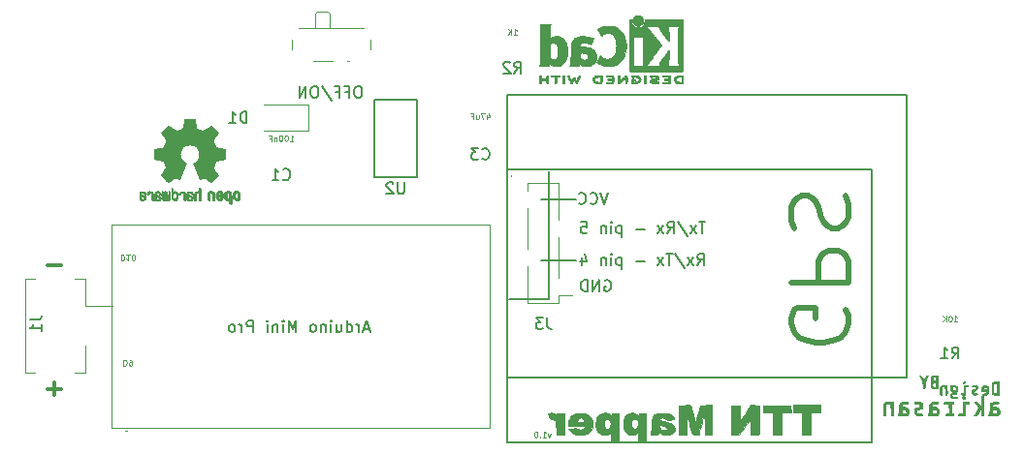
<source format=gbr>
G04 #@! TF.GenerationSoftware,KiCad,Pcbnew,5.0.2-bee76a0~70~ubuntu18.04.1*
G04 #@! TF.CreationDate,2019-01-13T17:19:06+01:00*
G04 #@! TF.ProjectId,lora_node_rfm95_minipro,6c6f7261-5f6e-46f6-9465-5f72666d3935,rev?*
G04 #@! TF.SameCoordinates,Original*
G04 #@! TF.FileFunction,Legend,Bot*
G04 #@! TF.FilePolarity,Positive*
%FSLAX46Y46*%
G04 Gerber Fmt 4.6, Leading zero omitted, Abs format (unit mm)*
G04 Created by KiCad (PCBNEW 5.0.2-bee76a0~70~ubuntu18.04.1) date dom 13 ene 2019 17:19:06 CET*
%MOMM*%
%LPD*%
G01*
G04 APERTURE LIST*
%ADD10C,0.080000*%
%ADD11C,0.050000*%
%ADD12C,0.150000*%
%ADD13C,0.200000*%
%ADD14C,0.300000*%
%ADD15C,0.010000*%
%ADD16C,0.152400*%
%ADD17C,0.120000*%
%ADD18C,0.100000*%
%ADD19C,0.550000*%
G04 APERTURE END LIST*
D10*
X144114285Y-110392857D02*
X143995238Y-110726190D01*
X143876190Y-110392857D01*
X143423809Y-110726190D02*
X143709523Y-110726190D01*
X143566666Y-110726190D02*
X143566666Y-110226190D01*
X143614285Y-110297619D01*
X143661904Y-110345238D01*
X143709523Y-110369047D01*
X143209523Y-110678571D02*
X143185714Y-110702380D01*
X143209523Y-110726190D01*
X143233333Y-110702380D01*
X143209523Y-110678571D01*
X143209523Y-110726190D01*
X142876190Y-110226190D02*
X142828571Y-110226190D01*
X142780952Y-110250000D01*
X142757142Y-110273809D01*
X142733333Y-110321428D01*
X142709523Y-110416666D01*
X142709523Y-110535714D01*
X142733333Y-110630952D01*
X142757142Y-110678571D01*
X142780952Y-110702380D01*
X142828571Y-110726190D01*
X142876190Y-110726190D01*
X142923809Y-110702380D01*
X142947619Y-110678571D01*
X142971428Y-110630952D01*
X142995238Y-110535714D01*
X142995238Y-110416666D01*
X142971428Y-110321428D01*
X142947619Y-110273809D01*
X142923809Y-110250000D01*
X142876190Y-110226190D01*
D11*
X106830952Y-103973809D02*
X106830952Y-104473809D01*
X106950000Y-104473809D01*
X107021428Y-104450000D01*
X107069047Y-104402380D01*
X107092857Y-104354761D01*
X107116666Y-104259523D01*
X107116666Y-104188095D01*
X107092857Y-104092857D01*
X107069047Y-104045238D01*
X107021428Y-103997619D01*
X106950000Y-103973809D01*
X106830952Y-103973809D01*
X107354761Y-103973809D02*
X107450000Y-103973809D01*
X107497619Y-103997619D01*
X107521428Y-104021428D01*
X107569047Y-104092857D01*
X107592857Y-104188095D01*
X107592857Y-104378571D01*
X107569047Y-104426190D01*
X107545238Y-104450000D01*
X107497619Y-104473809D01*
X107402380Y-104473809D01*
X107354761Y-104450000D01*
X107330952Y-104426190D01*
X107307142Y-104378571D01*
X107307142Y-104259523D01*
X107330952Y-104211904D01*
X107354761Y-104188095D01*
X107402380Y-104164285D01*
X107497619Y-104164285D01*
X107545238Y-104188095D01*
X107569047Y-104211904D01*
X107592857Y-104259523D01*
X106592857Y-94773809D02*
X106592857Y-95273809D01*
X106711904Y-95273809D01*
X106783333Y-95250000D01*
X106830952Y-95202380D01*
X106854761Y-95154761D01*
X106878571Y-95059523D01*
X106878571Y-94988095D01*
X106854761Y-94892857D01*
X106830952Y-94845238D01*
X106783333Y-94797619D01*
X106711904Y-94773809D01*
X106592857Y-94773809D01*
X107354761Y-94773809D02*
X107069047Y-94773809D01*
X107211904Y-94773809D02*
X107211904Y-95273809D01*
X107164285Y-95202380D01*
X107116666Y-95154761D01*
X107069047Y-95130952D01*
X107664285Y-95273809D02*
X107711904Y-95273809D01*
X107759523Y-95250000D01*
X107783333Y-95226190D01*
X107807142Y-95178571D01*
X107830952Y-95083333D01*
X107830952Y-94964285D01*
X107807142Y-94869047D01*
X107783333Y-94821428D01*
X107759523Y-94797619D01*
X107711904Y-94773809D01*
X107664285Y-94773809D01*
X107616666Y-94797619D01*
X107592857Y-94821428D01*
X107569047Y-94869047D01*
X107545238Y-94964285D01*
X107545238Y-95083333D01*
X107569047Y-95178571D01*
X107592857Y-95226190D01*
X107616666Y-95250000D01*
X107664285Y-95273809D01*
D12*
X127423809Y-80052380D02*
X127233333Y-80052380D01*
X127138095Y-80100000D01*
X127042857Y-80195238D01*
X126995238Y-80385714D01*
X126995238Y-80719047D01*
X127042857Y-80909523D01*
X127138095Y-81004761D01*
X127233333Y-81052380D01*
X127423809Y-81052380D01*
X127519047Y-81004761D01*
X127614285Y-80909523D01*
X127661904Y-80719047D01*
X127661904Y-80385714D01*
X127614285Y-80195238D01*
X127519047Y-80100000D01*
X127423809Y-80052380D01*
X126233333Y-80528571D02*
X126566666Y-80528571D01*
X126566666Y-81052380D02*
X126566666Y-80052380D01*
X126090476Y-80052380D01*
X125376190Y-80528571D02*
X125709523Y-80528571D01*
X125709523Y-81052380D02*
X125709523Y-80052380D01*
X125233333Y-80052380D01*
X124138095Y-80004761D02*
X124995238Y-81290476D01*
X123614285Y-80052380D02*
X123423809Y-80052380D01*
X123328571Y-80100000D01*
X123233333Y-80195238D01*
X123185714Y-80385714D01*
X123185714Y-80719047D01*
X123233333Y-80909523D01*
X123328571Y-81004761D01*
X123423809Y-81052380D01*
X123614285Y-81052380D01*
X123709523Y-81004761D01*
X123804761Y-80909523D01*
X123852380Y-80719047D01*
X123852380Y-80385714D01*
X123804761Y-80195238D01*
X123709523Y-80100000D01*
X123614285Y-80052380D01*
X122757142Y-81052380D02*
X122757142Y-80052380D01*
X122185714Y-81052380D01*
X122185714Y-80052380D01*
X128293047Y-101258666D02*
X127816857Y-101258666D01*
X128388285Y-101544380D02*
X128054952Y-100544380D01*
X127721619Y-101544380D01*
X127388285Y-101544380D02*
X127388285Y-100877714D01*
X127388285Y-101068190D02*
X127340666Y-100972952D01*
X127293047Y-100925333D01*
X127197809Y-100877714D01*
X127102571Y-100877714D01*
X126340666Y-101544380D02*
X126340666Y-100544380D01*
X126340666Y-101496761D02*
X126435904Y-101544380D01*
X126626380Y-101544380D01*
X126721619Y-101496761D01*
X126769238Y-101449142D01*
X126816857Y-101353904D01*
X126816857Y-101068190D01*
X126769238Y-100972952D01*
X126721619Y-100925333D01*
X126626380Y-100877714D01*
X126435904Y-100877714D01*
X126340666Y-100925333D01*
X125435904Y-100877714D02*
X125435904Y-101544380D01*
X125864476Y-100877714D02*
X125864476Y-101401523D01*
X125816857Y-101496761D01*
X125721619Y-101544380D01*
X125578761Y-101544380D01*
X125483523Y-101496761D01*
X125435904Y-101449142D01*
X124959714Y-101544380D02*
X124959714Y-100877714D01*
X124959714Y-100544380D02*
X125007333Y-100592000D01*
X124959714Y-100639619D01*
X124912095Y-100592000D01*
X124959714Y-100544380D01*
X124959714Y-100639619D01*
X124483523Y-100877714D02*
X124483523Y-101544380D01*
X124483523Y-100972952D02*
X124435904Y-100925333D01*
X124340666Y-100877714D01*
X124197809Y-100877714D01*
X124102571Y-100925333D01*
X124054952Y-101020571D01*
X124054952Y-101544380D01*
X123435904Y-101544380D02*
X123531142Y-101496761D01*
X123578761Y-101449142D01*
X123626380Y-101353904D01*
X123626380Y-101068190D01*
X123578761Y-100972952D01*
X123531142Y-100925333D01*
X123435904Y-100877714D01*
X123293047Y-100877714D01*
X123197809Y-100925333D01*
X123150190Y-100972952D01*
X123102571Y-101068190D01*
X123102571Y-101353904D01*
X123150190Y-101449142D01*
X123197809Y-101496761D01*
X123293047Y-101544380D01*
X123435904Y-101544380D01*
X121912095Y-101544380D02*
X121912095Y-100544380D01*
X121578761Y-101258666D01*
X121245428Y-100544380D01*
X121245428Y-101544380D01*
X120769238Y-101544380D02*
X120769238Y-100877714D01*
X120769238Y-100544380D02*
X120816857Y-100592000D01*
X120769238Y-100639619D01*
X120721619Y-100592000D01*
X120769238Y-100544380D01*
X120769238Y-100639619D01*
X120293047Y-100877714D02*
X120293047Y-101544380D01*
X120293047Y-100972952D02*
X120245428Y-100925333D01*
X120150190Y-100877714D01*
X120007333Y-100877714D01*
X119912095Y-100925333D01*
X119864476Y-101020571D01*
X119864476Y-101544380D01*
X119388285Y-101544380D02*
X119388285Y-100877714D01*
X119388285Y-100544380D02*
X119435904Y-100592000D01*
X119388285Y-100639619D01*
X119340666Y-100592000D01*
X119388285Y-100544380D01*
X119388285Y-100639619D01*
X118150190Y-101544380D02*
X118150190Y-100544380D01*
X117769238Y-100544380D01*
X117674000Y-100592000D01*
X117626380Y-100639619D01*
X117578761Y-100734857D01*
X117578761Y-100877714D01*
X117626380Y-100972952D01*
X117674000Y-101020571D01*
X117769238Y-101068190D01*
X118150190Y-101068190D01*
X117150190Y-101544380D02*
X117150190Y-100877714D01*
X117150190Y-101068190D02*
X117102571Y-100972952D01*
X117054952Y-100925333D01*
X116959714Y-100877714D01*
X116864476Y-100877714D01*
X116388285Y-101544380D02*
X116483523Y-101496761D01*
X116531142Y-101449142D01*
X116578761Y-101353904D01*
X116578761Y-101068190D01*
X116531142Y-100972952D01*
X116483523Y-100925333D01*
X116388285Y-100877714D01*
X116245428Y-100877714D01*
X116150190Y-100925333D01*
X116102571Y-100972952D01*
X116054952Y-101068190D01*
X116054952Y-101353904D01*
X116102571Y-101449142D01*
X116150190Y-101496761D01*
X116245428Y-101544380D01*
X116388285Y-101544380D01*
D13*
X146304000Y-95250000D02*
X143256000Y-95250000D01*
X146304000Y-89916000D02*
X143256000Y-89916000D01*
D12*
X157646000Y-91908380D02*
X157074571Y-91908380D01*
X157360285Y-92908380D02*
X157360285Y-91908380D01*
X156836476Y-92908380D02*
X156312666Y-92241714D01*
X156836476Y-92241714D02*
X156312666Y-92908380D01*
X155217428Y-91860761D02*
X156074571Y-93146476D01*
X154312666Y-92908380D02*
X154646000Y-92432190D01*
X154884095Y-92908380D02*
X154884095Y-91908380D01*
X154503142Y-91908380D01*
X154407904Y-91956000D01*
X154360285Y-92003619D01*
X154312666Y-92098857D01*
X154312666Y-92241714D01*
X154360285Y-92336952D01*
X154407904Y-92384571D01*
X154503142Y-92432190D01*
X154884095Y-92432190D01*
X153979333Y-92908380D02*
X153455523Y-92241714D01*
X153979333Y-92241714D02*
X153455523Y-92908380D01*
X152312666Y-92527428D02*
X151550761Y-92527428D01*
X150312666Y-92241714D02*
X150312666Y-93241714D01*
X150312666Y-92289333D02*
X150217428Y-92241714D01*
X150026952Y-92241714D01*
X149931714Y-92289333D01*
X149884095Y-92336952D01*
X149836476Y-92432190D01*
X149836476Y-92717904D01*
X149884095Y-92813142D01*
X149931714Y-92860761D01*
X150026952Y-92908380D01*
X150217428Y-92908380D01*
X150312666Y-92860761D01*
X149407904Y-92908380D02*
X149407904Y-92241714D01*
X149407904Y-91908380D02*
X149455523Y-91956000D01*
X149407904Y-92003619D01*
X149360285Y-91956000D01*
X149407904Y-91908380D01*
X149407904Y-92003619D01*
X148931714Y-92241714D02*
X148931714Y-92908380D01*
X148931714Y-92336952D02*
X148884095Y-92289333D01*
X148788857Y-92241714D01*
X148646000Y-92241714D01*
X148550761Y-92289333D01*
X148503142Y-92384571D01*
X148503142Y-92908380D01*
X146788857Y-91908380D02*
X147265047Y-91908380D01*
X147312666Y-92384571D01*
X147265047Y-92336952D01*
X147169809Y-92289333D01*
X146931714Y-92289333D01*
X146836476Y-92336952D01*
X146788857Y-92384571D01*
X146741238Y-92479809D01*
X146741238Y-92717904D01*
X146788857Y-92813142D01*
X146836476Y-92860761D01*
X146931714Y-92908380D01*
X147169809Y-92908380D01*
X147265047Y-92860761D01*
X147312666Y-92813142D01*
X156931714Y-95702380D02*
X157265047Y-95226190D01*
X157503142Y-95702380D02*
X157503142Y-94702380D01*
X157122190Y-94702380D01*
X157026952Y-94750000D01*
X156979333Y-94797619D01*
X156931714Y-94892857D01*
X156931714Y-95035714D01*
X156979333Y-95130952D01*
X157026952Y-95178571D01*
X157122190Y-95226190D01*
X157503142Y-95226190D01*
X156598380Y-95702380D02*
X156074571Y-95035714D01*
X156598380Y-95035714D02*
X156074571Y-95702380D01*
X154979333Y-94654761D02*
X155836476Y-95940476D01*
X154788857Y-94702380D02*
X154217428Y-94702380D01*
X154503142Y-95702380D02*
X154503142Y-94702380D01*
X153979333Y-95702380D02*
X153455523Y-95035714D01*
X153979333Y-95035714D02*
X153455523Y-95702380D01*
X152312666Y-95321428D02*
X151550761Y-95321428D01*
X150312666Y-95035714D02*
X150312666Y-96035714D01*
X150312666Y-95083333D02*
X150217428Y-95035714D01*
X150026952Y-95035714D01*
X149931714Y-95083333D01*
X149884095Y-95130952D01*
X149836476Y-95226190D01*
X149836476Y-95511904D01*
X149884095Y-95607142D01*
X149931714Y-95654761D01*
X150026952Y-95702380D01*
X150217428Y-95702380D01*
X150312666Y-95654761D01*
X149407904Y-95702380D02*
X149407904Y-95035714D01*
X149407904Y-94702380D02*
X149455523Y-94750000D01*
X149407904Y-94797619D01*
X149360285Y-94750000D01*
X149407904Y-94702380D01*
X149407904Y-94797619D01*
X148931714Y-95035714D02*
X148931714Y-95702380D01*
X148931714Y-95130952D02*
X148884095Y-95083333D01*
X148788857Y-95035714D01*
X148646000Y-95035714D01*
X148550761Y-95083333D01*
X148503142Y-95178571D01*
X148503142Y-95702380D01*
X146836476Y-95035714D02*
X146836476Y-95702380D01*
X147074571Y-94654761D02*
X147312666Y-95369047D01*
X146693619Y-95369047D01*
X148843904Y-97036000D02*
X148939142Y-96988380D01*
X149082000Y-96988380D01*
X149224857Y-97036000D01*
X149320095Y-97131238D01*
X149367714Y-97226476D01*
X149415333Y-97416952D01*
X149415333Y-97559809D01*
X149367714Y-97750285D01*
X149320095Y-97845523D01*
X149224857Y-97940761D01*
X149082000Y-97988380D01*
X148986761Y-97988380D01*
X148843904Y-97940761D01*
X148796285Y-97893142D01*
X148796285Y-97559809D01*
X148986761Y-97559809D01*
X148367714Y-97988380D02*
X148367714Y-96988380D01*
X147796285Y-97988380D01*
X147796285Y-96988380D01*
X147320095Y-97988380D02*
X147320095Y-96988380D01*
X147082000Y-96988380D01*
X146939142Y-97036000D01*
X146843904Y-97131238D01*
X146796285Y-97226476D01*
X146748666Y-97416952D01*
X146748666Y-97559809D01*
X146796285Y-97750285D01*
X146843904Y-97845523D01*
X146939142Y-97940761D01*
X147082000Y-97988380D01*
X147320095Y-97988380D01*
X149161333Y-89368380D02*
X148828000Y-90368380D01*
X148494666Y-89368380D01*
X147589904Y-90273142D02*
X147637523Y-90320761D01*
X147780380Y-90368380D01*
X147875619Y-90368380D01*
X148018476Y-90320761D01*
X148113714Y-90225523D01*
X148161333Y-90130285D01*
X148208952Y-89939809D01*
X148208952Y-89796952D01*
X148161333Y-89606476D01*
X148113714Y-89511238D01*
X148018476Y-89416000D01*
X147875619Y-89368380D01*
X147780380Y-89368380D01*
X147637523Y-89416000D01*
X147589904Y-89463619D01*
X146589904Y-90273142D02*
X146637523Y-90320761D01*
X146780380Y-90368380D01*
X146875619Y-90368380D01*
X147018476Y-90320761D01*
X147113714Y-90225523D01*
X147161333Y-90130285D01*
X147208952Y-89939809D01*
X147208952Y-89796952D01*
X147161333Y-89606476D01*
X147113714Y-89511238D01*
X147018476Y-89416000D01*
X146875619Y-89368380D01*
X146780380Y-89368380D01*
X146637523Y-89416000D01*
X146589904Y-89463619D01*
D14*
X100228571Y-95707142D02*
X101371428Y-95707142D01*
X100228571Y-106507142D02*
X101371428Y-106507142D01*
X100800000Y-107078571D02*
X100800000Y-105935714D01*
D15*
G04 #@! TO.C,Ref\002A\002A*
G36*
X182802980Y-107630369D02*
X182632223Y-107679658D01*
X182521301Y-107754806D01*
X182501106Y-107783670D01*
X182482567Y-107859257D01*
X182468311Y-107995325D01*
X182460503Y-108167714D01*
X182459666Y-108246212D01*
X182456647Y-108438612D01*
X182446060Y-108561309D01*
X182425608Y-108629106D01*
X182396166Y-108655691D01*
X182341370Y-108713715D01*
X182332666Y-108754609D01*
X182342099Y-108789996D01*
X182380709Y-108812662D01*
X182463964Y-108825757D01*
X182607333Y-108832430D01*
X182725594Y-108834620D01*
X182938789Y-108833027D01*
X183084514Y-108819856D01*
X183179431Y-108793042D01*
X183212428Y-108774307D01*
X183273043Y-108712328D01*
X183300862Y-108619515D01*
X183303270Y-108568635D01*
X183089904Y-108568635D01*
X183048799Y-108641746D01*
X182950255Y-108665263D01*
X182872804Y-108662870D01*
X182760108Y-108650738D01*
X182706027Y-108619309D01*
X182685661Y-108543432D01*
X182679364Y-108467493D01*
X182666228Y-108285153D01*
X182869864Y-108298160D01*
X182993299Y-108310387D01*
X183055814Y-108336082D01*
X183081151Y-108389769D01*
X183087240Y-108431160D01*
X183089904Y-108568635D01*
X183303270Y-108568635D01*
X183306333Y-108503956D01*
X183287261Y-108317921D01*
X183222355Y-108194566D01*
X183100080Y-108121804D01*
X182908912Y-108087551D01*
X182772816Y-108073822D01*
X182702056Y-108054378D01*
X182677460Y-108018262D01*
X182679629Y-107956485D01*
X182692504Y-107895523D01*
X182726893Y-107860806D01*
X182803273Y-107843211D01*
X182942124Y-107833618D01*
X182957083Y-107832897D01*
X183101634Y-107823648D01*
X183180963Y-107807700D01*
X183214494Y-107776506D01*
X183221651Y-107721519D01*
X183221666Y-107716480D01*
X183214227Y-107654137D01*
X183177305Y-107623478D01*
X183088990Y-107613426D01*
X183016317Y-107612667D01*
X182802980Y-107630369D01*
X182802980Y-107630369D01*
G37*
X182802980Y-107630369D02*
X182632223Y-107679658D01*
X182521301Y-107754806D01*
X182501106Y-107783670D01*
X182482567Y-107859257D01*
X182468311Y-107995325D01*
X182460503Y-108167714D01*
X182459666Y-108246212D01*
X182456647Y-108438612D01*
X182446060Y-108561309D01*
X182425608Y-108629106D01*
X182396166Y-108655691D01*
X182341370Y-108713715D01*
X182332666Y-108754609D01*
X182342099Y-108789996D01*
X182380709Y-108812662D01*
X182463964Y-108825757D01*
X182607333Y-108832430D01*
X182725594Y-108834620D01*
X182938789Y-108833027D01*
X183084514Y-108819856D01*
X183179431Y-108793042D01*
X183212428Y-108774307D01*
X183273043Y-108712328D01*
X183300862Y-108619515D01*
X183303270Y-108568635D01*
X183089904Y-108568635D01*
X183048799Y-108641746D01*
X182950255Y-108665263D01*
X182872804Y-108662870D01*
X182760108Y-108650738D01*
X182706027Y-108619309D01*
X182685661Y-108543432D01*
X182679364Y-108467493D01*
X182666228Y-108285153D01*
X182869864Y-108298160D01*
X182993299Y-108310387D01*
X183055814Y-108336082D01*
X183081151Y-108389769D01*
X183087240Y-108431160D01*
X183089904Y-108568635D01*
X183303270Y-108568635D01*
X183306333Y-108503956D01*
X183287261Y-108317921D01*
X183222355Y-108194566D01*
X183100080Y-108121804D01*
X182908912Y-108087551D01*
X182772816Y-108073822D01*
X182702056Y-108054378D01*
X182677460Y-108018262D01*
X182679629Y-107956485D01*
X182692504Y-107895523D01*
X182726893Y-107860806D01*
X182803273Y-107843211D01*
X182942124Y-107833618D01*
X182957083Y-107832897D01*
X183101634Y-107823648D01*
X183180963Y-107807700D01*
X183214494Y-107776506D01*
X183221651Y-107721519D01*
X183221666Y-107716480D01*
X183214227Y-107654137D01*
X183177305Y-107623478D01*
X183088990Y-107613426D01*
X183016317Y-107612667D01*
X182802980Y-107630369D01*
G36*
X181697666Y-108032373D02*
X181501374Y-107822520D01*
X181355785Y-107685734D01*
X181241576Y-107618950D01*
X181205040Y-107612667D01*
X181128219Y-107621697D01*
X181105000Y-107637665D01*
X181130526Y-107679932D01*
X181197638Y-107767430D01*
X181292138Y-107881699D01*
X181297930Y-107888490D01*
X181490860Y-108114317D01*
X181276763Y-108459512D01*
X181184830Y-108609475D01*
X181112661Y-108730503D01*
X181070021Y-108806041D01*
X181062666Y-108822520D01*
X181099328Y-108835386D01*
X181180871Y-108840334D01*
X181249003Y-108829831D01*
X181309382Y-108788110D01*
X181377547Y-108699854D01*
X181460041Y-108565167D01*
X181542045Y-108433079D01*
X181611566Y-108335635D01*
X181655432Y-108291022D01*
X181659336Y-108290000D01*
X181678856Y-108328611D01*
X181692661Y-108429633D01*
X181697666Y-108565167D01*
X181699522Y-108713085D01*
X181709994Y-108795473D01*
X181736439Y-108831460D01*
X181786215Y-108840175D01*
X181803500Y-108840334D01*
X181909333Y-108840334D01*
X181909333Y-107147000D01*
X181697666Y-107147000D01*
X181697666Y-108032373D01*
X181697666Y-108032373D01*
G37*
X181697666Y-108032373D02*
X181501374Y-107822520D01*
X181355785Y-107685734D01*
X181241576Y-107618950D01*
X181205040Y-107612667D01*
X181128219Y-107621697D01*
X181105000Y-107637665D01*
X181130526Y-107679932D01*
X181197638Y-107767430D01*
X181292138Y-107881699D01*
X181297930Y-107888490D01*
X181490860Y-108114317D01*
X181276763Y-108459512D01*
X181184830Y-108609475D01*
X181112661Y-108730503D01*
X181070021Y-108806041D01*
X181062666Y-108822520D01*
X181099328Y-108835386D01*
X181180871Y-108840334D01*
X181249003Y-108829831D01*
X181309382Y-108788110D01*
X181377547Y-108699854D01*
X181460041Y-108565167D01*
X181542045Y-108433079D01*
X181611566Y-108335635D01*
X181655432Y-108291022D01*
X181659336Y-108290000D01*
X181678856Y-108328611D01*
X181692661Y-108429633D01*
X181697666Y-108565167D01*
X181699522Y-108713085D01*
X181709994Y-108795473D01*
X181736439Y-108831460D01*
X181786215Y-108840175D01*
X181803500Y-108840334D01*
X181909333Y-108840334D01*
X181909333Y-107147000D01*
X181697666Y-107147000D01*
X181697666Y-108032373D01*
G36*
X180089000Y-108671000D02*
X179898500Y-108671000D01*
X179779452Y-108676540D01*
X179723158Y-108699543D01*
X179708073Y-108749585D01*
X179708000Y-108755667D01*
X179715995Y-108800162D01*
X179752048Y-108825652D01*
X179834264Y-108837311D01*
X179980745Y-108840310D01*
X180004333Y-108840334D01*
X180300666Y-108840334D01*
X180300666Y-107824334D01*
X180470000Y-107824334D01*
X180579098Y-107818557D01*
X180627589Y-107791310D01*
X180639273Y-107727717D01*
X180639333Y-107718500D01*
X180634508Y-107661609D01*
X180607281Y-107629921D01*
X180538524Y-107616080D01*
X180409108Y-107612728D01*
X180364166Y-107612667D01*
X180089000Y-107612667D01*
X180089000Y-108671000D01*
X180089000Y-108671000D01*
G37*
X180089000Y-108671000D02*
X179898500Y-108671000D01*
X179779452Y-108676540D01*
X179723158Y-108699543D01*
X179708073Y-108749585D01*
X179708000Y-108755667D01*
X179715995Y-108800162D01*
X179752048Y-108825652D01*
X179834264Y-108837311D01*
X179980745Y-108840310D01*
X180004333Y-108840334D01*
X180300666Y-108840334D01*
X180300666Y-107824334D01*
X180470000Y-107824334D01*
X180579098Y-107818557D01*
X180627589Y-107791310D01*
X180639273Y-107727717D01*
X180639333Y-107718500D01*
X180634508Y-107661609D01*
X180607281Y-107629921D01*
X180538524Y-107616080D01*
X180409108Y-107612728D01*
X180364166Y-107612667D01*
X180089000Y-107612667D01*
X180089000Y-108671000D01*
G36*
X178980561Y-107621370D02*
X178912411Y-107643391D01*
X178903666Y-107656490D01*
X178874891Y-107677150D01*
X178817044Y-107653953D01*
X178712644Y-107624571D01*
X178594794Y-107620714D01*
X178492660Y-107646546D01*
X178449591Y-107708411D01*
X178445639Y-107729084D01*
X178445588Y-107787607D01*
X178481252Y-107815548D01*
X178573335Y-107823958D01*
X178624066Y-107824334D01*
X178743210Y-107833231D01*
X178823198Y-107868987D01*
X178871553Y-107945195D01*
X178895799Y-108075452D01*
X178903459Y-108273352D01*
X178903666Y-108329550D01*
X178903666Y-108671000D01*
X178755500Y-108671000D01*
X178653380Y-108680471D01*
X178612176Y-108717445D01*
X178607333Y-108755667D01*
X178614404Y-108797851D01*
X178646969Y-108823134D01*
X178722060Y-108835771D01*
X178856708Y-108840022D01*
X178946000Y-108840334D01*
X179114738Y-108838566D01*
X179215867Y-108830425D01*
X179266418Y-108811652D01*
X179283420Y-108777990D01*
X179284666Y-108755667D01*
X179254732Y-108684915D01*
X179200000Y-108671000D01*
X179161465Y-108665190D01*
X179136796Y-108637543D01*
X179122929Y-108572736D01*
X179116799Y-108455442D01*
X179115340Y-108270339D01*
X179115333Y-108247667D01*
X179116495Y-108054992D01*
X179122025Y-107931649D01*
X179134986Y-107862314D01*
X179158445Y-107831662D01*
X179195465Y-107824368D01*
X179200000Y-107824334D01*
X179266392Y-107799529D01*
X179284666Y-107718500D01*
X179276771Y-107653193D01*
X179237960Y-107622251D01*
X179145548Y-107613071D01*
X179094166Y-107612667D01*
X178980561Y-107621370D01*
X178980561Y-107621370D01*
G37*
X178980561Y-107621370D02*
X178912411Y-107643391D01*
X178903666Y-107656490D01*
X178874891Y-107677150D01*
X178817044Y-107653953D01*
X178712644Y-107624571D01*
X178594794Y-107620714D01*
X178492660Y-107646546D01*
X178449591Y-107708411D01*
X178445639Y-107729084D01*
X178445588Y-107787607D01*
X178481252Y-107815548D01*
X178573335Y-107823958D01*
X178624066Y-107824334D01*
X178743210Y-107833231D01*
X178823198Y-107868987D01*
X178871553Y-107945195D01*
X178895799Y-108075452D01*
X178903459Y-108273352D01*
X178903666Y-108329550D01*
X178903666Y-108671000D01*
X178755500Y-108671000D01*
X178653380Y-108680471D01*
X178612176Y-108717445D01*
X178607333Y-108755667D01*
X178614404Y-108797851D01*
X178646969Y-108823134D01*
X178722060Y-108835771D01*
X178856708Y-108840022D01*
X178946000Y-108840334D01*
X179114738Y-108838566D01*
X179215867Y-108830425D01*
X179266418Y-108811652D01*
X179283420Y-108777990D01*
X179284666Y-108755667D01*
X179254732Y-108684915D01*
X179200000Y-108671000D01*
X179161465Y-108665190D01*
X179136796Y-108637543D01*
X179122929Y-108572736D01*
X179116799Y-108455442D01*
X179115340Y-108270339D01*
X179115333Y-108247667D01*
X179116495Y-108054992D01*
X179122025Y-107931649D01*
X179134986Y-107862314D01*
X179158445Y-107831662D01*
X179195465Y-107824368D01*
X179200000Y-107824334D01*
X179266392Y-107799529D01*
X179284666Y-107718500D01*
X179276771Y-107653193D01*
X179237960Y-107622251D01*
X179145548Y-107613071D01*
X179094166Y-107612667D01*
X178980561Y-107621370D01*
G36*
X177486628Y-107633995D02*
X177317072Y-107697171D01*
X177219149Y-107800982D01*
X177216168Y-107807266D01*
X177194285Y-107896933D01*
X177177597Y-108044581D01*
X177168754Y-108223562D01*
X177168000Y-108291992D01*
X177165505Y-108477311D01*
X177156400Y-108592561D01*
X177138257Y-108652239D01*
X177108647Y-108670839D01*
X177104500Y-108671000D01*
X177051899Y-108705926D01*
X177041000Y-108750104D01*
X177048580Y-108786575D01*
X177081502Y-108810220D01*
X177155040Y-108824147D01*
X177284467Y-108831466D01*
X177457635Y-108834922D01*
X177656079Y-108835412D01*
X177788028Y-108828588D01*
X177871524Y-108811785D01*
X177924611Y-108782340D01*
X177944468Y-108763068D01*
X177997248Y-108648830D01*
X178007070Y-108549761D01*
X177834809Y-108549761D01*
X177778550Y-108630077D01*
X177653829Y-108663548D01*
X177573827Y-108662513D01*
X177465623Y-108650279D01*
X177413589Y-108617968D01*
X177393734Y-108540441D01*
X177387697Y-108467493D01*
X177374561Y-108285153D01*
X177577394Y-108298160D01*
X177704636Y-108312541D01*
X177774235Y-108343920D01*
X177813168Y-108406403D01*
X177820063Y-108425054D01*
X177834809Y-108549761D01*
X178007070Y-108549761D01*
X178014666Y-108473145D01*
X177996823Y-108303213D01*
X177935057Y-108190355D01*
X177817015Y-108122794D01*
X177630345Y-108088752D01*
X177609556Y-108086913D01*
X177476211Y-108073226D01*
X177407952Y-108053128D01*
X177385349Y-108015182D01*
X177387962Y-107956485D01*
X177400837Y-107895523D01*
X177435226Y-107860806D01*
X177511607Y-107843211D01*
X177650457Y-107833618D01*
X177665416Y-107832897D01*
X177809968Y-107823648D01*
X177889297Y-107807700D01*
X177922828Y-107776506D01*
X177929985Y-107721519D01*
X177930000Y-107716480D01*
X177922561Y-107654137D01*
X177885638Y-107623478D01*
X177797324Y-107613426D01*
X177724650Y-107612667D01*
X177486628Y-107633995D01*
X177486628Y-107633995D01*
G37*
X177486628Y-107633995D02*
X177317072Y-107697171D01*
X177219149Y-107800982D01*
X177216168Y-107807266D01*
X177194285Y-107896933D01*
X177177597Y-108044581D01*
X177168754Y-108223562D01*
X177168000Y-108291992D01*
X177165505Y-108477311D01*
X177156400Y-108592561D01*
X177138257Y-108652239D01*
X177108647Y-108670839D01*
X177104500Y-108671000D01*
X177051899Y-108705926D01*
X177041000Y-108750104D01*
X177048580Y-108786575D01*
X177081502Y-108810220D01*
X177155040Y-108824147D01*
X177284467Y-108831466D01*
X177457635Y-108834922D01*
X177656079Y-108835412D01*
X177788028Y-108828588D01*
X177871524Y-108811785D01*
X177924611Y-108782340D01*
X177944468Y-108763068D01*
X177997248Y-108648830D01*
X178007070Y-108549761D01*
X177834809Y-108549761D01*
X177778550Y-108630077D01*
X177653829Y-108663548D01*
X177573827Y-108662513D01*
X177465623Y-108650279D01*
X177413589Y-108617968D01*
X177393734Y-108540441D01*
X177387697Y-108467493D01*
X177374561Y-108285153D01*
X177577394Y-108298160D01*
X177704636Y-108312541D01*
X177774235Y-108343920D01*
X177813168Y-108406403D01*
X177820063Y-108425054D01*
X177834809Y-108549761D01*
X178007070Y-108549761D01*
X178014666Y-108473145D01*
X177996823Y-108303213D01*
X177935057Y-108190355D01*
X177817015Y-108122794D01*
X177630345Y-108088752D01*
X177609556Y-108086913D01*
X177476211Y-108073226D01*
X177407952Y-108053128D01*
X177385349Y-108015182D01*
X177387962Y-107956485D01*
X177400837Y-107895523D01*
X177435226Y-107860806D01*
X177511607Y-107843211D01*
X177650457Y-107833618D01*
X177665416Y-107832897D01*
X177809968Y-107823648D01*
X177889297Y-107807700D01*
X177922828Y-107776506D01*
X177929985Y-107721519D01*
X177930000Y-107716480D01*
X177922561Y-107654137D01*
X177885638Y-107623478D01*
X177797324Y-107613426D01*
X177724650Y-107612667D01*
X177486628Y-107633995D01*
G36*
X175969268Y-107617205D02*
X175914497Y-107639398D01*
X175898604Y-107692114D01*
X175898000Y-107718500D01*
X175903952Y-107778853D01*
X175935547Y-107810433D01*
X176013391Y-107822500D01*
X176133515Y-107824334D01*
X176369031Y-107824334D01*
X176355765Y-107961917D01*
X176340141Y-108048548D01*
X176298714Y-108093546D01*
X176206622Y-108117174D01*
X176156498Y-108124321D01*
X175997133Y-108167412D01*
X175902030Y-108253521D01*
X175860129Y-108396037D01*
X175855666Y-108488591D01*
X175873909Y-108649796D01*
X175936102Y-108756080D01*
X176053446Y-108816308D01*
X176237142Y-108839342D01*
X176300166Y-108840334D01*
X176449303Y-108837591D01*
X176532460Y-108825640D01*
X176568247Y-108798899D01*
X176575333Y-108757779D01*
X176563696Y-108709972D01*
X176515915Y-108682444D01*
X176412687Y-108667641D01*
X176331916Y-108662529D01*
X176088500Y-108649834D01*
X176075361Y-108491084D01*
X176072487Y-108387018D01*
X176096812Y-108342234D01*
X176162543Y-108332349D01*
X176167855Y-108332334D01*
X176299450Y-108314521D01*
X176430348Y-108270037D01*
X176524711Y-108212311D01*
X176542073Y-108192102D01*
X176562659Y-108119673D01*
X176573530Y-108003313D01*
X176574037Y-107972500D01*
X176566476Y-107851550D01*
X176547739Y-107764492D01*
X176542073Y-107752899D01*
X176458425Y-107686993D01*
X176315447Y-107638143D01*
X176137948Y-107613973D01*
X176085744Y-107612667D01*
X175969268Y-107617205D01*
X175969268Y-107617205D01*
G37*
X175969268Y-107617205D02*
X175914497Y-107639398D01*
X175898604Y-107692114D01*
X175898000Y-107718500D01*
X175903952Y-107778853D01*
X175935547Y-107810433D01*
X176013391Y-107822500D01*
X176133515Y-107824334D01*
X176369031Y-107824334D01*
X176355765Y-107961917D01*
X176340141Y-108048548D01*
X176298714Y-108093546D01*
X176206622Y-108117174D01*
X176156498Y-108124321D01*
X175997133Y-108167412D01*
X175902030Y-108253521D01*
X175860129Y-108396037D01*
X175855666Y-108488591D01*
X175873909Y-108649796D01*
X175936102Y-108756080D01*
X176053446Y-108816308D01*
X176237142Y-108839342D01*
X176300166Y-108840334D01*
X176449303Y-108837591D01*
X176532460Y-108825640D01*
X176568247Y-108798899D01*
X176575333Y-108757779D01*
X176563696Y-108709972D01*
X176515915Y-108682444D01*
X176412687Y-108667641D01*
X176331916Y-108662529D01*
X176088500Y-108649834D01*
X176075361Y-108491084D01*
X176072487Y-108387018D01*
X176096812Y-108342234D01*
X176162543Y-108332349D01*
X176167855Y-108332334D01*
X176299450Y-108314521D01*
X176430348Y-108270037D01*
X176524711Y-108212311D01*
X176542073Y-108192102D01*
X176562659Y-108119673D01*
X176573530Y-108003313D01*
X176574037Y-107972500D01*
X176566476Y-107851550D01*
X176547739Y-107764492D01*
X176542073Y-107752899D01*
X176458425Y-107686993D01*
X176315447Y-107638143D01*
X176137948Y-107613973D01*
X176085744Y-107612667D01*
X175969268Y-107617205D01*
G36*
X174886647Y-107630369D02*
X174715889Y-107679658D01*
X174604968Y-107754806D01*
X174584773Y-107783670D01*
X174566234Y-107859257D01*
X174551978Y-107995325D01*
X174544170Y-108167714D01*
X174543333Y-108246212D01*
X174540314Y-108438612D01*
X174529726Y-108561309D01*
X174509275Y-108629106D01*
X174479833Y-108655691D01*
X174425036Y-108713715D01*
X174416333Y-108754609D01*
X174425617Y-108789655D01*
X174463676Y-108812247D01*
X174545819Y-108825434D01*
X174687355Y-108832268D01*
X174818498Y-108834748D01*
X175012145Y-108835235D01*
X175140673Y-108828123D01*
X175223512Y-108810258D01*
X175280093Y-108778481D01*
X175305331Y-108755669D01*
X175369069Y-108640191D01*
X175379953Y-108564970D01*
X175173295Y-108564970D01*
X175131592Y-108638458D01*
X175030680Y-108667808D01*
X174946828Y-108671000D01*
X174755000Y-108671000D01*
X174755000Y-108285361D01*
X174956083Y-108298264D01*
X175078582Y-108310608D01*
X175140323Y-108336857D01*
X175165209Y-108391799D01*
X175170907Y-108431160D01*
X175173295Y-108564970D01*
X175379953Y-108564970D01*
X175391413Y-108485774D01*
X175371915Y-108327583D01*
X175312366Y-108203506D01*
X175238570Y-108141067D01*
X175127123Y-108104515D01*
X174992578Y-108087551D01*
X174856483Y-108073822D01*
X174785722Y-108054378D01*
X174761126Y-108018262D01*
X174763295Y-107956485D01*
X174776171Y-107895523D01*
X174810559Y-107860806D01*
X174886940Y-107843211D01*
X175025790Y-107833618D01*
X175040750Y-107832897D01*
X175185301Y-107823648D01*
X175264630Y-107807700D01*
X175298161Y-107776506D01*
X175305318Y-107721519D01*
X175305333Y-107716480D01*
X175297894Y-107654137D01*
X175260972Y-107623478D01*
X175172657Y-107613426D01*
X175099984Y-107612667D01*
X174886647Y-107630369D01*
X174886647Y-107630369D01*
G37*
X174886647Y-107630369D02*
X174715889Y-107679658D01*
X174604968Y-107754806D01*
X174584773Y-107783670D01*
X174566234Y-107859257D01*
X174551978Y-107995325D01*
X174544170Y-108167714D01*
X174543333Y-108246212D01*
X174540314Y-108438612D01*
X174529726Y-108561309D01*
X174509275Y-108629106D01*
X174479833Y-108655691D01*
X174425036Y-108713715D01*
X174416333Y-108754609D01*
X174425617Y-108789655D01*
X174463676Y-108812247D01*
X174545819Y-108825434D01*
X174687355Y-108832268D01*
X174818498Y-108834748D01*
X175012145Y-108835235D01*
X175140673Y-108828123D01*
X175223512Y-108810258D01*
X175280093Y-108778481D01*
X175305331Y-108755669D01*
X175369069Y-108640191D01*
X175379953Y-108564970D01*
X175173295Y-108564970D01*
X175131592Y-108638458D01*
X175030680Y-108667808D01*
X174946828Y-108671000D01*
X174755000Y-108671000D01*
X174755000Y-108285361D01*
X174956083Y-108298264D01*
X175078582Y-108310608D01*
X175140323Y-108336857D01*
X175165209Y-108391799D01*
X175170907Y-108431160D01*
X175173295Y-108564970D01*
X175379953Y-108564970D01*
X175391413Y-108485774D01*
X175371915Y-108327583D01*
X175312366Y-108203506D01*
X175238570Y-108141067D01*
X175127123Y-108104515D01*
X174992578Y-108087551D01*
X174856483Y-108073822D01*
X174785722Y-108054378D01*
X174761126Y-108018262D01*
X174763295Y-107956485D01*
X174776171Y-107895523D01*
X174810559Y-107860806D01*
X174886940Y-107843211D01*
X175025790Y-107833618D01*
X175040750Y-107832897D01*
X175185301Y-107823648D01*
X175264630Y-107807700D01*
X175298161Y-107776506D01*
X175305318Y-107721519D01*
X175305333Y-107716480D01*
X175297894Y-107654137D01*
X175260972Y-107623478D01*
X175172657Y-107613426D01*
X175099984Y-107612667D01*
X174886647Y-107630369D01*
G36*
X173668213Y-107628952D02*
X173474491Y-107639555D01*
X173335790Y-107662997D01*
X173242932Y-107711732D01*
X173186739Y-107798213D01*
X173158033Y-107934890D01*
X173147637Y-108134219D01*
X173146333Y-108337023D01*
X173146333Y-108840334D01*
X173355313Y-108840334D01*
X173367240Y-108342917D01*
X173379166Y-107845500D01*
X173565471Y-107832171D01*
X173709988Y-107836084D01*
X173785230Y-107871807D01*
X173787073Y-107874504D01*
X173801647Y-107937904D01*
X173813422Y-108065745D01*
X173820976Y-108237811D01*
X173823018Y-108385250D01*
X173823666Y-108840334D01*
X174035333Y-108840334D01*
X174035333Y-107615312D01*
X173668213Y-107628952D01*
X173668213Y-107628952D01*
G37*
X173668213Y-107628952D02*
X173474491Y-107639555D01*
X173335790Y-107662997D01*
X173242932Y-107711732D01*
X173186739Y-107798213D01*
X173158033Y-107934890D01*
X173147637Y-108134219D01*
X173146333Y-108337023D01*
X173146333Y-108840334D01*
X173355313Y-108840334D01*
X173367240Y-108342917D01*
X173379166Y-107845500D01*
X173565471Y-107832171D01*
X173709988Y-107836084D01*
X173785230Y-107871807D01*
X173787073Y-107874504D01*
X173801647Y-107937904D01*
X173813422Y-108065745D01*
X173820976Y-108237811D01*
X173823018Y-108385250D01*
X173823666Y-108840334D01*
X174035333Y-108840334D01*
X174035333Y-107615312D01*
X173668213Y-107628952D01*
G36*
X180082903Y-107158391D02*
X180049699Y-107206811D01*
X180046666Y-107252834D01*
X180060335Y-107328470D01*
X180118439Y-107356139D01*
X180173666Y-107358667D01*
X180264430Y-107347276D01*
X180297634Y-107298856D01*
X180300666Y-107252834D01*
X180286998Y-107177197D01*
X180228894Y-107149528D01*
X180173666Y-107147000D01*
X180082903Y-107158391D01*
X180082903Y-107158391D01*
G37*
X180082903Y-107158391D02*
X180049699Y-107206811D01*
X180046666Y-107252834D01*
X180060335Y-107328470D01*
X180118439Y-107356139D01*
X180173666Y-107358667D01*
X180264430Y-107347276D01*
X180297634Y-107298856D01*
X180300666Y-107252834D01*
X180286998Y-107177197D01*
X180228894Y-107149528D01*
X180173666Y-107147000D01*
X180082903Y-107158391D01*
G36*
X179030666Y-106403143D02*
X179047864Y-106587491D01*
X179103773Y-106702690D01*
X179204868Y-106757882D01*
X179287690Y-106766000D01*
X179375545Y-106778537D01*
X179411666Y-106808334D01*
X179374507Y-106836545D01*
X179283371Y-106850381D01*
X179266524Y-106850667D01*
X179124264Y-106880687D01*
X179027593Y-106957879D01*
X178986305Y-107062941D01*
X179010196Y-107176571D01*
X179065750Y-107246272D01*
X179148234Y-107287781D01*
X179268716Y-107312596D01*
X179401675Y-107320417D01*
X179521594Y-107310943D01*
X179602953Y-107283874D01*
X179623333Y-107252834D01*
X179602089Y-107214209D01*
X179527733Y-107194525D01*
X179395029Y-107189334D01*
X179243619Y-107179464D01*
X179159347Y-107151524D01*
X179147265Y-107136417D01*
X179140531Y-107047155D01*
X179203613Y-106995415D01*
X179340987Y-106977722D01*
X179351694Y-106977667D01*
X179467816Y-106973145D01*
X179522304Y-106950815D01*
X179538062Y-106897530D01*
X179538666Y-106870344D01*
X179562203Y-106753505D01*
X179606913Y-106658864D01*
X179655007Y-106521890D01*
X179653453Y-106497918D01*
X179496333Y-106497918D01*
X179491216Y-106593000D01*
X179459182Y-106631343D01*
X179375208Y-106633919D01*
X179337583Y-106630972D01*
X179232775Y-106615538D01*
X179185230Y-106574580D01*
X179167567Y-106480715D01*
X179165694Y-106459084D01*
X179162845Y-106354999D01*
X179187165Y-106310205D01*
X179252739Y-106300346D01*
X179257482Y-106300334D01*
X179396664Y-106315172D01*
X179470851Y-106368398D01*
X179495841Y-106473079D01*
X179496333Y-106497918D01*
X179653453Y-106497918D01*
X179647617Y-106407894D01*
X179615301Y-106304648D01*
X179549908Y-106247679D01*
X179462954Y-106217443D01*
X179316692Y-106187325D01*
X179175668Y-106173642D01*
X179168250Y-106173570D01*
X179030666Y-106173334D01*
X179030666Y-106403143D01*
X179030666Y-106403143D01*
G37*
X179030666Y-106403143D02*
X179047864Y-106587491D01*
X179103773Y-106702690D01*
X179204868Y-106757882D01*
X179287690Y-106766000D01*
X179375545Y-106778537D01*
X179411666Y-106808334D01*
X179374507Y-106836545D01*
X179283371Y-106850381D01*
X179266524Y-106850667D01*
X179124264Y-106880687D01*
X179027593Y-106957879D01*
X178986305Y-107062941D01*
X179010196Y-107176571D01*
X179065750Y-107246272D01*
X179148234Y-107287781D01*
X179268716Y-107312596D01*
X179401675Y-107320417D01*
X179521594Y-107310943D01*
X179602953Y-107283874D01*
X179623333Y-107252834D01*
X179602089Y-107214209D01*
X179527733Y-107194525D01*
X179395029Y-107189334D01*
X179243619Y-107179464D01*
X179159347Y-107151524D01*
X179147265Y-107136417D01*
X179140531Y-107047155D01*
X179203613Y-106995415D01*
X179340987Y-106977722D01*
X179351694Y-106977667D01*
X179467816Y-106973145D01*
X179522304Y-106950815D01*
X179538062Y-106897530D01*
X179538666Y-106870344D01*
X179562203Y-106753505D01*
X179606913Y-106658864D01*
X179655007Y-106521890D01*
X179653453Y-106497918D01*
X179496333Y-106497918D01*
X179491216Y-106593000D01*
X179459182Y-106631343D01*
X179375208Y-106633919D01*
X179337583Y-106630972D01*
X179232775Y-106615538D01*
X179185230Y-106574580D01*
X179167567Y-106480715D01*
X179165694Y-106459084D01*
X179162845Y-106354999D01*
X179187165Y-106310205D01*
X179252739Y-106300346D01*
X179257482Y-106300334D01*
X179396664Y-106315172D01*
X179470851Y-106368398D01*
X179495841Y-106473079D01*
X179496333Y-106497918D01*
X179653453Y-106497918D01*
X179647617Y-106407894D01*
X179615301Y-106304648D01*
X179549908Y-106247679D01*
X179462954Y-106217443D01*
X179316692Y-106187325D01*
X179175668Y-106173642D01*
X179168250Y-106173570D01*
X179030666Y-106173334D01*
X179030666Y-106403143D01*
G36*
X182856835Y-105882426D02*
X182749813Y-105907604D01*
X182682740Y-105965883D01*
X182646399Y-106070610D01*
X182631572Y-106235134D01*
X182629000Y-106433140D01*
X182631629Y-106666250D01*
X182644882Y-106827804D01*
X182676808Y-106930878D01*
X182735456Y-106988543D01*
X182828875Y-107013874D01*
X182965115Y-107019943D01*
X182990323Y-107020000D01*
X183264000Y-107020000D01*
X183264000Y-106898111D01*
X183094666Y-106898111D01*
X182935916Y-106884972D01*
X182777166Y-106871834D01*
X182777166Y-106025167D01*
X183094666Y-105998889D01*
X183094666Y-106898111D01*
X183264000Y-106898111D01*
X183264000Y-105877000D01*
X183013024Y-105877000D01*
X182856835Y-105882426D01*
X182856835Y-105882426D01*
G37*
X182856835Y-105882426D02*
X182749813Y-105907604D01*
X182682740Y-105965883D01*
X182646399Y-106070610D01*
X182631572Y-106235134D01*
X182629000Y-106433140D01*
X182631629Y-106666250D01*
X182644882Y-106827804D01*
X182676808Y-106930878D01*
X182735456Y-106988543D01*
X182828875Y-107013874D01*
X182965115Y-107019943D01*
X182990323Y-107020000D01*
X183264000Y-107020000D01*
X183264000Y-106898111D01*
X183094666Y-106898111D01*
X182935916Y-106884972D01*
X182777166Y-106871834D01*
X182777166Y-106025167D01*
X183094666Y-105998889D01*
X183094666Y-106898111D01*
X183264000Y-106898111D01*
X183264000Y-105877000D01*
X183013024Y-105877000D01*
X182856835Y-105882426D01*
G36*
X181880739Y-106226060D02*
X181786628Y-106298615D01*
X181744522Y-106431892D01*
X181740000Y-106520091D01*
X181740000Y-106681334D01*
X181972833Y-106681334D01*
X182124621Y-106689821D01*
X182197194Y-106715861D01*
X182205018Y-106734250D01*
X182175367Y-106828649D01*
X182082672Y-106882746D01*
X181975556Y-106900430D01*
X181865827Y-106921477D01*
X181799068Y-106956682D01*
X181792661Y-106967084D01*
X181815576Y-107001784D01*
X181895740Y-107019695D01*
X182007568Y-107021551D01*
X182125477Y-107008088D01*
X182223882Y-106980041D01*
X182266143Y-106953476D01*
X182305689Y-106869099D01*
X182328254Y-106731864D01*
X182333390Y-106571948D01*
X182325667Y-106479543D01*
X182207299Y-106479543D01*
X182143625Y-106531696D01*
X182018741Y-106554229D01*
X182008111Y-106554334D01*
X181908730Y-106543614D01*
X181870281Y-106502817D01*
X181867000Y-106471156D01*
X181902517Y-106380063D01*
X181988527Y-106328173D01*
X182094215Y-106331075D01*
X182121000Y-106342667D01*
X182202259Y-106411843D01*
X182207299Y-106479543D01*
X182325667Y-106479543D01*
X182320651Y-106419530D01*
X182289589Y-106304787D01*
X182276097Y-106281485D01*
X182194440Y-106224079D01*
X182052415Y-106204247D01*
X182036333Y-106204121D01*
X181880739Y-106226060D01*
X181880739Y-106226060D01*
G37*
X181880739Y-106226060D02*
X181786628Y-106298615D01*
X181744522Y-106431892D01*
X181740000Y-106520091D01*
X181740000Y-106681334D01*
X181972833Y-106681334D01*
X182124621Y-106689821D01*
X182197194Y-106715861D01*
X182205018Y-106734250D01*
X182175367Y-106828649D01*
X182082672Y-106882746D01*
X181975556Y-106900430D01*
X181865827Y-106921477D01*
X181799068Y-106956682D01*
X181792661Y-106967084D01*
X181815576Y-107001784D01*
X181895740Y-107019695D01*
X182007568Y-107021551D01*
X182125477Y-107008088D01*
X182223882Y-106980041D01*
X182266143Y-106953476D01*
X182305689Y-106869099D01*
X182328254Y-106731864D01*
X182333390Y-106571948D01*
X182325667Y-106479543D01*
X182207299Y-106479543D01*
X182143625Y-106531696D01*
X182018741Y-106554229D01*
X182008111Y-106554334D01*
X181908730Y-106543614D01*
X181870281Y-106502817D01*
X181867000Y-106471156D01*
X181902517Y-106380063D01*
X181988527Y-106328173D01*
X182094215Y-106331075D01*
X182121000Y-106342667D01*
X182202259Y-106411843D01*
X182207299Y-106479543D01*
X182325667Y-106479543D01*
X182320651Y-106419530D01*
X182289589Y-106304787D01*
X182276097Y-106281485D01*
X182194440Y-106224079D01*
X182052415Y-106204247D01*
X182036333Y-106204121D01*
X181880739Y-106226060D01*
G36*
X180975240Y-106209232D02*
X180908495Y-106240421D01*
X180904942Y-106247417D01*
X180924288Y-106289051D01*
X180992176Y-106300334D01*
X181135699Y-106319666D01*
X181218493Y-106367960D01*
X181235556Y-106430656D01*
X181181888Y-106493198D01*
X181073250Y-106536284D01*
X180968171Y-106570702D01*
X180920009Y-106624486D01*
X180901872Y-106729037D01*
X180901185Y-106737205D01*
X180904907Y-106858611D01*
X180931215Y-106949388D01*
X180938118Y-106959455D01*
X181008068Y-106999744D01*
X181114450Y-107019644D01*
X181227935Y-107019358D01*
X181319194Y-106999094D01*
X181358894Y-106959057D01*
X181359000Y-106956500D01*
X181331038Y-106912347D01*
X181238349Y-106894153D01*
X181189666Y-106893000D01*
X181080568Y-106887224D01*
X181032077Y-106859977D01*
X181020394Y-106796383D01*
X181020333Y-106787167D01*
X181037818Y-106706606D01*
X181106663Y-106681780D01*
X181126166Y-106681334D01*
X181241109Y-106648486D01*
X181341615Y-106567825D01*
X181397671Y-106466171D01*
X181401333Y-106435425D01*
X181366191Y-106310001D01*
X181261565Y-106232136D01*
X181108969Y-106203508D01*
X180975240Y-106209232D01*
X180975240Y-106209232D01*
G37*
X180975240Y-106209232D02*
X180908495Y-106240421D01*
X180904942Y-106247417D01*
X180924288Y-106289051D01*
X180992176Y-106300334D01*
X181135699Y-106319666D01*
X181218493Y-106367960D01*
X181235556Y-106430656D01*
X181181888Y-106493198D01*
X181073250Y-106536284D01*
X180968171Y-106570702D01*
X180920009Y-106624486D01*
X180901872Y-106729037D01*
X180901185Y-106737205D01*
X180904907Y-106858611D01*
X180931215Y-106949388D01*
X180938118Y-106959455D01*
X181008068Y-106999744D01*
X181114450Y-107019644D01*
X181227935Y-107019358D01*
X181319194Y-106999094D01*
X181358894Y-106959057D01*
X181359000Y-106956500D01*
X181331038Y-106912347D01*
X181238349Y-106894153D01*
X181189666Y-106893000D01*
X181080568Y-106887224D01*
X181032077Y-106859977D01*
X181020394Y-106796383D01*
X181020333Y-106787167D01*
X181037818Y-106706606D01*
X181106663Y-106681780D01*
X181126166Y-106681334D01*
X181241109Y-106648486D01*
X181341615Y-106567825D01*
X181397671Y-106466171D01*
X181401333Y-106435425D01*
X181366191Y-106310001D01*
X181261565Y-106232136D01*
X181108969Y-106203508D01*
X180975240Y-106209232D01*
G36*
X180173666Y-106893000D02*
X180046666Y-106893000D01*
X179945840Y-106911932D01*
X179919666Y-106956500D01*
X179944597Y-106998354D01*
X180029368Y-107017418D01*
X180110166Y-107020000D01*
X180300666Y-107020000D01*
X180300666Y-106300334D01*
X180431194Y-106300334D01*
X180525093Y-106287231D01*
X180548402Y-106256204D01*
X180509577Y-106219671D01*
X180417071Y-106190050D01*
X180350293Y-106181483D01*
X180173666Y-106168465D01*
X180173666Y-106893000D01*
X180173666Y-106893000D01*
G37*
X180173666Y-106893000D02*
X180046666Y-106893000D01*
X179945840Y-106911932D01*
X179919666Y-106956500D01*
X179944597Y-106998354D01*
X180029368Y-107017418D01*
X180110166Y-107020000D01*
X180300666Y-107020000D01*
X180300666Y-106300334D01*
X180431194Y-106300334D01*
X180525093Y-106287231D01*
X180548402Y-106256204D01*
X180509577Y-106219671D01*
X180417071Y-106190050D01*
X180350293Y-106181483D01*
X180173666Y-106168465D01*
X180173666Y-106893000D01*
G36*
X178336708Y-106210216D02*
X178195519Y-106263931D01*
X178126351Y-106352259D01*
X178125319Y-106355913D01*
X178112382Y-106445385D01*
X178103191Y-106587209D01*
X178099911Y-106734250D01*
X178102041Y-106886582D01*
X178112818Y-106972714D01*
X178137657Y-107011049D01*
X178181974Y-107019993D01*
X178184000Y-107020000D01*
X178226413Y-107012843D01*
X178251722Y-106979946D01*
X178264270Y-106904172D01*
X178268398Y-106768384D01*
X178268666Y-106685863D01*
X178275396Y-106492383D01*
X178299862Y-106372122D01*
X178348482Y-106314390D01*
X178427673Y-106308500D01*
X178486297Y-106323393D01*
X178526235Y-106346890D01*
X178550023Y-106398148D01*
X178561615Y-106495290D01*
X178564964Y-106656438D01*
X178565000Y-106684186D01*
X178566739Y-106851952D01*
X178574888Y-106952213D01*
X178593847Y-107002107D01*
X178628015Y-107018772D01*
X178651199Y-107020000D01*
X178690642Y-107014905D01*
X178715050Y-106989243D01*
X178727219Y-106927452D01*
X178729946Y-106813969D01*
X178726027Y-106633231D01*
X178725283Y-106607638D01*
X178713166Y-106195275D01*
X178543833Y-106193474D01*
X178336708Y-106210216D01*
X178336708Y-106210216D01*
G37*
X178336708Y-106210216D02*
X178195519Y-106263931D01*
X178126351Y-106352259D01*
X178125319Y-106355913D01*
X178112382Y-106445385D01*
X178103191Y-106587209D01*
X178099911Y-106734250D01*
X178102041Y-106886582D01*
X178112818Y-106972714D01*
X178137657Y-107011049D01*
X178181974Y-107019993D01*
X178184000Y-107020000D01*
X178226413Y-107012843D01*
X178251722Y-106979946D01*
X178264270Y-106904172D01*
X178268398Y-106768384D01*
X178268666Y-106685863D01*
X178275396Y-106492383D01*
X178299862Y-106372122D01*
X178348482Y-106314390D01*
X178427673Y-106308500D01*
X178486297Y-106323393D01*
X178526235Y-106346890D01*
X178550023Y-106398148D01*
X178561615Y-106495290D01*
X178564964Y-106656438D01*
X178565000Y-106684186D01*
X178566739Y-106851952D01*
X178574888Y-106952213D01*
X178593847Y-107002107D01*
X178628015Y-107018772D01*
X178651199Y-107020000D01*
X178690642Y-107014905D01*
X178715050Y-106989243D01*
X178727219Y-106927452D01*
X178729946Y-106813969D01*
X178726027Y-106633231D01*
X178725283Y-106607638D01*
X178713166Y-106195275D01*
X178543833Y-106193474D01*
X178336708Y-106210216D01*
G36*
X177530766Y-105330788D02*
X177442570Y-105349130D01*
X177385896Y-105390657D01*
X177351852Y-105436704D01*
X177308053Y-105524143D01*
X177303705Y-105615960D01*
X177326981Y-105722454D01*
X177350743Y-105855805D01*
X177338378Y-105933802D01*
X177334604Y-105938384D01*
X177305966Y-106012487D01*
X177296254Y-106133498D01*
X177305134Y-106265877D01*
X177332275Y-106374082D01*
X177338823Y-106387783D01*
X177377770Y-106433643D01*
X177446839Y-106458744D01*
X177567643Y-106468660D01*
X177656323Y-106469667D01*
X177930000Y-106469667D01*
X177930000Y-106131000D01*
X177760666Y-106131000D01*
X177760666Y-106342667D01*
X177617029Y-106342667D01*
X177497249Y-106322385D01*
X177447696Y-106275704D01*
X177425414Y-106129019D01*
X177469375Y-106009135D01*
X177568625Y-105934630D01*
X177657857Y-105919334D01*
X177718921Y-105926636D01*
X177749386Y-105962938D01*
X177759742Y-106049834D01*
X177760666Y-106131000D01*
X177930000Y-106131000D01*
X177930000Y-105625682D01*
X177760666Y-105625682D01*
X177756739Y-105734778D01*
X177732067Y-105781526D01*
X177667318Y-105788232D01*
X177623083Y-105784432D01*
X177531573Y-105766981D01*
X177489438Y-105720381D01*
X177472774Y-105617351D01*
X177472361Y-105612417D01*
X177468411Y-105508705D01*
X177494482Y-105464200D01*
X177572285Y-105453855D01*
X177609944Y-105453667D01*
X177705916Y-105458495D01*
X177748944Y-105489135D01*
X177760262Y-105569819D01*
X177760666Y-105625682D01*
X177930000Y-105625682D01*
X177930000Y-105326667D01*
X177676976Y-105326667D01*
X177530766Y-105330788D01*
X177530766Y-105330788D01*
G37*
X177530766Y-105330788D02*
X177442570Y-105349130D01*
X177385896Y-105390657D01*
X177351852Y-105436704D01*
X177308053Y-105524143D01*
X177303705Y-105615960D01*
X177326981Y-105722454D01*
X177350743Y-105855805D01*
X177338378Y-105933802D01*
X177334604Y-105938384D01*
X177305966Y-106012487D01*
X177296254Y-106133498D01*
X177305134Y-106265877D01*
X177332275Y-106374082D01*
X177338823Y-106387783D01*
X177377770Y-106433643D01*
X177446839Y-106458744D01*
X177567643Y-106468660D01*
X177656323Y-106469667D01*
X177930000Y-106469667D01*
X177930000Y-106131000D01*
X177760666Y-106131000D01*
X177760666Y-106342667D01*
X177617029Y-106342667D01*
X177497249Y-106322385D01*
X177447696Y-106275704D01*
X177425414Y-106129019D01*
X177469375Y-106009135D01*
X177568625Y-105934630D01*
X177657857Y-105919334D01*
X177718921Y-105926636D01*
X177749386Y-105962938D01*
X177759742Y-106049834D01*
X177760666Y-106131000D01*
X177930000Y-106131000D01*
X177930000Y-105625682D01*
X177760666Y-105625682D01*
X177756739Y-105734778D01*
X177732067Y-105781526D01*
X177667318Y-105788232D01*
X177623083Y-105784432D01*
X177531573Y-105766981D01*
X177489438Y-105720381D01*
X177472774Y-105617351D01*
X177472361Y-105612417D01*
X177468411Y-105508705D01*
X177494482Y-105464200D01*
X177572285Y-105453855D01*
X177609944Y-105453667D01*
X177705916Y-105458495D01*
X177748944Y-105489135D01*
X177760262Y-105569819D01*
X177760666Y-105625682D01*
X177930000Y-105625682D01*
X177930000Y-105326667D01*
X177676976Y-105326667D01*
X177530766Y-105330788D01*
G36*
X176363111Y-105334709D02*
X176356794Y-105368687D01*
X176382820Y-105443377D01*
X176444729Y-105573554D01*
X176468968Y-105621943D01*
X176550843Y-105797731D01*
X176596345Y-105939692D01*
X176615158Y-106085047D01*
X176617666Y-106193443D01*
X176620286Y-106342705D01*
X176631959Y-106426042D01*
X176658413Y-106462133D01*
X176702333Y-106469667D01*
X176748084Y-106461122D01*
X176773628Y-106423037D01*
X176784690Y-106336733D01*
X176787000Y-106193443D01*
X176794108Y-106027236D01*
X176821889Y-105887545D01*
X176880027Y-105737152D01*
X176935699Y-105621943D01*
X177008674Y-105474289D01*
X177045720Y-105386353D01*
X177049959Y-105342733D01*
X177024515Y-105328023D01*
X176995557Y-105326667D01*
X176929682Y-105350165D01*
X176868356Y-105430523D01*
X176817289Y-105538334D01*
X176763323Y-105655445D01*
X176719293Y-105732313D01*
X176701168Y-105750000D01*
X176670087Y-105714955D01*
X176618078Y-105624616D01*
X176575333Y-105538334D01*
X176491517Y-105392039D01*
X176416121Y-105329347D01*
X176398231Y-105326667D01*
X176363111Y-105334709D01*
X176363111Y-105334709D01*
G37*
X176363111Y-105334709D02*
X176356794Y-105368687D01*
X176382820Y-105443377D01*
X176444729Y-105573554D01*
X176468968Y-105621943D01*
X176550843Y-105797731D01*
X176596345Y-105939692D01*
X176615158Y-106085047D01*
X176617666Y-106193443D01*
X176620286Y-106342705D01*
X176631959Y-106426042D01*
X176658413Y-106462133D01*
X176702333Y-106469667D01*
X176748084Y-106461122D01*
X176773628Y-106423037D01*
X176784690Y-106336733D01*
X176787000Y-106193443D01*
X176794108Y-106027236D01*
X176821889Y-105887545D01*
X176880027Y-105737152D01*
X176935699Y-105621943D01*
X177008674Y-105474289D01*
X177045720Y-105386353D01*
X177049959Y-105342733D01*
X177024515Y-105328023D01*
X176995557Y-105326667D01*
X176929682Y-105350165D01*
X176868356Y-105430523D01*
X176817289Y-105538334D01*
X176763323Y-105655445D01*
X176719293Y-105732313D01*
X176701168Y-105750000D01*
X176670087Y-105714955D01*
X176618078Y-105624616D01*
X176575333Y-105538334D01*
X176491517Y-105392039D01*
X176416121Y-105329347D01*
X176398231Y-105326667D01*
X176363111Y-105334709D01*
G36*
X180147048Y-105903470D02*
X180131333Y-105940500D01*
X180166626Y-105992214D01*
X180216000Y-106004000D01*
X180284952Y-105977530D01*
X180300666Y-105940500D01*
X180265373Y-105888786D01*
X180216000Y-105877000D01*
X180147048Y-105903470D01*
X180147048Y-105903470D01*
G37*
X180147048Y-105903470D02*
X180131333Y-105940500D01*
X180166626Y-105992214D01*
X180216000Y-106004000D01*
X180284952Y-105977530D01*
X180300666Y-105940500D01*
X180265373Y-105888786D01*
X180216000Y-105877000D01*
X180147048Y-105903470D01*
D16*
G04 #@! TO.C,U2*
X128745800Y-81247200D02*
X132454200Y-81247200D01*
X132454200Y-81247200D02*
X132454200Y-87952800D01*
X132454200Y-87952800D02*
X128745800Y-87952800D01*
X128745800Y-87952800D02*
X128745800Y-81247200D01*
D13*
G04 #@! TO.C,J3*
X172152898Y-87326800D02*
X140319200Y-87326800D01*
X175196140Y-80788588D02*
X140321563Y-80788588D01*
X140321563Y-80788588D02*
X140321563Y-105543223D01*
X140319200Y-111160498D02*
X172152898Y-111160498D01*
X175196140Y-105543223D02*
X175196140Y-80788588D01*
X172152898Y-111160498D02*
X172152898Y-87326800D01*
X140321563Y-105543223D02*
X175196140Y-105543223D01*
X143996503Y-98663876D02*
X143996503Y-87525670D01*
X140478297Y-98663876D02*
X143996503Y-98663876D01*
X140319200Y-87326800D02*
X140319200Y-111160498D01*
D17*
X144789200Y-98346800D02*
X145999200Y-98346800D01*
X142129200Y-89206800D02*
X142129200Y-88536800D01*
X142129200Y-94286800D02*
X142129200Y-90726800D01*
X142129200Y-99016800D02*
X142129200Y-95806800D01*
X142129200Y-88536800D02*
X144789200Y-88536800D01*
X144789200Y-91746800D02*
X144789200Y-88536800D01*
X144789200Y-96826800D02*
X144789200Y-93266800D01*
X144789200Y-99016800D02*
X144789200Y-98346800D01*
X142129200Y-99016800D02*
X144789200Y-99016800D01*
D18*
X140699200Y-87836800D02*
X140629200Y-87906800D01*
G04 #@! TO.C,IC1*
X107016400Y-110190400D02*
G75*
G02X107116400Y-110190400I50000J0D01*
G01*
X107116400Y-110190400D02*
G75*
G02X107016400Y-110190400I-50000J0D01*
G01*
X107116400Y-110190400D02*
X107116400Y-110190400D01*
X107016400Y-110190400D02*
X107016400Y-110190400D01*
X105816400Y-92100400D02*
X105816400Y-109880400D01*
X138836400Y-92100400D02*
X105816400Y-92100400D01*
X138836400Y-109880400D02*
X138836400Y-92100400D01*
X105816400Y-109880400D02*
X138836400Y-109880400D01*
D17*
G04 #@! TO.C,D1*
X119050000Y-81644000D02*
X122950000Y-81644000D01*
X122950000Y-81644000D02*
X122950000Y-83964000D01*
X122950000Y-83964000D02*
X119050000Y-83964000D01*
G04 #@! TO.C,SW1*
X126368000Y-77828000D02*
X126568000Y-77828000D01*
X123568000Y-73688000D02*
X123768000Y-73478000D01*
X124868000Y-73688000D02*
X124668000Y-73478000D01*
X123568000Y-74978000D02*
X123568000Y-73688000D01*
X123768000Y-73478000D02*
X124668000Y-73478000D01*
X124868000Y-73688000D02*
X124868000Y-74978000D01*
X122118000Y-74978000D02*
X127818000Y-74978000D01*
X123368000Y-77828000D02*
X125068000Y-77828000D01*
X121518000Y-76778000D02*
X121518000Y-75988000D01*
X128418000Y-75988000D02*
X128418000Y-76778000D01*
G04 #@! TO.C,J1*
X102610000Y-96915000D02*
X103460000Y-96915000D01*
X103460000Y-96915000D02*
X103460000Y-99240000D01*
X103460000Y-99240000D02*
X105850000Y-99240000D01*
X102610000Y-105085000D02*
X103460000Y-105085000D01*
X103460000Y-105085000D02*
X103460000Y-102760000D01*
X99090000Y-96915000D02*
X98240000Y-96915000D01*
X98240000Y-96915000D02*
X98240000Y-105085000D01*
X98240000Y-105085000D02*
X99090000Y-105085000D01*
D15*
G04 #@! TO.C,REF\002A\002A*
G36*
X151673043Y-73826571D02*
X151576768Y-73850809D01*
X151490184Y-73893641D01*
X151415373Y-73953419D01*
X151354418Y-74028494D01*
X151309399Y-74117220D01*
X151283136Y-74213530D01*
X151277286Y-74310795D01*
X151292140Y-74404654D01*
X151325840Y-74492511D01*
X151376528Y-74571770D01*
X151442345Y-74639836D01*
X151521434Y-74694112D01*
X151611934Y-74732002D01*
X151663200Y-74744426D01*
X151707698Y-74751947D01*
X151741999Y-74754919D01*
X151774960Y-74753094D01*
X151815434Y-74746225D01*
X151848531Y-74739250D01*
X151941947Y-74707741D01*
X152025619Y-74656617D01*
X152097665Y-74587429D01*
X152156200Y-74501728D01*
X152170148Y-74474489D01*
X152186586Y-74438122D01*
X152196894Y-74407582D01*
X152202460Y-74375450D01*
X152204669Y-74334307D01*
X152204948Y-74288222D01*
X152200861Y-74203865D01*
X152187446Y-74134586D01*
X152162256Y-74073961D01*
X152122846Y-74015567D01*
X152084298Y-73971302D01*
X152012406Y-73905484D01*
X151937313Y-73860053D01*
X151854562Y-73832850D01*
X151776928Y-73822576D01*
X151673043Y-73826571D01*
X151673043Y-73826571D01*
G37*
X151673043Y-73826571D02*
X151576768Y-73850809D01*
X151490184Y-73893641D01*
X151415373Y-73953419D01*
X151354418Y-74028494D01*
X151309399Y-74117220D01*
X151283136Y-74213530D01*
X151277286Y-74310795D01*
X151292140Y-74404654D01*
X151325840Y-74492511D01*
X151376528Y-74571770D01*
X151442345Y-74639836D01*
X151521434Y-74694112D01*
X151611934Y-74732002D01*
X151663200Y-74744426D01*
X151707698Y-74751947D01*
X151741999Y-74754919D01*
X151774960Y-74753094D01*
X151815434Y-74746225D01*
X151848531Y-74739250D01*
X151941947Y-74707741D01*
X152025619Y-74656617D01*
X152097665Y-74587429D01*
X152156200Y-74501728D01*
X152170148Y-74474489D01*
X152186586Y-74438122D01*
X152196894Y-74407582D01*
X152202460Y-74375450D01*
X152204669Y-74334307D01*
X152204948Y-74288222D01*
X152200861Y-74203865D01*
X152187446Y-74134586D01*
X152162256Y-74073961D01*
X152122846Y-74015567D01*
X152084298Y-73971302D01*
X152012406Y-73905484D01*
X151937313Y-73860053D01*
X151854562Y-73832850D01*
X151776928Y-73822576D01*
X151673043Y-73826571D01*
G36*
X143213493Y-76272245D02*
X143213474Y-76506662D01*
X143213448Y-76719603D01*
X143213375Y-76912168D01*
X143213218Y-77085459D01*
X143212936Y-77240576D01*
X143212491Y-77378620D01*
X143211844Y-77500692D01*
X143210955Y-77607894D01*
X143209787Y-77701326D01*
X143208299Y-77782090D01*
X143206454Y-77851286D01*
X143204211Y-77910015D01*
X143201531Y-77959379D01*
X143198377Y-78000478D01*
X143194708Y-78034413D01*
X143190487Y-78062286D01*
X143185673Y-78085198D01*
X143180227Y-78104249D01*
X143174112Y-78120540D01*
X143167288Y-78135173D01*
X143159715Y-78149249D01*
X143151355Y-78163868D01*
X143146161Y-78172974D01*
X143111896Y-78233689D01*
X143970045Y-78233689D01*
X143970045Y-78137733D01*
X143970776Y-78094370D01*
X143972728Y-78061205D01*
X143975537Y-78043424D01*
X143976779Y-78041778D01*
X143988201Y-78048662D01*
X144010916Y-78066505D01*
X144033615Y-78085879D01*
X144088200Y-78126614D01*
X144157679Y-78167617D01*
X144234730Y-78205123D01*
X144312035Y-78235364D01*
X144342887Y-78245012D01*
X144411384Y-78259578D01*
X144494236Y-78269539D01*
X144583629Y-78274583D01*
X144671752Y-78274396D01*
X144750793Y-78268666D01*
X144788489Y-78262858D01*
X144926586Y-78224797D01*
X145053887Y-78167073D01*
X145169708Y-78090211D01*
X145273363Y-77994739D01*
X145364167Y-77881179D01*
X145430969Y-77770381D01*
X145485836Y-77653625D01*
X145527837Y-77534276D01*
X145557833Y-77408283D01*
X145576689Y-77271594D01*
X145585268Y-77120158D01*
X145585994Y-77042711D01*
X145583900Y-76985934D01*
X144754783Y-76985934D01*
X144754576Y-77079002D01*
X144751663Y-77166692D01*
X144746000Y-77243772D01*
X144737545Y-77305009D01*
X144734962Y-77317350D01*
X144703160Y-77424633D01*
X144661502Y-77511658D01*
X144609637Y-77578642D01*
X144547219Y-77625805D01*
X144473900Y-77653365D01*
X144389331Y-77661541D01*
X144293165Y-77650551D01*
X144229689Y-77634829D01*
X144180546Y-77616639D01*
X144126417Y-77590791D01*
X144085756Y-77567089D01*
X144015200Y-77520721D01*
X144015200Y-76370530D01*
X144082608Y-76326962D01*
X144161133Y-76286040D01*
X144245319Y-76259389D01*
X144330443Y-76247465D01*
X144411784Y-76250722D01*
X144484620Y-76269615D01*
X144516574Y-76285184D01*
X144574499Y-76328181D01*
X144623456Y-76384953D01*
X144664610Y-76457575D01*
X144699126Y-76548121D01*
X144728167Y-76658666D01*
X144729448Y-76664533D01*
X144739619Y-76726788D01*
X144747261Y-76804594D01*
X144752330Y-76892720D01*
X144754783Y-76985934D01*
X145583900Y-76985934D01*
X145578143Y-76829895D01*
X145556198Y-76634059D01*
X145520214Y-76455332D01*
X145470241Y-76293845D01*
X145406332Y-76149726D01*
X145328538Y-76023106D01*
X145236911Y-75914115D01*
X145131503Y-75822883D01*
X145086338Y-75791932D01*
X144985389Y-75735785D01*
X144882099Y-75696174D01*
X144772011Y-75672014D01*
X144650670Y-75662219D01*
X144558164Y-75663265D01*
X144428510Y-75674231D01*
X144315916Y-75696046D01*
X144217125Y-75729714D01*
X144128879Y-75776236D01*
X144080014Y-75810448D01*
X144050647Y-75832362D01*
X144028957Y-75847333D01*
X144020747Y-75851733D01*
X144019132Y-75840904D01*
X144017841Y-75810251D01*
X144016862Y-75762526D01*
X144016183Y-75700479D01*
X144015790Y-75626862D01*
X144015670Y-75544427D01*
X144015812Y-75455925D01*
X144016203Y-75364107D01*
X144016829Y-75271724D01*
X144017680Y-75181528D01*
X144018740Y-75096271D01*
X144019999Y-75018703D01*
X144021444Y-74951576D01*
X144023062Y-74897641D01*
X144024839Y-74859650D01*
X144025331Y-74852667D01*
X144032908Y-74782251D01*
X144044469Y-74727102D01*
X144062208Y-74679981D01*
X144088318Y-74633647D01*
X144094585Y-74624067D01*
X144119017Y-74587378D01*
X143213689Y-74587378D01*
X143213493Y-76272245D01*
X143213493Y-76272245D01*
G37*
X143213493Y-76272245D02*
X143213474Y-76506662D01*
X143213448Y-76719603D01*
X143213375Y-76912168D01*
X143213218Y-77085459D01*
X143212936Y-77240576D01*
X143212491Y-77378620D01*
X143211844Y-77500692D01*
X143210955Y-77607894D01*
X143209787Y-77701326D01*
X143208299Y-77782090D01*
X143206454Y-77851286D01*
X143204211Y-77910015D01*
X143201531Y-77959379D01*
X143198377Y-78000478D01*
X143194708Y-78034413D01*
X143190487Y-78062286D01*
X143185673Y-78085198D01*
X143180227Y-78104249D01*
X143174112Y-78120540D01*
X143167288Y-78135173D01*
X143159715Y-78149249D01*
X143151355Y-78163868D01*
X143146161Y-78172974D01*
X143111896Y-78233689D01*
X143970045Y-78233689D01*
X143970045Y-78137733D01*
X143970776Y-78094370D01*
X143972728Y-78061205D01*
X143975537Y-78043424D01*
X143976779Y-78041778D01*
X143988201Y-78048662D01*
X144010916Y-78066505D01*
X144033615Y-78085879D01*
X144088200Y-78126614D01*
X144157679Y-78167617D01*
X144234730Y-78205123D01*
X144312035Y-78235364D01*
X144342887Y-78245012D01*
X144411384Y-78259578D01*
X144494236Y-78269539D01*
X144583629Y-78274583D01*
X144671752Y-78274396D01*
X144750793Y-78268666D01*
X144788489Y-78262858D01*
X144926586Y-78224797D01*
X145053887Y-78167073D01*
X145169708Y-78090211D01*
X145273363Y-77994739D01*
X145364167Y-77881179D01*
X145430969Y-77770381D01*
X145485836Y-77653625D01*
X145527837Y-77534276D01*
X145557833Y-77408283D01*
X145576689Y-77271594D01*
X145585268Y-77120158D01*
X145585994Y-77042711D01*
X145583900Y-76985934D01*
X144754783Y-76985934D01*
X144754576Y-77079002D01*
X144751663Y-77166692D01*
X144746000Y-77243772D01*
X144737545Y-77305009D01*
X144734962Y-77317350D01*
X144703160Y-77424633D01*
X144661502Y-77511658D01*
X144609637Y-77578642D01*
X144547219Y-77625805D01*
X144473900Y-77653365D01*
X144389331Y-77661541D01*
X144293165Y-77650551D01*
X144229689Y-77634829D01*
X144180546Y-77616639D01*
X144126417Y-77590791D01*
X144085756Y-77567089D01*
X144015200Y-77520721D01*
X144015200Y-76370530D01*
X144082608Y-76326962D01*
X144161133Y-76286040D01*
X144245319Y-76259389D01*
X144330443Y-76247465D01*
X144411784Y-76250722D01*
X144484620Y-76269615D01*
X144516574Y-76285184D01*
X144574499Y-76328181D01*
X144623456Y-76384953D01*
X144664610Y-76457575D01*
X144699126Y-76548121D01*
X144728167Y-76658666D01*
X144729448Y-76664533D01*
X144739619Y-76726788D01*
X144747261Y-76804594D01*
X144752330Y-76892720D01*
X144754783Y-76985934D01*
X145583900Y-76985934D01*
X145578143Y-76829895D01*
X145556198Y-76634059D01*
X145520214Y-76455332D01*
X145470241Y-76293845D01*
X145406332Y-76149726D01*
X145328538Y-76023106D01*
X145236911Y-75914115D01*
X145131503Y-75822883D01*
X145086338Y-75791932D01*
X144985389Y-75735785D01*
X144882099Y-75696174D01*
X144772011Y-75672014D01*
X144650670Y-75662219D01*
X144558164Y-75663265D01*
X144428510Y-75674231D01*
X144315916Y-75696046D01*
X144217125Y-75729714D01*
X144128879Y-75776236D01*
X144080014Y-75810448D01*
X144050647Y-75832362D01*
X144028957Y-75847333D01*
X144020747Y-75851733D01*
X144019132Y-75840904D01*
X144017841Y-75810251D01*
X144016862Y-75762526D01*
X144016183Y-75700479D01*
X144015790Y-75626862D01*
X144015670Y-75544427D01*
X144015812Y-75455925D01*
X144016203Y-75364107D01*
X144016829Y-75271724D01*
X144017680Y-75181528D01*
X144018740Y-75096271D01*
X144019999Y-75018703D01*
X144021444Y-74951576D01*
X144023062Y-74897641D01*
X144024839Y-74859650D01*
X144025331Y-74852667D01*
X144032908Y-74782251D01*
X144044469Y-74727102D01*
X144062208Y-74679981D01*
X144088318Y-74633647D01*
X144094585Y-74624067D01*
X144119017Y-74587378D01*
X143213689Y-74587378D01*
X143213493Y-76272245D01*
G36*
X146726426Y-75666552D02*
X146574508Y-75686567D01*
X146439244Y-75720202D01*
X146319761Y-75767725D01*
X146215185Y-75829405D01*
X146137576Y-75892965D01*
X146068735Y-75967099D01*
X146014994Y-76046871D01*
X145972090Y-76139091D01*
X145956616Y-76182161D01*
X145943756Y-76221142D01*
X145932554Y-76257289D01*
X145922880Y-76292434D01*
X145914604Y-76328410D01*
X145907597Y-76367050D01*
X145901728Y-76410185D01*
X145896869Y-76459649D01*
X145892890Y-76517273D01*
X145889660Y-76584891D01*
X145887051Y-76664334D01*
X145884933Y-76757436D01*
X145883176Y-76866027D01*
X145881651Y-76991942D01*
X145880228Y-77137012D01*
X145878975Y-77279778D01*
X145877649Y-77435968D01*
X145876444Y-77571239D01*
X145875234Y-77687246D01*
X145873894Y-77785645D01*
X145872300Y-77868093D01*
X145870325Y-77936246D01*
X145867844Y-77991760D01*
X145864731Y-78036292D01*
X145860862Y-78071498D01*
X145856111Y-78099034D01*
X145850352Y-78120556D01*
X145843461Y-78137722D01*
X145835311Y-78152186D01*
X145825777Y-78165606D01*
X145814734Y-78179638D01*
X145810434Y-78185071D01*
X145794614Y-78207910D01*
X145787578Y-78223463D01*
X145787556Y-78223922D01*
X145798433Y-78226121D01*
X145829418Y-78228147D01*
X145878043Y-78229942D01*
X145941837Y-78231451D01*
X146018331Y-78232616D01*
X146105056Y-78233380D01*
X146199543Y-78233686D01*
X146210450Y-78233689D01*
X146633343Y-78233689D01*
X146636605Y-78137622D01*
X146639867Y-78041556D01*
X146701956Y-78092543D01*
X146799286Y-78160057D01*
X146909187Y-78214749D01*
X146995651Y-78244978D01*
X147064722Y-78259666D01*
X147148075Y-78269659D01*
X147237841Y-78274646D01*
X147326155Y-78274313D01*
X147405149Y-78268351D01*
X147441378Y-78262638D01*
X147581397Y-78224776D01*
X147707822Y-78169932D01*
X147819740Y-78098924D01*
X147916238Y-78012568D01*
X147996400Y-77911679D01*
X148059313Y-77797076D01*
X148103688Y-77670984D01*
X148116022Y-77614401D01*
X148123632Y-77552202D01*
X148127261Y-77477363D01*
X148127755Y-77443467D01*
X148127690Y-77440282D01*
X147367752Y-77440282D01*
X147358459Y-77515333D01*
X147330272Y-77579160D01*
X147281803Y-77634798D01*
X147276746Y-77639211D01*
X147228452Y-77674037D01*
X147176743Y-77696620D01*
X147116011Y-77708540D01*
X147040648Y-77711383D01*
X147022541Y-77710978D01*
X146968722Y-77708325D01*
X146928692Y-77702909D01*
X146893676Y-77692745D01*
X146854897Y-77675850D01*
X146844255Y-77670672D01*
X146783604Y-77634844D01*
X146736785Y-77592212D01*
X146724048Y-77576973D01*
X146679378Y-77520462D01*
X146679378Y-77324586D01*
X146679914Y-77245939D01*
X146681604Y-77187988D01*
X146684572Y-77148875D01*
X146688943Y-77126741D01*
X146693028Y-77120274D01*
X146708953Y-77117111D01*
X146742736Y-77114488D01*
X146789660Y-77112655D01*
X146845007Y-77111857D01*
X146853894Y-77111842D01*
X146974670Y-77117096D01*
X147077340Y-77133263D01*
X147163894Y-77160961D01*
X147236319Y-77200808D01*
X147291249Y-77247758D01*
X147335796Y-77305645D01*
X147360520Y-77368693D01*
X147367752Y-77440282D01*
X148127690Y-77440282D01*
X148125822Y-77349712D01*
X148117478Y-77270812D01*
X148101232Y-77199590D01*
X148075595Y-77128864D01*
X148051599Y-77076493D01*
X147992980Y-76981196D01*
X147914883Y-76893170D01*
X147819685Y-76814017D01*
X147709762Y-76745340D01*
X147587490Y-76688741D01*
X147455245Y-76645821D01*
X147390578Y-76630882D01*
X147254396Y-76608777D01*
X147105951Y-76594194D01*
X146954495Y-76587813D01*
X146827936Y-76589445D01*
X146666050Y-76596224D01*
X146673470Y-76537245D01*
X146692762Y-76438092D01*
X146723896Y-76357372D01*
X146767731Y-76294466D01*
X146825129Y-76248756D01*
X146896952Y-76219622D01*
X146984059Y-76206447D01*
X147087314Y-76208611D01*
X147125289Y-76212612D01*
X147266480Y-76237780D01*
X147403293Y-76278814D01*
X147497822Y-76316815D01*
X147542982Y-76336190D01*
X147581415Y-76351760D01*
X147607766Y-76361405D01*
X147615454Y-76363452D01*
X147625198Y-76354374D01*
X147641917Y-76325405D01*
X147665768Y-76276217D01*
X147696907Y-76206484D01*
X147735493Y-76115879D01*
X147742090Y-76100089D01*
X147772147Y-76027772D01*
X147799126Y-75962425D01*
X147821864Y-75906906D01*
X147839194Y-75864072D01*
X147849952Y-75836781D01*
X147853059Y-75827942D01*
X147843060Y-75823187D01*
X147816783Y-75817910D01*
X147788511Y-75814231D01*
X147758354Y-75809474D01*
X147710567Y-75800028D01*
X147649388Y-75786820D01*
X147579054Y-75770776D01*
X147503806Y-75752820D01*
X147475245Y-75745797D01*
X147370184Y-75720209D01*
X147282520Y-75700147D01*
X147207932Y-75684969D01*
X147142097Y-75674035D01*
X147080693Y-75666704D01*
X147019398Y-75662335D01*
X146953890Y-75660287D01*
X146895872Y-75659889D01*
X146726426Y-75666552D01*
X146726426Y-75666552D01*
G37*
X146726426Y-75666552D02*
X146574508Y-75686567D01*
X146439244Y-75720202D01*
X146319761Y-75767725D01*
X146215185Y-75829405D01*
X146137576Y-75892965D01*
X146068735Y-75967099D01*
X146014994Y-76046871D01*
X145972090Y-76139091D01*
X145956616Y-76182161D01*
X145943756Y-76221142D01*
X145932554Y-76257289D01*
X145922880Y-76292434D01*
X145914604Y-76328410D01*
X145907597Y-76367050D01*
X145901728Y-76410185D01*
X145896869Y-76459649D01*
X145892890Y-76517273D01*
X145889660Y-76584891D01*
X145887051Y-76664334D01*
X145884933Y-76757436D01*
X145883176Y-76866027D01*
X145881651Y-76991942D01*
X145880228Y-77137012D01*
X145878975Y-77279778D01*
X145877649Y-77435968D01*
X145876444Y-77571239D01*
X145875234Y-77687246D01*
X145873894Y-77785645D01*
X145872300Y-77868093D01*
X145870325Y-77936246D01*
X145867844Y-77991760D01*
X145864731Y-78036292D01*
X145860862Y-78071498D01*
X145856111Y-78099034D01*
X145850352Y-78120556D01*
X145843461Y-78137722D01*
X145835311Y-78152186D01*
X145825777Y-78165606D01*
X145814734Y-78179638D01*
X145810434Y-78185071D01*
X145794614Y-78207910D01*
X145787578Y-78223463D01*
X145787556Y-78223922D01*
X145798433Y-78226121D01*
X145829418Y-78228147D01*
X145878043Y-78229942D01*
X145941837Y-78231451D01*
X146018331Y-78232616D01*
X146105056Y-78233380D01*
X146199543Y-78233686D01*
X146210450Y-78233689D01*
X146633343Y-78233689D01*
X146636605Y-78137622D01*
X146639867Y-78041556D01*
X146701956Y-78092543D01*
X146799286Y-78160057D01*
X146909187Y-78214749D01*
X146995651Y-78244978D01*
X147064722Y-78259666D01*
X147148075Y-78269659D01*
X147237841Y-78274646D01*
X147326155Y-78274313D01*
X147405149Y-78268351D01*
X147441378Y-78262638D01*
X147581397Y-78224776D01*
X147707822Y-78169932D01*
X147819740Y-78098924D01*
X147916238Y-78012568D01*
X147996400Y-77911679D01*
X148059313Y-77797076D01*
X148103688Y-77670984D01*
X148116022Y-77614401D01*
X148123632Y-77552202D01*
X148127261Y-77477363D01*
X148127755Y-77443467D01*
X148127690Y-77440282D01*
X147367752Y-77440282D01*
X147358459Y-77515333D01*
X147330272Y-77579160D01*
X147281803Y-77634798D01*
X147276746Y-77639211D01*
X147228452Y-77674037D01*
X147176743Y-77696620D01*
X147116011Y-77708540D01*
X147040648Y-77711383D01*
X147022541Y-77710978D01*
X146968722Y-77708325D01*
X146928692Y-77702909D01*
X146893676Y-77692745D01*
X146854897Y-77675850D01*
X146844255Y-77670672D01*
X146783604Y-77634844D01*
X146736785Y-77592212D01*
X146724048Y-77576973D01*
X146679378Y-77520462D01*
X146679378Y-77324586D01*
X146679914Y-77245939D01*
X146681604Y-77187988D01*
X146684572Y-77148875D01*
X146688943Y-77126741D01*
X146693028Y-77120274D01*
X146708953Y-77117111D01*
X146742736Y-77114488D01*
X146789660Y-77112655D01*
X146845007Y-77111857D01*
X146853894Y-77111842D01*
X146974670Y-77117096D01*
X147077340Y-77133263D01*
X147163894Y-77160961D01*
X147236319Y-77200808D01*
X147291249Y-77247758D01*
X147335796Y-77305645D01*
X147360520Y-77368693D01*
X147367752Y-77440282D01*
X148127690Y-77440282D01*
X148125822Y-77349712D01*
X148117478Y-77270812D01*
X148101232Y-77199590D01*
X148075595Y-77128864D01*
X148051599Y-77076493D01*
X147992980Y-76981196D01*
X147914883Y-76893170D01*
X147819685Y-76814017D01*
X147709762Y-76745340D01*
X147587490Y-76688741D01*
X147455245Y-76645821D01*
X147390578Y-76630882D01*
X147254396Y-76608777D01*
X147105951Y-76594194D01*
X146954495Y-76587813D01*
X146827936Y-76589445D01*
X146666050Y-76596224D01*
X146673470Y-76537245D01*
X146692762Y-76438092D01*
X146723896Y-76357372D01*
X146767731Y-76294466D01*
X146825129Y-76248756D01*
X146896952Y-76219622D01*
X146984059Y-76206447D01*
X147087314Y-76208611D01*
X147125289Y-76212612D01*
X147266480Y-76237780D01*
X147403293Y-76278814D01*
X147497822Y-76316815D01*
X147542982Y-76336190D01*
X147581415Y-76351760D01*
X147607766Y-76361405D01*
X147615454Y-76363452D01*
X147625198Y-76354374D01*
X147641917Y-76325405D01*
X147665768Y-76276217D01*
X147696907Y-76206484D01*
X147735493Y-76115879D01*
X147742090Y-76100089D01*
X147772147Y-76027772D01*
X147799126Y-75962425D01*
X147821864Y-75906906D01*
X147839194Y-75864072D01*
X147849952Y-75836781D01*
X147853059Y-75827942D01*
X147843060Y-75823187D01*
X147816783Y-75817910D01*
X147788511Y-75814231D01*
X147758354Y-75809474D01*
X147710567Y-75800028D01*
X147649388Y-75786820D01*
X147579054Y-75770776D01*
X147503806Y-75752820D01*
X147475245Y-75745797D01*
X147370184Y-75720209D01*
X147282520Y-75700147D01*
X147207932Y-75684969D01*
X147142097Y-75674035D01*
X147080693Y-75666704D01*
X147019398Y-75662335D01*
X146953890Y-75660287D01*
X146895872Y-75659889D01*
X146726426Y-75666552D01*
G36*
X149071571Y-74749071D02*
X148911430Y-74770245D01*
X148747490Y-74810385D01*
X148577687Y-74869889D01*
X148399957Y-74949154D01*
X148388690Y-74954699D01*
X148330995Y-74982725D01*
X148279448Y-75006802D01*
X148237809Y-75025249D01*
X148209838Y-75036386D01*
X148200267Y-75038933D01*
X148181050Y-75043941D01*
X148176439Y-75048147D01*
X148181542Y-75058580D01*
X148197582Y-75084868D01*
X148222712Y-75124257D01*
X148255086Y-75173991D01*
X148292857Y-75231315D01*
X148334178Y-75293476D01*
X148377202Y-75357718D01*
X148420083Y-75421285D01*
X148460974Y-75481425D01*
X148498029Y-75535380D01*
X148529400Y-75580397D01*
X148553241Y-75613721D01*
X148567706Y-75632597D01*
X148569691Y-75634787D01*
X148579809Y-75630138D01*
X148602150Y-75612962D01*
X148632720Y-75586440D01*
X148648464Y-75571964D01*
X148744953Y-75496682D01*
X148851664Y-75441241D01*
X148967168Y-75406141D01*
X149090038Y-75391880D01*
X149159439Y-75393051D01*
X149280577Y-75410212D01*
X149389795Y-75446094D01*
X149487418Y-75500959D01*
X149573772Y-75575070D01*
X149649185Y-75668688D01*
X149713982Y-75782076D01*
X149751399Y-75868667D01*
X149795252Y-76004366D01*
X149827572Y-76151850D01*
X149848443Y-76307314D01*
X149857949Y-76466956D01*
X149856173Y-76626973D01*
X149843197Y-76783561D01*
X149819106Y-76932918D01*
X149783982Y-77071240D01*
X149737908Y-77194724D01*
X149721627Y-77228978D01*
X149653380Y-77343064D01*
X149572921Y-77439557D01*
X149481430Y-77517670D01*
X149380089Y-77576617D01*
X149270080Y-77615612D01*
X149152585Y-77633868D01*
X149111117Y-77635211D01*
X148989559Y-77624290D01*
X148869122Y-77591474D01*
X148751334Y-77537439D01*
X148637723Y-77462865D01*
X148546315Y-77384539D01*
X148499785Y-77340008D01*
X148318517Y-77637271D01*
X148273420Y-77711433D01*
X148232181Y-77779646D01*
X148196265Y-77839459D01*
X148167134Y-77888420D01*
X148146250Y-77924079D01*
X148135076Y-77943984D01*
X148133625Y-77947079D01*
X148141854Y-77956718D01*
X148167433Y-77973999D01*
X148207127Y-77997283D01*
X148257703Y-78024934D01*
X148315926Y-78055315D01*
X148378563Y-78086790D01*
X148442379Y-78117722D01*
X148504140Y-78146473D01*
X148560612Y-78171408D01*
X148608562Y-78190889D01*
X148632014Y-78199318D01*
X148765779Y-78237133D01*
X148903673Y-78262136D01*
X149051378Y-78275140D01*
X149178167Y-78277468D01*
X149246122Y-78276373D01*
X149311723Y-78274275D01*
X149369153Y-78271434D01*
X149412597Y-78268106D01*
X149426702Y-78266422D01*
X149565716Y-78237587D01*
X149707243Y-78192468D01*
X149844725Y-78133750D01*
X149971606Y-78064120D01*
X150049111Y-78011441D01*
X150176519Y-77903239D01*
X150294822Y-77776671D01*
X150401828Y-77634866D01*
X150495348Y-77480951D01*
X150573190Y-77318053D01*
X150617044Y-77200756D01*
X150667292Y-77017128D01*
X150700791Y-76822581D01*
X150717551Y-76621325D01*
X150717584Y-76417568D01*
X150700899Y-76215521D01*
X150667507Y-76019392D01*
X150617420Y-75833391D01*
X150613603Y-75821803D01*
X150550719Y-75659750D01*
X150473972Y-75511832D01*
X150380758Y-75373865D01*
X150268473Y-75241661D01*
X150224608Y-75196399D01*
X150088466Y-75072457D01*
X149948509Y-74969915D01*
X149802589Y-74887656D01*
X149648558Y-74824564D01*
X149484268Y-74779523D01*
X149388711Y-74762033D01*
X149229977Y-74746466D01*
X149071571Y-74749071D01*
X149071571Y-74749071D01*
G37*
X149071571Y-74749071D02*
X148911430Y-74770245D01*
X148747490Y-74810385D01*
X148577687Y-74869889D01*
X148399957Y-74949154D01*
X148388690Y-74954699D01*
X148330995Y-74982725D01*
X148279448Y-75006802D01*
X148237809Y-75025249D01*
X148209838Y-75036386D01*
X148200267Y-75038933D01*
X148181050Y-75043941D01*
X148176439Y-75048147D01*
X148181542Y-75058580D01*
X148197582Y-75084868D01*
X148222712Y-75124257D01*
X148255086Y-75173991D01*
X148292857Y-75231315D01*
X148334178Y-75293476D01*
X148377202Y-75357718D01*
X148420083Y-75421285D01*
X148460974Y-75481425D01*
X148498029Y-75535380D01*
X148529400Y-75580397D01*
X148553241Y-75613721D01*
X148567706Y-75632597D01*
X148569691Y-75634787D01*
X148579809Y-75630138D01*
X148602150Y-75612962D01*
X148632720Y-75586440D01*
X148648464Y-75571964D01*
X148744953Y-75496682D01*
X148851664Y-75441241D01*
X148967168Y-75406141D01*
X149090038Y-75391880D01*
X149159439Y-75393051D01*
X149280577Y-75410212D01*
X149389795Y-75446094D01*
X149487418Y-75500959D01*
X149573772Y-75575070D01*
X149649185Y-75668688D01*
X149713982Y-75782076D01*
X149751399Y-75868667D01*
X149795252Y-76004366D01*
X149827572Y-76151850D01*
X149848443Y-76307314D01*
X149857949Y-76466956D01*
X149856173Y-76626973D01*
X149843197Y-76783561D01*
X149819106Y-76932918D01*
X149783982Y-77071240D01*
X149737908Y-77194724D01*
X149721627Y-77228978D01*
X149653380Y-77343064D01*
X149572921Y-77439557D01*
X149481430Y-77517670D01*
X149380089Y-77576617D01*
X149270080Y-77615612D01*
X149152585Y-77633868D01*
X149111117Y-77635211D01*
X148989559Y-77624290D01*
X148869122Y-77591474D01*
X148751334Y-77537439D01*
X148637723Y-77462865D01*
X148546315Y-77384539D01*
X148499785Y-77340008D01*
X148318517Y-77637271D01*
X148273420Y-77711433D01*
X148232181Y-77779646D01*
X148196265Y-77839459D01*
X148167134Y-77888420D01*
X148146250Y-77924079D01*
X148135076Y-77943984D01*
X148133625Y-77947079D01*
X148141854Y-77956718D01*
X148167433Y-77973999D01*
X148207127Y-77997283D01*
X148257703Y-78024934D01*
X148315926Y-78055315D01*
X148378563Y-78086790D01*
X148442379Y-78117722D01*
X148504140Y-78146473D01*
X148560612Y-78171408D01*
X148608562Y-78190889D01*
X148632014Y-78199318D01*
X148765779Y-78237133D01*
X148903673Y-78262136D01*
X149051378Y-78275140D01*
X149178167Y-78277468D01*
X149246122Y-78276373D01*
X149311723Y-78274275D01*
X149369153Y-78271434D01*
X149412597Y-78268106D01*
X149426702Y-78266422D01*
X149565716Y-78237587D01*
X149707243Y-78192468D01*
X149844725Y-78133750D01*
X149971606Y-78064120D01*
X150049111Y-78011441D01*
X150176519Y-77903239D01*
X150294822Y-77776671D01*
X150401828Y-77634866D01*
X150495348Y-77480951D01*
X150573190Y-77318053D01*
X150617044Y-77200756D01*
X150667292Y-77017128D01*
X150700791Y-76822581D01*
X150717551Y-76621325D01*
X150717584Y-76417568D01*
X150700899Y-76215521D01*
X150667507Y-76019392D01*
X150617420Y-75833391D01*
X150613603Y-75821803D01*
X150550719Y-75659750D01*
X150473972Y-75511832D01*
X150380758Y-75373865D01*
X150268473Y-75241661D01*
X150224608Y-75196399D01*
X150088466Y-75072457D01*
X149948509Y-74969915D01*
X149802589Y-74887656D01*
X149648558Y-74824564D01*
X149484268Y-74779523D01*
X149388711Y-74762033D01*
X149229977Y-74746466D01*
X149071571Y-74749071D01*
G36*
X152346400Y-74289054D02*
X152335535Y-74402993D01*
X152303918Y-74510616D01*
X152253015Y-74609615D01*
X152184293Y-74697684D01*
X152099219Y-74772516D01*
X152002232Y-74830384D01*
X151895964Y-74870005D01*
X151788950Y-74888573D01*
X151683300Y-74887434D01*
X151581125Y-74867930D01*
X151484534Y-74831406D01*
X151395638Y-74779205D01*
X151316546Y-74712673D01*
X151249369Y-74633152D01*
X151196217Y-74541987D01*
X151159199Y-74440523D01*
X151140427Y-74330102D01*
X151138489Y-74280206D01*
X151138489Y-74192267D01*
X151086560Y-74192267D01*
X151050253Y-74195111D01*
X151023355Y-74206911D01*
X150996249Y-74230649D01*
X150957867Y-74269031D01*
X150957867Y-76460602D01*
X150957876Y-76722739D01*
X150957908Y-76963241D01*
X150957972Y-77183048D01*
X150958076Y-77383101D01*
X150958227Y-77564344D01*
X150958434Y-77727716D01*
X150958706Y-77874160D01*
X150959050Y-78004617D01*
X150959474Y-78120029D01*
X150959987Y-78221338D01*
X150960597Y-78309484D01*
X150961312Y-78385410D01*
X150962140Y-78450057D01*
X150963089Y-78504367D01*
X150964167Y-78549280D01*
X150965383Y-78585740D01*
X150966745Y-78614687D01*
X150968261Y-78637063D01*
X150969938Y-78653809D01*
X150971786Y-78665868D01*
X150973813Y-78674180D01*
X150976025Y-78679687D01*
X150977108Y-78681537D01*
X150981271Y-78688549D01*
X150984805Y-78694996D01*
X150988635Y-78700900D01*
X150993682Y-78706286D01*
X151000871Y-78711178D01*
X151011123Y-78715598D01*
X151025364Y-78719572D01*
X151044514Y-78723121D01*
X151069499Y-78726270D01*
X151101240Y-78729042D01*
X151140662Y-78731461D01*
X151188686Y-78733551D01*
X151246237Y-78735335D01*
X151314237Y-78736837D01*
X151393610Y-78738080D01*
X151485279Y-78739089D01*
X151590166Y-78739885D01*
X151709196Y-78740494D01*
X151843290Y-78740939D01*
X151993373Y-78741243D01*
X152160367Y-78741430D01*
X152345196Y-78741524D01*
X152548783Y-78741548D01*
X152772050Y-78741525D01*
X153015922Y-78741480D01*
X153281321Y-78741437D01*
X153319704Y-78741432D01*
X153586682Y-78741389D01*
X153832002Y-78741318D01*
X154056583Y-78741213D01*
X154261345Y-78741066D01*
X154447206Y-78740869D01*
X154615088Y-78740616D01*
X154765908Y-78740300D01*
X154900587Y-78739913D01*
X155020044Y-78739447D01*
X155125199Y-78738897D01*
X155216971Y-78738253D01*
X155296279Y-78737511D01*
X155364043Y-78736661D01*
X155421182Y-78735697D01*
X155468617Y-78734611D01*
X155507266Y-78733397D01*
X155538049Y-78732047D01*
X155561885Y-78730555D01*
X155579694Y-78728911D01*
X155592395Y-78727111D01*
X155600908Y-78725145D01*
X155605266Y-78723477D01*
X155613728Y-78719906D01*
X155621497Y-78717270D01*
X155628602Y-78714634D01*
X155635073Y-78711062D01*
X155640939Y-78705621D01*
X155646229Y-78697375D01*
X155650974Y-78685390D01*
X155655202Y-78668731D01*
X155658943Y-78646463D01*
X155662227Y-78617652D01*
X155665083Y-78581363D01*
X155667540Y-78536661D01*
X155669629Y-78482611D01*
X155671378Y-78418279D01*
X155672817Y-78342730D01*
X155673976Y-78255030D01*
X155674883Y-78154243D01*
X155675569Y-78039434D01*
X155676063Y-77909670D01*
X155676395Y-77764015D01*
X155676593Y-77601535D01*
X155676687Y-77421295D01*
X155676708Y-77222360D01*
X155676685Y-77003796D01*
X155676646Y-76764668D01*
X155676622Y-76504040D01*
X155676622Y-76461889D01*
X155676636Y-76198992D01*
X155676661Y-75957732D01*
X155676671Y-75737165D01*
X155676642Y-75536352D01*
X155676548Y-75354349D01*
X155676362Y-75190216D01*
X155676059Y-75043011D01*
X155675614Y-74911792D01*
X155675034Y-74801867D01*
X155372197Y-74801867D01*
X155332407Y-74859711D01*
X155321236Y-74875479D01*
X155311166Y-74889441D01*
X155302138Y-74902784D01*
X155294097Y-74916693D01*
X155286986Y-74932356D01*
X155280747Y-74950958D01*
X155275325Y-74973686D01*
X155270662Y-75001727D01*
X155266701Y-75036267D01*
X155263385Y-75078492D01*
X155260659Y-75129589D01*
X155258464Y-75190744D01*
X155256745Y-75263144D01*
X155255444Y-75347975D01*
X155254505Y-75446422D01*
X155253870Y-75559674D01*
X155253484Y-75688916D01*
X155253288Y-75835334D01*
X155253227Y-76000116D01*
X155253243Y-76184447D01*
X155253280Y-76389513D01*
X155253289Y-76512133D01*
X155253265Y-76729082D01*
X155253231Y-76924642D01*
X155253243Y-77099999D01*
X155253358Y-77256341D01*
X155253630Y-77394857D01*
X155254118Y-77516734D01*
X155254876Y-77623160D01*
X155255962Y-77715322D01*
X155257431Y-77794409D01*
X155259340Y-77861608D01*
X155261744Y-77918107D01*
X155264701Y-77965093D01*
X155268266Y-78003755D01*
X155272495Y-78035280D01*
X155277446Y-78060855D01*
X155283173Y-78081670D01*
X155289733Y-78098911D01*
X155297183Y-78113765D01*
X155305579Y-78127422D01*
X155314976Y-78141069D01*
X155325432Y-78155893D01*
X155331523Y-78164783D01*
X155370296Y-78222400D01*
X154838732Y-78222400D01*
X154715483Y-78222365D01*
X154612987Y-78222215D01*
X154529420Y-78221878D01*
X154462956Y-78221286D01*
X154411771Y-78220367D01*
X154374041Y-78219051D01*
X154347940Y-78217269D01*
X154331644Y-78214951D01*
X154323328Y-78212026D01*
X154321168Y-78208424D01*
X154323339Y-78204075D01*
X154324535Y-78202645D01*
X154349685Y-78165573D01*
X154375583Y-78112772D01*
X154399192Y-78050770D01*
X154407461Y-78024357D01*
X154412078Y-78006416D01*
X154415979Y-77985355D01*
X154419248Y-77959089D01*
X154421966Y-77925532D01*
X154424215Y-77882599D01*
X154426077Y-77828204D01*
X154427636Y-77760262D01*
X154428972Y-77676688D01*
X154430169Y-77575395D01*
X154431308Y-77454300D01*
X154431685Y-77409600D01*
X154432702Y-77284449D01*
X154433460Y-77180082D01*
X154433903Y-77094707D01*
X154433970Y-77026533D01*
X154433605Y-76973765D01*
X154432748Y-76934614D01*
X154431341Y-76907285D01*
X154429325Y-76889986D01*
X154426643Y-76880926D01*
X154423236Y-76878312D01*
X154419044Y-76880351D01*
X154414571Y-76884667D01*
X154404216Y-76897602D01*
X154382158Y-76926676D01*
X154349957Y-76969759D01*
X154309174Y-77024718D01*
X154261370Y-77089423D01*
X154208105Y-77161742D01*
X154150940Y-77239544D01*
X154091437Y-77320698D01*
X154031155Y-77403072D01*
X153971655Y-77484536D01*
X153914498Y-77562957D01*
X153861245Y-77636204D01*
X153813457Y-77702147D01*
X153772693Y-77758654D01*
X153740516Y-77803593D01*
X153718485Y-77834834D01*
X153713917Y-77841466D01*
X153690996Y-77878369D01*
X153664188Y-77926359D01*
X153638789Y-77975897D01*
X153635568Y-77982577D01*
X153613890Y-78030772D01*
X153601304Y-78068334D01*
X153595574Y-78104160D01*
X153594456Y-78146200D01*
X153595090Y-78222400D01*
X152440651Y-78222400D01*
X152531815Y-78128669D01*
X152578612Y-78078775D01*
X152628899Y-78022295D01*
X152674944Y-77968026D01*
X152695369Y-77942673D01*
X152725807Y-77903128D01*
X152765862Y-77849916D01*
X152814361Y-77784667D01*
X152870135Y-77709011D01*
X152932011Y-77624577D01*
X152998819Y-77532994D01*
X153069387Y-77435892D01*
X153142545Y-77334901D01*
X153217121Y-77231650D01*
X153291944Y-77127768D01*
X153365843Y-77024885D01*
X153437646Y-76924631D01*
X153506184Y-76828636D01*
X153570284Y-76738527D01*
X153628775Y-76655936D01*
X153680486Y-76582492D01*
X153724247Y-76519824D01*
X153758885Y-76469561D01*
X153783230Y-76433334D01*
X153796111Y-76412771D01*
X153797869Y-76408668D01*
X153789910Y-76397342D01*
X153769115Y-76370162D01*
X153736847Y-76328829D01*
X153694470Y-76275044D01*
X153643347Y-76210506D01*
X153584841Y-76136918D01*
X153520314Y-76055978D01*
X153451131Y-75969388D01*
X153378653Y-75878848D01*
X153304246Y-75786060D01*
X153244517Y-75711702D01*
X152233511Y-75711702D01*
X152227602Y-75724659D01*
X152213272Y-75746908D01*
X152212225Y-75748391D01*
X152193438Y-75778544D01*
X152173791Y-75815375D01*
X152169892Y-75823511D01*
X152166356Y-75831940D01*
X152163230Y-75842059D01*
X152160486Y-75855260D01*
X152158092Y-75872938D01*
X152156019Y-75896484D01*
X152154235Y-75927293D01*
X152152712Y-75966757D01*
X152151419Y-76016269D01*
X152150326Y-76077223D01*
X152149403Y-76151011D01*
X152148619Y-76239028D01*
X152147945Y-76342665D01*
X152147350Y-76463316D01*
X152146805Y-76602374D01*
X152146279Y-76761232D01*
X152145745Y-76940089D01*
X152145206Y-77125207D01*
X152144772Y-77289145D01*
X152144509Y-77433303D01*
X152144484Y-77559079D01*
X152144765Y-77667871D01*
X152145419Y-77761077D01*
X152146514Y-77840097D01*
X152148118Y-77906328D01*
X152150297Y-77961170D01*
X152153119Y-78006021D01*
X152156651Y-78042278D01*
X152160961Y-78071341D01*
X152166117Y-78094609D01*
X152172185Y-78113479D01*
X152179233Y-78129351D01*
X152187329Y-78143622D01*
X152196540Y-78157691D01*
X152205040Y-78170158D01*
X152222176Y-78196452D01*
X152232322Y-78214037D01*
X152233511Y-78217257D01*
X152222604Y-78218334D01*
X152191411Y-78219335D01*
X152142223Y-78220235D01*
X152077333Y-78221010D01*
X151999030Y-78221637D01*
X151909607Y-78222091D01*
X151811356Y-78222349D01*
X151742445Y-78222400D01*
X151637452Y-78222180D01*
X151540610Y-78221548D01*
X151454107Y-78220549D01*
X151380132Y-78219227D01*
X151320874Y-78217626D01*
X151278520Y-78215791D01*
X151255260Y-78213765D01*
X151251378Y-78212493D01*
X151259076Y-78197591D01*
X151267074Y-78189560D01*
X151280246Y-78172434D01*
X151297485Y-78142183D01*
X151309407Y-78117622D01*
X151336045Y-78058711D01*
X151339120Y-76881845D01*
X151342195Y-75704978D01*
X151787853Y-75704978D01*
X151885670Y-75705142D01*
X151976064Y-75705611D01*
X152056630Y-75706347D01*
X152124962Y-75707316D01*
X152178656Y-75708480D01*
X152215305Y-75709803D01*
X152232504Y-75711249D01*
X152233511Y-75711702D01*
X153244517Y-75711702D01*
X153229270Y-75692722D01*
X153155090Y-75600537D01*
X153083069Y-75511204D01*
X153014569Y-75426424D01*
X152950955Y-75347898D01*
X152893588Y-75277326D01*
X152843833Y-75216409D01*
X152803052Y-75166847D01*
X152785888Y-75146178D01*
X152699596Y-75045516D01*
X152622997Y-74962259D01*
X152554183Y-74894438D01*
X152491248Y-74840089D01*
X152481867Y-74832722D01*
X152442356Y-74802117D01*
X153574116Y-74801867D01*
X153568827Y-74849844D01*
X153572130Y-74907188D01*
X153593661Y-74975463D01*
X153633635Y-75055212D01*
X153678943Y-75127495D01*
X153695161Y-75150140D01*
X153723214Y-75187696D01*
X153761430Y-75238021D01*
X153808137Y-75298973D01*
X153861661Y-75368411D01*
X153920331Y-75444194D01*
X153982475Y-75524180D01*
X154046421Y-75606228D01*
X154110495Y-75688196D01*
X154173027Y-75767943D01*
X154232343Y-75843327D01*
X154286771Y-75912207D01*
X154334639Y-75972442D01*
X154374275Y-76021889D01*
X154404006Y-76058408D01*
X154422161Y-76079858D01*
X154425220Y-76083156D01*
X154428079Y-76075149D01*
X154430293Y-76044855D01*
X154431857Y-75992556D01*
X154432767Y-75918531D01*
X154433020Y-75823063D01*
X154432613Y-75706434D01*
X154431704Y-75586445D01*
X154430382Y-75454333D01*
X154428857Y-75342594D01*
X154426881Y-75249025D01*
X154424206Y-75171419D01*
X154420582Y-75107574D01*
X154415761Y-75055283D01*
X154409494Y-75012344D01*
X154401532Y-74976551D01*
X154391627Y-74945700D01*
X154379531Y-74917586D01*
X154364993Y-74890005D01*
X154350311Y-74864966D01*
X154312314Y-74801867D01*
X155372197Y-74801867D01*
X155675034Y-74801867D01*
X155675001Y-74795617D01*
X155674195Y-74693544D01*
X155673170Y-74604633D01*
X155671900Y-74527941D01*
X155670360Y-74462527D01*
X155668524Y-74407449D01*
X155666367Y-74361765D01*
X155663863Y-74324534D01*
X155660987Y-74294813D01*
X155657713Y-74271662D01*
X155654015Y-74254139D01*
X155649869Y-74241301D01*
X155645247Y-74232208D01*
X155640126Y-74225918D01*
X155634478Y-74221488D01*
X155628279Y-74217978D01*
X155621504Y-74214445D01*
X155615508Y-74210876D01*
X155610275Y-74208300D01*
X155602099Y-74205972D01*
X155589886Y-74203878D01*
X155572541Y-74202007D01*
X155548969Y-74200347D01*
X155518077Y-74198884D01*
X155478768Y-74197608D01*
X155429950Y-74196504D01*
X155370527Y-74195561D01*
X155299404Y-74194767D01*
X155215488Y-74194109D01*
X155117683Y-74193575D01*
X155004894Y-74193153D01*
X154876029Y-74192829D01*
X154729991Y-74192592D01*
X154565686Y-74192430D01*
X154382020Y-74192330D01*
X154177897Y-74192280D01*
X153966753Y-74192267D01*
X152346400Y-74192267D01*
X152346400Y-74289054D01*
X152346400Y-74289054D01*
G37*
X152346400Y-74289054D02*
X152335535Y-74402993D01*
X152303918Y-74510616D01*
X152253015Y-74609615D01*
X152184293Y-74697684D01*
X152099219Y-74772516D01*
X152002232Y-74830384D01*
X151895964Y-74870005D01*
X151788950Y-74888573D01*
X151683300Y-74887434D01*
X151581125Y-74867930D01*
X151484534Y-74831406D01*
X151395638Y-74779205D01*
X151316546Y-74712673D01*
X151249369Y-74633152D01*
X151196217Y-74541987D01*
X151159199Y-74440523D01*
X151140427Y-74330102D01*
X151138489Y-74280206D01*
X151138489Y-74192267D01*
X151086560Y-74192267D01*
X151050253Y-74195111D01*
X151023355Y-74206911D01*
X150996249Y-74230649D01*
X150957867Y-74269031D01*
X150957867Y-76460602D01*
X150957876Y-76722739D01*
X150957908Y-76963241D01*
X150957972Y-77183048D01*
X150958076Y-77383101D01*
X150958227Y-77564344D01*
X150958434Y-77727716D01*
X150958706Y-77874160D01*
X150959050Y-78004617D01*
X150959474Y-78120029D01*
X150959987Y-78221338D01*
X150960597Y-78309484D01*
X150961312Y-78385410D01*
X150962140Y-78450057D01*
X150963089Y-78504367D01*
X150964167Y-78549280D01*
X150965383Y-78585740D01*
X150966745Y-78614687D01*
X150968261Y-78637063D01*
X150969938Y-78653809D01*
X150971786Y-78665868D01*
X150973813Y-78674180D01*
X150976025Y-78679687D01*
X150977108Y-78681537D01*
X150981271Y-78688549D01*
X150984805Y-78694996D01*
X150988635Y-78700900D01*
X150993682Y-78706286D01*
X151000871Y-78711178D01*
X151011123Y-78715598D01*
X151025364Y-78719572D01*
X151044514Y-78723121D01*
X151069499Y-78726270D01*
X151101240Y-78729042D01*
X151140662Y-78731461D01*
X151188686Y-78733551D01*
X151246237Y-78735335D01*
X151314237Y-78736837D01*
X151393610Y-78738080D01*
X151485279Y-78739089D01*
X151590166Y-78739885D01*
X151709196Y-78740494D01*
X151843290Y-78740939D01*
X151993373Y-78741243D01*
X152160367Y-78741430D01*
X152345196Y-78741524D01*
X152548783Y-78741548D01*
X152772050Y-78741525D01*
X153015922Y-78741480D01*
X153281321Y-78741437D01*
X153319704Y-78741432D01*
X153586682Y-78741389D01*
X153832002Y-78741318D01*
X154056583Y-78741213D01*
X154261345Y-78741066D01*
X154447206Y-78740869D01*
X154615088Y-78740616D01*
X154765908Y-78740300D01*
X154900587Y-78739913D01*
X155020044Y-78739447D01*
X155125199Y-78738897D01*
X155216971Y-78738253D01*
X155296279Y-78737511D01*
X155364043Y-78736661D01*
X155421182Y-78735697D01*
X155468617Y-78734611D01*
X155507266Y-78733397D01*
X155538049Y-78732047D01*
X155561885Y-78730555D01*
X155579694Y-78728911D01*
X155592395Y-78727111D01*
X155600908Y-78725145D01*
X155605266Y-78723477D01*
X155613728Y-78719906D01*
X155621497Y-78717270D01*
X155628602Y-78714634D01*
X155635073Y-78711062D01*
X155640939Y-78705621D01*
X155646229Y-78697375D01*
X155650974Y-78685390D01*
X155655202Y-78668731D01*
X155658943Y-78646463D01*
X155662227Y-78617652D01*
X155665083Y-78581363D01*
X155667540Y-78536661D01*
X155669629Y-78482611D01*
X155671378Y-78418279D01*
X155672817Y-78342730D01*
X155673976Y-78255030D01*
X155674883Y-78154243D01*
X155675569Y-78039434D01*
X155676063Y-77909670D01*
X155676395Y-77764015D01*
X155676593Y-77601535D01*
X155676687Y-77421295D01*
X155676708Y-77222360D01*
X155676685Y-77003796D01*
X155676646Y-76764668D01*
X155676622Y-76504040D01*
X155676622Y-76461889D01*
X155676636Y-76198992D01*
X155676661Y-75957732D01*
X155676671Y-75737165D01*
X155676642Y-75536352D01*
X155676548Y-75354349D01*
X155676362Y-75190216D01*
X155676059Y-75043011D01*
X155675614Y-74911792D01*
X155675034Y-74801867D01*
X155372197Y-74801867D01*
X155332407Y-74859711D01*
X155321236Y-74875479D01*
X155311166Y-74889441D01*
X155302138Y-74902784D01*
X155294097Y-74916693D01*
X155286986Y-74932356D01*
X155280747Y-74950958D01*
X155275325Y-74973686D01*
X155270662Y-75001727D01*
X155266701Y-75036267D01*
X155263385Y-75078492D01*
X155260659Y-75129589D01*
X155258464Y-75190744D01*
X155256745Y-75263144D01*
X155255444Y-75347975D01*
X155254505Y-75446422D01*
X155253870Y-75559674D01*
X155253484Y-75688916D01*
X155253288Y-75835334D01*
X155253227Y-76000116D01*
X155253243Y-76184447D01*
X155253280Y-76389513D01*
X155253289Y-76512133D01*
X155253265Y-76729082D01*
X155253231Y-76924642D01*
X155253243Y-77099999D01*
X155253358Y-77256341D01*
X155253630Y-77394857D01*
X155254118Y-77516734D01*
X155254876Y-77623160D01*
X155255962Y-77715322D01*
X155257431Y-77794409D01*
X155259340Y-77861608D01*
X155261744Y-77918107D01*
X155264701Y-77965093D01*
X155268266Y-78003755D01*
X155272495Y-78035280D01*
X155277446Y-78060855D01*
X155283173Y-78081670D01*
X155289733Y-78098911D01*
X155297183Y-78113765D01*
X155305579Y-78127422D01*
X155314976Y-78141069D01*
X155325432Y-78155893D01*
X155331523Y-78164783D01*
X155370296Y-78222400D01*
X154838732Y-78222400D01*
X154715483Y-78222365D01*
X154612987Y-78222215D01*
X154529420Y-78221878D01*
X154462956Y-78221286D01*
X154411771Y-78220367D01*
X154374041Y-78219051D01*
X154347940Y-78217269D01*
X154331644Y-78214951D01*
X154323328Y-78212026D01*
X154321168Y-78208424D01*
X154323339Y-78204075D01*
X154324535Y-78202645D01*
X154349685Y-78165573D01*
X154375583Y-78112772D01*
X154399192Y-78050770D01*
X154407461Y-78024357D01*
X154412078Y-78006416D01*
X154415979Y-77985355D01*
X154419248Y-77959089D01*
X154421966Y-77925532D01*
X154424215Y-77882599D01*
X154426077Y-77828204D01*
X154427636Y-77760262D01*
X154428972Y-77676688D01*
X154430169Y-77575395D01*
X154431308Y-77454300D01*
X154431685Y-77409600D01*
X154432702Y-77284449D01*
X154433460Y-77180082D01*
X154433903Y-77094707D01*
X154433970Y-77026533D01*
X154433605Y-76973765D01*
X154432748Y-76934614D01*
X154431341Y-76907285D01*
X154429325Y-76889986D01*
X154426643Y-76880926D01*
X154423236Y-76878312D01*
X154419044Y-76880351D01*
X154414571Y-76884667D01*
X154404216Y-76897602D01*
X154382158Y-76926676D01*
X154349957Y-76969759D01*
X154309174Y-77024718D01*
X154261370Y-77089423D01*
X154208105Y-77161742D01*
X154150940Y-77239544D01*
X154091437Y-77320698D01*
X154031155Y-77403072D01*
X153971655Y-77484536D01*
X153914498Y-77562957D01*
X153861245Y-77636204D01*
X153813457Y-77702147D01*
X153772693Y-77758654D01*
X153740516Y-77803593D01*
X153718485Y-77834834D01*
X153713917Y-77841466D01*
X153690996Y-77878369D01*
X153664188Y-77926359D01*
X153638789Y-77975897D01*
X153635568Y-77982577D01*
X153613890Y-78030772D01*
X153601304Y-78068334D01*
X153595574Y-78104160D01*
X153594456Y-78146200D01*
X153595090Y-78222400D01*
X152440651Y-78222400D01*
X152531815Y-78128669D01*
X152578612Y-78078775D01*
X152628899Y-78022295D01*
X152674944Y-77968026D01*
X152695369Y-77942673D01*
X152725807Y-77903128D01*
X152765862Y-77849916D01*
X152814361Y-77784667D01*
X152870135Y-77709011D01*
X152932011Y-77624577D01*
X152998819Y-77532994D01*
X153069387Y-77435892D01*
X153142545Y-77334901D01*
X153217121Y-77231650D01*
X153291944Y-77127768D01*
X153365843Y-77024885D01*
X153437646Y-76924631D01*
X153506184Y-76828636D01*
X153570284Y-76738527D01*
X153628775Y-76655936D01*
X153680486Y-76582492D01*
X153724247Y-76519824D01*
X153758885Y-76469561D01*
X153783230Y-76433334D01*
X153796111Y-76412771D01*
X153797869Y-76408668D01*
X153789910Y-76397342D01*
X153769115Y-76370162D01*
X153736847Y-76328829D01*
X153694470Y-76275044D01*
X153643347Y-76210506D01*
X153584841Y-76136918D01*
X153520314Y-76055978D01*
X153451131Y-75969388D01*
X153378653Y-75878848D01*
X153304246Y-75786060D01*
X153244517Y-75711702D01*
X152233511Y-75711702D01*
X152227602Y-75724659D01*
X152213272Y-75746908D01*
X152212225Y-75748391D01*
X152193438Y-75778544D01*
X152173791Y-75815375D01*
X152169892Y-75823511D01*
X152166356Y-75831940D01*
X152163230Y-75842059D01*
X152160486Y-75855260D01*
X152158092Y-75872938D01*
X152156019Y-75896484D01*
X152154235Y-75927293D01*
X152152712Y-75966757D01*
X152151419Y-76016269D01*
X152150326Y-76077223D01*
X152149403Y-76151011D01*
X152148619Y-76239028D01*
X152147945Y-76342665D01*
X152147350Y-76463316D01*
X152146805Y-76602374D01*
X152146279Y-76761232D01*
X152145745Y-76940089D01*
X152145206Y-77125207D01*
X152144772Y-77289145D01*
X152144509Y-77433303D01*
X152144484Y-77559079D01*
X152144765Y-77667871D01*
X152145419Y-77761077D01*
X152146514Y-77840097D01*
X152148118Y-77906328D01*
X152150297Y-77961170D01*
X152153119Y-78006021D01*
X152156651Y-78042278D01*
X152160961Y-78071341D01*
X152166117Y-78094609D01*
X152172185Y-78113479D01*
X152179233Y-78129351D01*
X152187329Y-78143622D01*
X152196540Y-78157691D01*
X152205040Y-78170158D01*
X152222176Y-78196452D01*
X152232322Y-78214037D01*
X152233511Y-78217257D01*
X152222604Y-78218334D01*
X152191411Y-78219335D01*
X152142223Y-78220235D01*
X152077333Y-78221010D01*
X151999030Y-78221637D01*
X151909607Y-78222091D01*
X151811356Y-78222349D01*
X151742445Y-78222400D01*
X151637452Y-78222180D01*
X151540610Y-78221548D01*
X151454107Y-78220549D01*
X151380132Y-78219227D01*
X151320874Y-78217626D01*
X151278520Y-78215791D01*
X151255260Y-78213765D01*
X151251378Y-78212493D01*
X151259076Y-78197591D01*
X151267074Y-78189560D01*
X151280246Y-78172434D01*
X151297485Y-78142183D01*
X151309407Y-78117622D01*
X151336045Y-78058711D01*
X151339120Y-76881845D01*
X151342195Y-75704978D01*
X151787853Y-75704978D01*
X151885670Y-75705142D01*
X151976064Y-75705611D01*
X152056630Y-75706347D01*
X152124962Y-75707316D01*
X152178656Y-75708480D01*
X152215305Y-75709803D01*
X152232504Y-75711249D01*
X152233511Y-75711702D01*
X153244517Y-75711702D01*
X153229270Y-75692722D01*
X153155090Y-75600537D01*
X153083069Y-75511204D01*
X153014569Y-75426424D01*
X152950955Y-75347898D01*
X152893588Y-75277326D01*
X152843833Y-75216409D01*
X152803052Y-75166847D01*
X152785888Y-75146178D01*
X152699596Y-75045516D01*
X152622997Y-74962259D01*
X152554183Y-74894438D01*
X152491248Y-74840089D01*
X152481867Y-74832722D01*
X152442356Y-74802117D01*
X153574116Y-74801867D01*
X153568827Y-74849844D01*
X153572130Y-74907188D01*
X153593661Y-74975463D01*
X153633635Y-75055212D01*
X153678943Y-75127495D01*
X153695161Y-75150140D01*
X153723214Y-75187696D01*
X153761430Y-75238021D01*
X153808137Y-75298973D01*
X153861661Y-75368411D01*
X153920331Y-75444194D01*
X153982475Y-75524180D01*
X154046421Y-75606228D01*
X154110495Y-75688196D01*
X154173027Y-75767943D01*
X154232343Y-75843327D01*
X154286771Y-75912207D01*
X154334639Y-75972442D01*
X154374275Y-76021889D01*
X154404006Y-76058408D01*
X154422161Y-76079858D01*
X154425220Y-76083156D01*
X154428079Y-76075149D01*
X154430293Y-76044855D01*
X154431857Y-75992556D01*
X154432767Y-75918531D01*
X154433020Y-75823063D01*
X154432613Y-75706434D01*
X154431704Y-75586445D01*
X154430382Y-75454333D01*
X154428857Y-75342594D01*
X154426881Y-75249025D01*
X154424206Y-75171419D01*
X154420582Y-75107574D01*
X154415761Y-75055283D01*
X154409494Y-75012344D01*
X154401532Y-74976551D01*
X154391627Y-74945700D01*
X154379531Y-74917586D01*
X154364993Y-74890005D01*
X154350311Y-74864966D01*
X154312314Y-74801867D01*
X155372197Y-74801867D01*
X155675034Y-74801867D01*
X155675001Y-74795617D01*
X155674195Y-74693544D01*
X155673170Y-74604633D01*
X155671900Y-74527941D01*
X155670360Y-74462527D01*
X155668524Y-74407449D01*
X155666367Y-74361765D01*
X155663863Y-74324534D01*
X155660987Y-74294813D01*
X155657713Y-74271662D01*
X155654015Y-74254139D01*
X155649869Y-74241301D01*
X155645247Y-74232208D01*
X155640126Y-74225918D01*
X155634478Y-74221488D01*
X155628279Y-74217978D01*
X155621504Y-74214445D01*
X155615508Y-74210876D01*
X155610275Y-74208300D01*
X155602099Y-74205972D01*
X155589886Y-74203878D01*
X155572541Y-74202007D01*
X155548969Y-74200347D01*
X155518077Y-74198884D01*
X155478768Y-74197608D01*
X155429950Y-74196504D01*
X155370527Y-74195561D01*
X155299404Y-74194767D01*
X155215488Y-74194109D01*
X155117683Y-74193575D01*
X155004894Y-74193153D01*
X154876029Y-74192829D01*
X154729991Y-74192592D01*
X154565686Y-74192430D01*
X154382020Y-74192330D01*
X154177897Y-74192280D01*
X153966753Y-74192267D01*
X152346400Y-74192267D01*
X152346400Y-74289054D01*
G36*
X143171177Y-79074533D02*
X143139798Y-79096776D01*
X143112089Y-79124485D01*
X143112089Y-79433920D01*
X143112162Y-79525799D01*
X143112505Y-79597840D01*
X143113308Y-79652780D01*
X143114759Y-79693360D01*
X143117048Y-79722317D01*
X143120364Y-79742391D01*
X143124895Y-79756321D01*
X143130831Y-79766845D01*
X143135486Y-79773100D01*
X143166217Y-79797673D01*
X143201504Y-79800341D01*
X143233755Y-79785271D01*
X143244412Y-79776374D01*
X143251536Y-79764557D01*
X143255833Y-79745526D01*
X143258009Y-79714992D01*
X143258772Y-79668662D01*
X143258845Y-79632871D01*
X143258845Y-79498045D01*
X143755556Y-79498045D01*
X143755556Y-79620700D01*
X143756069Y-79676787D01*
X143758124Y-79715333D01*
X143762492Y-79741361D01*
X143769944Y-79759897D01*
X143778953Y-79773100D01*
X143809856Y-79797604D01*
X143844804Y-79800506D01*
X143878262Y-79783089D01*
X143887396Y-79773959D01*
X143893848Y-79761855D01*
X143898103Y-79743001D01*
X143900648Y-79713620D01*
X143901971Y-79669937D01*
X143902557Y-79608175D01*
X143902625Y-79594000D01*
X143903109Y-79477631D01*
X143903359Y-79381727D01*
X143903277Y-79304177D01*
X143902769Y-79242869D01*
X143901738Y-79195690D01*
X143900087Y-79160530D01*
X143897721Y-79135276D01*
X143894543Y-79117817D01*
X143890456Y-79106041D01*
X143885366Y-79097835D01*
X143879734Y-79091645D01*
X143847872Y-79071844D01*
X143814643Y-79074533D01*
X143783265Y-79096776D01*
X143770567Y-79111126D01*
X143762474Y-79126978D01*
X143757958Y-79149554D01*
X143755994Y-79184078D01*
X143755556Y-79235776D01*
X143755556Y-79351289D01*
X143258845Y-79351289D01*
X143258845Y-79232756D01*
X143258338Y-79178148D01*
X143256302Y-79141275D01*
X143251965Y-79117307D01*
X143244553Y-79101415D01*
X143236267Y-79091645D01*
X143204406Y-79071844D01*
X143171177Y-79074533D01*
X143171177Y-79074533D01*
G37*
X143171177Y-79074533D02*
X143139798Y-79096776D01*
X143112089Y-79124485D01*
X143112089Y-79433920D01*
X143112162Y-79525799D01*
X143112505Y-79597840D01*
X143113308Y-79652780D01*
X143114759Y-79693360D01*
X143117048Y-79722317D01*
X143120364Y-79742391D01*
X143124895Y-79756321D01*
X143130831Y-79766845D01*
X143135486Y-79773100D01*
X143166217Y-79797673D01*
X143201504Y-79800341D01*
X143233755Y-79785271D01*
X143244412Y-79776374D01*
X143251536Y-79764557D01*
X143255833Y-79745526D01*
X143258009Y-79714992D01*
X143258772Y-79668662D01*
X143258845Y-79632871D01*
X143258845Y-79498045D01*
X143755556Y-79498045D01*
X143755556Y-79620700D01*
X143756069Y-79676787D01*
X143758124Y-79715333D01*
X143762492Y-79741361D01*
X143769944Y-79759897D01*
X143778953Y-79773100D01*
X143809856Y-79797604D01*
X143844804Y-79800506D01*
X143878262Y-79783089D01*
X143887396Y-79773959D01*
X143893848Y-79761855D01*
X143898103Y-79743001D01*
X143900648Y-79713620D01*
X143901971Y-79669937D01*
X143902557Y-79608175D01*
X143902625Y-79594000D01*
X143903109Y-79477631D01*
X143903359Y-79381727D01*
X143903277Y-79304177D01*
X143902769Y-79242869D01*
X143901738Y-79195690D01*
X143900087Y-79160530D01*
X143897721Y-79135276D01*
X143894543Y-79117817D01*
X143890456Y-79106041D01*
X143885366Y-79097835D01*
X143879734Y-79091645D01*
X143847872Y-79071844D01*
X143814643Y-79074533D01*
X143783265Y-79096776D01*
X143770567Y-79111126D01*
X143762474Y-79126978D01*
X143757958Y-79149554D01*
X143755994Y-79184078D01*
X143755556Y-79235776D01*
X143755556Y-79351289D01*
X143258845Y-79351289D01*
X143258845Y-79232756D01*
X143258338Y-79178148D01*
X143256302Y-79141275D01*
X143251965Y-79117307D01*
X143244553Y-79101415D01*
X143236267Y-79091645D01*
X143204406Y-79071844D01*
X143171177Y-79074533D01*
G36*
X144436935Y-79069163D02*
X144358228Y-79069542D01*
X144297137Y-79070333D01*
X144251183Y-79071670D01*
X144217886Y-79073683D01*
X144194764Y-79076506D01*
X144179338Y-79080269D01*
X144169129Y-79085105D01*
X144164187Y-79088822D01*
X144138543Y-79121358D01*
X144135441Y-79155138D01*
X144151289Y-79185826D01*
X144161652Y-79198089D01*
X144172804Y-79206450D01*
X144188965Y-79211657D01*
X144214358Y-79214457D01*
X144253202Y-79215596D01*
X144309720Y-79215821D01*
X144320820Y-79215822D01*
X144466756Y-79215822D01*
X144466756Y-79486756D01*
X144466852Y-79572154D01*
X144467289Y-79637864D01*
X144468288Y-79686774D01*
X144470072Y-79721773D01*
X144472863Y-79745749D01*
X144476883Y-79761593D01*
X144482355Y-79772191D01*
X144489334Y-79780267D01*
X144522266Y-79800112D01*
X144556646Y-79798548D01*
X144587824Y-79775906D01*
X144590114Y-79773100D01*
X144597571Y-79762492D01*
X144603253Y-79750081D01*
X144607399Y-79732850D01*
X144610250Y-79707784D01*
X144612046Y-79671867D01*
X144613028Y-79622083D01*
X144613436Y-79555417D01*
X144613511Y-79479589D01*
X144613511Y-79215822D01*
X144752873Y-79215822D01*
X144812678Y-79215418D01*
X144854082Y-79213840D01*
X144881252Y-79210547D01*
X144898354Y-79204992D01*
X144909557Y-79196631D01*
X144910917Y-79195178D01*
X144927275Y-79161939D01*
X144925828Y-79124362D01*
X144907022Y-79091645D01*
X144899750Y-79085298D01*
X144890373Y-79080266D01*
X144876391Y-79076396D01*
X144855304Y-79073537D01*
X144824611Y-79071535D01*
X144781811Y-79070239D01*
X144724405Y-79069498D01*
X144649890Y-79069158D01*
X144555767Y-79069068D01*
X144535740Y-79069067D01*
X144436935Y-79069163D01*
X144436935Y-79069163D01*
G37*
X144436935Y-79069163D02*
X144358228Y-79069542D01*
X144297137Y-79070333D01*
X144251183Y-79071670D01*
X144217886Y-79073683D01*
X144194764Y-79076506D01*
X144179338Y-79080269D01*
X144169129Y-79085105D01*
X144164187Y-79088822D01*
X144138543Y-79121358D01*
X144135441Y-79155138D01*
X144151289Y-79185826D01*
X144161652Y-79198089D01*
X144172804Y-79206450D01*
X144188965Y-79211657D01*
X144214358Y-79214457D01*
X144253202Y-79215596D01*
X144309720Y-79215821D01*
X144320820Y-79215822D01*
X144466756Y-79215822D01*
X144466756Y-79486756D01*
X144466852Y-79572154D01*
X144467289Y-79637864D01*
X144468288Y-79686774D01*
X144470072Y-79721773D01*
X144472863Y-79745749D01*
X144476883Y-79761593D01*
X144482355Y-79772191D01*
X144489334Y-79780267D01*
X144522266Y-79800112D01*
X144556646Y-79798548D01*
X144587824Y-79775906D01*
X144590114Y-79773100D01*
X144597571Y-79762492D01*
X144603253Y-79750081D01*
X144607399Y-79732850D01*
X144610250Y-79707784D01*
X144612046Y-79671867D01*
X144613028Y-79622083D01*
X144613436Y-79555417D01*
X144613511Y-79479589D01*
X144613511Y-79215822D01*
X144752873Y-79215822D01*
X144812678Y-79215418D01*
X144854082Y-79213840D01*
X144881252Y-79210547D01*
X144898354Y-79204992D01*
X144909557Y-79196631D01*
X144910917Y-79195178D01*
X144927275Y-79161939D01*
X144925828Y-79124362D01*
X144907022Y-79091645D01*
X144899750Y-79085298D01*
X144890373Y-79080266D01*
X144876391Y-79076396D01*
X144855304Y-79073537D01*
X144824611Y-79071535D01*
X144781811Y-79070239D01*
X144724405Y-79069498D01*
X144649890Y-79069158D01*
X144555767Y-79069068D01*
X144535740Y-79069067D01*
X144436935Y-79069163D01*
G36*
X145211386Y-79075877D02*
X145187673Y-79090647D01*
X145161022Y-79112227D01*
X145161022Y-79433773D01*
X145161107Y-79527830D01*
X145161471Y-79601932D01*
X145162276Y-79658704D01*
X145163687Y-79700768D01*
X145165867Y-79730748D01*
X145168979Y-79751267D01*
X145173186Y-79764949D01*
X145178652Y-79774416D01*
X145182528Y-79779082D01*
X145213966Y-79799575D01*
X145249767Y-79798739D01*
X145281127Y-79781264D01*
X145307778Y-79759684D01*
X145307778Y-79112227D01*
X145281127Y-79090647D01*
X145255406Y-79074949D01*
X145234400Y-79069067D01*
X145211386Y-79075877D01*
X145211386Y-79075877D01*
G37*
X145211386Y-79075877D02*
X145187673Y-79090647D01*
X145161022Y-79112227D01*
X145161022Y-79433773D01*
X145161107Y-79527830D01*
X145161471Y-79601932D01*
X145162276Y-79658704D01*
X145163687Y-79700768D01*
X145165867Y-79730748D01*
X145168979Y-79751267D01*
X145173186Y-79764949D01*
X145178652Y-79774416D01*
X145182528Y-79779082D01*
X145213966Y-79799575D01*
X145249767Y-79798739D01*
X145281127Y-79781264D01*
X145307778Y-79759684D01*
X145307778Y-79112227D01*
X145281127Y-79090647D01*
X145255406Y-79074949D01*
X145234400Y-79069067D01*
X145211386Y-79075877D01*
G36*
X145655335Y-79071034D02*
X145635745Y-79078035D01*
X145634990Y-79078377D01*
X145608387Y-79098678D01*
X145593730Y-79119561D01*
X145590862Y-79129352D01*
X145591004Y-79142361D01*
X145595039Y-79160895D01*
X145603854Y-79187257D01*
X145618331Y-79223752D01*
X145639355Y-79272687D01*
X145667812Y-79336365D01*
X145704585Y-79417093D01*
X145724825Y-79461216D01*
X145761375Y-79539985D01*
X145795685Y-79612423D01*
X145826448Y-79675880D01*
X145852352Y-79727708D01*
X145872090Y-79765259D01*
X145884350Y-79785884D01*
X145886776Y-79788733D01*
X145917817Y-79801302D01*
X145952879Y-79799619D01*
X145981000Y-79784332D01*
X145982146Y-79783089D01*
X145993332Y-79766154D01*
X146012096Y-79733170D01*
X146036125Y-79688380D01*
X146063103Y-79636032D01*
X146072799Y-79616742D01*
X146145986Y-79470150D01*
X146225760Y-79629393D01*
X146254233Y-79684415D01*
X146280650Y-79732132D01*
X146302852Y-79768893D01*
X146318681Y-79791044D01*
X146324046Y-79795741D01*
X146365743Y-79802102D01*
X146400151Y-79788733D01*
X146410272Y-79774446D01*
X146427786Y-79742692D01*
X146451265Y-79696597D01*
X146479280Y-79639285D01*
X146510401Y-79573880D01*
X146543201Y-79503507D01*
X146576250Y-79431291D01*
X146608119Y-79360355D01*
X146637381Y-79293825D01*
X146662605Y-79234826D01*
X146682364Y-79186481D01*
X146695228Y-79151915D01*
X146699769Y-79134253D01*
X146699723Y-79133613D01*
X146688674Y-79111388D01*
X146666590Y-79088753D01*
X146665290Y-79087768D01*
X146638147Y-79072425D01*
X146613042Y-79072574D01*
X146603632Y-79075466D01*
X146592166Y-79081718D01*
X146579990Y-79094014D01*
X146565643Y-79114908D01*
X146547664Y-79146949D01*
X146524593Y-79192688D01*
X146494970Y-79254677D01*
X146468255Y-79311898D01*
X146437520Y-79378226D01*
X146409979Y-79437874D01*
X146387062Y-79487725D01*
X146370202Y-79524664D01*
X146360827Y-79545573D01*
X146359460Y-79548845D01*
X146353311Y-79543497D01*
X146339178Y-79521109D01*
X146318943Y-79484946D01*
X146294485Y-79438277D01*
X146284752Y-79419022D01*
X146251783Y-79354004D01*
X146226357Y-79306654D01*
X146206388Y-79274219D01*
X146189790Y-79253946D01*
X146174476Y-79243082D01*
X146158360Y-79238875D01*
X146147857Y-79238400D01*
X146129330Y-79240042D01*
X146113096Y-79246831D01*
X146096965Y-79261566D01*
X146078749Y-79287044D01*
X146056261Y-79326061D01*
X146027311Y-79381414D01*
X146011338Y-79412903D01*
X145985430Y-79463087D01*
X145962833Y-79504704D01*
X145945542Y-79534242D01*
X145935550Y-79548189D01*
X145934191Y-79548770D01*
X145927739Y-79537793D01*
X145913292Y-79509290D01*
X145892297Y-79466244D01*
X145866203Y-79411638D01*
X145836454Y-79348454D01*
X145821820Y-79317071D01*
X145783750Y-79236078D01*
X145753095Y-79173756D01*
X145728263Y-79128071D01*
X145707663Y-79096989D01*
X145689702Y-79078478D01*
X145672790Y-79070504D01*
X145655335Y-79071034D01*
X145655335Y-79071034D01*
G37*
X145655335Y-79071034D02*
X145635745Y-79078035D01*
X145634990Y-79078377D01*
X145608387Y-79098678D01*
X145593730Y-79119561D01*
X145590862Y-79129352D01*
X145591004Y-79142361D01*
X145595039Y-79160895D01*
X145603854Y-79187257D01*
X145618331Y-79223752D01*
X145639355Y-79272687D01*
X145667812Y-79336365D01*
X145704585Y-79417093D01*
X145724825Y-79461216D01*
X145761375Y-79539985D01*
X145795685Y-79612423D01*
X145826448Y-79675880D01*
X145852352Y-79727708D01*
X145872090Y-79765259D01*
X145884350Y-79785884D01*
X145886776Y-79788733D01*
X145917817Y-79801302D01*
X145952879Y-79799619D01*
X145981000Y-79784332D01*
X145982146Y-79783089D01*
X145993332Y-79766154D01*
X146012096Y-79733170D01*
X146036125Y-79688380D01*
X146063103Y-79636032D01*
X146072799Y-79616742D01*
X146145986Y-79470150D01*
X146225760Y-79629393D01*
X146254233Y-79684415D01*
X146280650Y-79732132D01*
X146302852Y-79768893D01*
X146318681Y-79791044D01*
X146324046Y-79795741D01*
X146365743Y-79802102D01*
X146400151Y-79788733D01*
X146410272Y-79774446D01*
X146427786Y-79742692D01*
X146451265Y-79696597D01*
X146479280Y-79639285D01*
X146510401Y-79573880D01*
X146543201Y-79503507D01*
X146576250Y-79431291D01*
X146608119Y-79360355D01*
X146637381Y-79293825D01*
X146662605Y-79234826D01*
X146682364Y-79186481D01*
X146695228Y-79151915D01*
X146699769Y-79134253D01*
X146699723Y-79133613D01*
X146688674Y-79111388D01*
X146666590Y-79088753D01*
X146665290Y-79087768D01*
X146638147Y-79072425D01*
X146613042Y-79072574D01*
X146603632Y-79075466D01*
X146592166Y-79081718D01*
X146579990Y-79094014D01*
X146565643Y-79114908D01*
X146547664Y-79146949D01*
X146524593Y-79192688D01*
X146494970Y-79254677D01*
X146468255Y-79311898D01*
X146437520Y-79378226D01*
X146409979Y-79437874D01*
X146387062Y-79487725D01*
X146370202Y-79524664D01*
X146360827Y-79545573D01*
X146359460Y-79548845D01*
X146353311Y-79543497D01*
X146339178Y-79521109D01*
X146318943Y-79484946D01*
X146294485Y-79438277D01*
X146284752Y-79419022D01*
X146251783Y-79354004D01*
X146226357Y-79306654D01*
X146206388Y-79274219D01*
X146189790Y-79253946D01*
X146174476Y-79243082D01*
X146158360Y-79238875D01*
X146147857Y-79238400D01*
X146129330Y-79240042D01*
X146113096Y-79246831D01*
X146096965Y-79261566D01*
X146078749Y-79287044D01*
X146056261Y-79326061D01*
X146027311Y-79381414D01*
X146011338Y-79412903D01*
X145985430Y-79463087D01*
X145962833Y-79504704D01*
X145945542Y-79534242D01*
X145935550Y-79548189D01*
X145934191Y-79548770D01*
X145927739Y-79537793D01*
X145913292Y-79509290D01*
X145892297Y-79466244D01*
X145866203Y-79411638D01*
X145836454Y-79348454D01*
X145821820Y-79317071D01*
X145783750Y-79236078D01*
X145753095Y-79173756D01*
X145728263Y-79128071D01*
X145707663Y-79096989D01*
X145689702Y-79078478D01*
X145672790Y-79070504D01*
X145655335Y-79071034D01*
G36*
X148381691Y-79069275D02*
X148252712Y-79073636D01*
X148143009Y-79086861D01*
X148050774Y-79109741D01*
X147974198Y-79143070D01*
X147911473Y-79187638D01*
X147860788Y-79244236D01*
X147820337Y-79313658D01*
X147819541Y-79315351D01*
X147795399Y-79377483D01*
X147786797Y-79432509D01*
X147793769Y-79487887D01*
X147816346Y-79551073D01*
X147820628Y-79560689D01*
X147849828Y-79616966D01*
X147882644Y-79660451D01*
X147924998Y-79697417D01*
X147982810Y-79734135D01*
X147986169Y-79736052D01*
X148036496Y-79760227D01*
X148093379Y-79778282D01*
X148160473Y-79790839D01*
X148241435Y-79798522D01*
X148339918Y-79801953D01*
X148374714Y-79802251D01*
X148540406Y-79802845D01*
X148563803Y-79773100D01*
X148570743Y-79763319D01*
X148576158Y-79751897D01*
X148580235Y-79736095D01*
X148583163Y-79713175D01*
X148585133Y-79680396D01*
X148585775Y-79656089D01*
X148429156Y-79656089D01*
X148335274Y-79656089D01*
X148280336Y-79654483D01*
X148223940Y-79650255D01*
X148177655Y-79644292D01*
X148174861Y-79643790D01*
X148092652Y-79621736D01*
X148028886Y-79588600D01*
X147981548Y-79542847D01*
X147948618Y-79482939D01*
X147942892Y-79467061D01*
X147937279Y-79442333D01*
X147939709Y-79417902D01*
X147951533Y-79385400D01*
X147958660Y-79369434D01*
X147982000Y-79327006D01*
X148010120Y-79297240D01*
X148041060Y-79276511D01*
X148103034Y-79249537D01*
X148182349Y-79229998D01*
X148274747Y-79218746D01*
X148341667Y-79216270D01*
X148429156Y-79215822D01*
X148429156Y-79656089D01*
X148585775Y-79656089D01*
X148586332Y-79635021D01*
X148586950Y-79574311D01*
X148587175Y-79495526D01*
X148587200Y-79433920D01*
X148587200Y-79124485D01*
X148559491Y-79096776D01*
X148547194Y-79085544D01*
X148533897Y-79077853D01*
X148515328Y-79073040D01*
X148487214Y-79070446D01*
X148445283Y-79069410D01*
X148385263Y-79069270D01*
X148381691Y-79069275D01*
X148381691Y-79069275D01*
G37*
X148381691Y-79069275D02*
X148252712Y-79073636D01*
X148143009Y-79086861D01*
X148050774Y-79109741D01*
X147974198Y-79143070D01*
X147911473Y-79187638D01*
X147860788Y-79244236D01*
X147820337Y-79313658D01*
X147819541Y-79315351D01*
X147795399Y-79377483D01*
X147786797Y-79432509D01*
X147793769Y-79487887D01*
X147816346Y-79551073D01*
X147820628Y-79560689D01*
X147849828Y-79616966D01*
X147882644Y-79660451D01*
X147924998Y-79697417D01*
X147982810Y-79734135D01*
X147986169Y-79736052D01*
X148036496Y-79760227D01*
X148093379Y-79778282D01*
X148160473Y-79790839D01*
X148241435Y-79798522D01*
X148339918Y-79801953D01*
X148374714Y-79802251D01*
X148540406Y-79802845D01*
X148563803Y-79773100D01*
X148570743Y-79763319D01*
X148576158Y-79751897D01*
X148580235Y-79736095D01*
X148583163Y-79713175D01*
X148585133Y-79680396D01*
X148585775Y-79656089D01*
X148429156Y-79656089D01*
X148335274Y-79656089D01*
X148280336Y-79654483D01*
X148223940Y-79650255D01*
X148177655Y-79644292D01*
X148174861Y-79643790D01*
X148092652Y-79621736D01*
X148028886Y-79588600D01*
X147981548Y-79542847D01*
X147948618Y-79482939D01*
X147942892Y-79467061D01*
X147937279Y-79442333D01*
X147939709Y-79417902D01*
X147951533Y-79385400D01*
X147958660Y-79369434D01*
X147982000Y-79327006D01*
X148010120Y-79297240D01*
X148041060Y-79276511D01*
X148103034Y-79249537D01*
X148182349Y-79229998D01*
X148274747Y-79218746D01*
X148341667Y-79216270D01*
X148429156Y-79215822D01*
X148429156Y-79656089D01*
X148585775Y-79656089D01*
X148586332Y-79635021D01*
X148586950Y-79574311D01*
X148587175Y-79495526D01*
X148587200Y-79433920D01*
X148587200Y-79124485D01*
X148559491Y-79096776D01*
X148547194Y-79085544D01*
X148533897Y-79077853D01*
X148515328Y-79073040D01*
X148487214Y-79070446D01*
X148445283Y-79069410D01*
X148385263Y-79069270D01*
X148381691Y-79069275D01*
G36*
X149169657Y-79069260D02*
X149093299Y-79070174D01*
X149034783Y-79072311D01*
X148991745Y-79076175D01*
X148961817Y-79082267D01*
X148942632Y-79091090D01*
X148931824Y-79103146D01*
X148927027Y-79118939D01*
X148925873Y-79138970D01*
X148925867Y-79141335D01*
X148926869Y-79163992D01*
X148931604Y-79181503D01*
X148942667Y-79194574D01*
X148962652Y-79203913D01*
X148994154Y-79210227D01*
X149039768Y-79214222D01*
X149102087Y-79216606D01*
X149183707Y-79218086D01*
X149208723Y-79218414D01*
X149450800Y-79221467D01*
X149454186Y-79286378D01*
X149457571Y-79351289D01*
X149289424Y-79351289D01*
X149223734Y-79351531D01*
X149176828Y-79352556D01*
X149144917Y-79354811D01*
X149124209Y-79358742D01*
X149110916Y-79364798D01*
X149101245Y-79373424D01*
X149101183Y-79373493D01*
X149083644Y-79407112D01*
X149084278Y-79443448D01*
X149102686Y-79474423D01*
X149106329Y-79477607D01*
X149119259Y-79485812D01*
X149136976Y-79491521D01*
X149163430Y-79495162D01*
X149202568Y-79497167D01*
X149258338Y-79497964D01*
X149294006Y-79498045D01*
X149456445Y-79498045D01*
X149456445Y-79656089D01*
X149209839Y-79656089D01*
X149128420Y-79656231D01*
X149066590Y-79656814D01*
X149021363Y-79658068D01*
X148989752Y-79660227D01*
X148968769Y-79663523D01*
X148955427Y-79668189D01*
X148946739Y-79674457D01*
X148944550Y-79676733D01*
X148928386Y-79708280D01*
X148927203Y-79744168D01*
X148940464Y-79775285D01*
X148950957Y-79785271D01*
X148961871Y-79790769D01*
X148978783Y-79795022D01*
X149004367Y-79798180D01*
X149041299Y-79800392D01*
X149092254Y-79801806D01*
X149159906Y-79802572D01*
X149246931Y-79802838D01*
X149266606Y-79802845D01*
X149355089Y-79802787D01*
X149423773Y-79802467D01*
X149475436Y-79801667D01*
X149512855Y-79800167D01*
X149538810Y-79797749D01*
X149556078Y-79794194D01*
X149567438Y-79789282D01*
X149575668Y-79782795D01*
X149580183Y-79778138D01*
X149586979Y-79769889D01*
X149592288Y-79759669D01*
X149596294Y-79744800D01*
X149599179Y-79722602D01*
X149601126Y-79690393D01*
X149602319Y-79645496D01*
X149602939Y-79585228D01*
X149603171Y-79506911D01*
X149603200Y-79440994D01*
X149603129Y-79348628D01*
X149602792Y-79276117D01*
X149602002Y-79220737D01*
X149600574Y-79179765D01*
X149598321Y-79150478D01*
X149595057Y-79130153D01*
X149590596Y-79116066D01*
X149584752Y-79105495D01*
X149579803Y-79098811D01*
X149556406Y-79069067D01*
X149266226Y-79069067D01*
X149169657Y-79069260D01*
X149169657Y-79069260D01*
G37*
X149169657Y-79069260D02*
X149093299Y-79070174D01*
X149034783Y-79072311D01*
X148991745Y-79076175D01*
X148961817Y-79082267D01*
X148942632Y-79091090D01*
X148931824Y-79103146D01*
X148927027Y-79118939D01*
X148925873Y-79138970D01*
X148925867Y-79141335D01*
X148926869Y-79163992D01*
X148931604Y-79181503D01*
X148942667Y-79194574D01*
X148962652Y-79203913D01*
X148994154Y-79210227D01*
X149039768Y-79214222D01*
X149102087Y-79216606D01*
X149183707Y-79218086D01*
X149208723Y-79218414D01*
X149450800Y-79221467D01*
X149454186Y-79286378D01*
X149457571Y-79351289D01*
X149289424Y-79351289D01*
X149223734Y-79351531D01*
X149176828Y-79352556D01*
X149144917Y-79354811D01*
X149124209Y-79358742D01*
X149110916Y-79364798D01*
X149101245Y-79373424D01*
X149101183Y-79373493D01*
X149083644Y-79407112D01*
X149084278Y-79443448D01*
X149102686Y-79474423D01*
X149106329Y-79477607D01*
X149119259Y-79485812D01*
X149136976Y-79491521D01*
X149163430Y-79495162D01*
X149202568Y-79497167D01*
X149258338Y-79497964D01*
X149294006Y-79498045D01*
X149456445Y-79498045D01*
X149456445Y-79656089D01*
X149209839Y-79656089D01*
X149128420Y-79656231D01*
X149066590Y-79656814D01*
X149021363Y-79658068D01*
X148989752Y-79660227D01*
X148968769Y-79663523D01*
X148955427Y-79668189D01*
X148946739Y-79674457D01*
X148944550Y-79676733D01*
X148928386Y-79708280D01*
X148927203Y-79744168D01*
X148940464Y-79775285D01*
X148950957Y-79785271D01*
X148961871Y-79790769D01*
X148978783Y-79795022D01*
X149004367Y-79798180D01*
X149041299Y-79800392D01*
X149092254Y-79801806D01*
X149159906Y-79802572D01*
X149246931Y-79802838D01*
X149266606Y-79802845D01*
X149355089Y-79802787D01*
X149423773Y-79802467D01*
X149475436Y-79801667D01*
X149512855Y-79800167D01*
X149538810Y-79797749D01*
X149556078Y-79794194D01*
X149567438Y-79789282D01*
X149575668Y-79782795D01*
X149580183Y-79778138D01*
X149586979Y-79769889D01*
X149592288Y-79759669D01*
X149596294Y-79744800D01*
X149599179Y-79722602D01*
X149601126Y-79690393D01*
X149602319Y-79645496D01*
X149602939Y-79585228D01*
X149603171Y-79506911D01*
X149603200Y-79440994D01*
X149603129Y-79348628D01*
X149602792Y-79276117D01*
X149602002Y-79220737D01*
X149600574Y-79179765D01*
X149598321Y-79150478D01*
X149595057Y-79130153D01*
X149590596Y-79116066D01*
X149584752Y-79105495D01*
X149579803Y-79098811D01*
X149556406Y-79069067D01*
X149266226Y-79069067D01*
X149169657Y-79069260D01*
G36*
X150700114Y-79073448D02*
X150676548Y-79087273D01*
X150645735Y-79109881D01*
X150606078Y-79142338D01*
X150555980Y-79185708D01*
X150493843Y-79241058D01*
X150418072Y-79309451D01*
X150331334Y-79388084D01*
X150150711Y-79551878D01*
X150145067Y-79332029D01*
X150143029Y-79256351D01*
X150141063Y-79199994D01*
X150138734Y-79159706D01*
X150135606Y-79132235D01*
X150131245Y-79114329D01*
X150125216Y-79102737D01*
X150117084Y-79094208D01*
X150112772Y-79090623D01*
X150078241Y-79071670D01*
X150045383Y-79074441D01*
X150019318Y-79090633D01*
X149992667Y-79112199D01*
X149989352Y-79427151D01*
X149988435Y-79519779D01*
X149987968Y-79592544D01*
X149988113Y-79648161D01*
X149989032Y-79689342D01*
X149990887Y-79718803D01*
X149993839Y-79739255D01*
X149998050Y-79753413D01*
X150003682Y-79763991D01*
X150009927Y-79772474D01*
X150023439Y-79788207D01*
X150036883Y-79798636D01*
X150052124Y-79802639D01*
X150071026Y-79799094D01*
X150095455Y-79786879D01*
X150127273Y-79764871D01*
X150168348Y-79731949D01*
X150220542Y-79686991D01*
X150285722Y-79628875D01*
X150359556Y-79562099D01*
X150624845Y-79321458D01*
X150630489Y-79540589D01*
X150632531Y-79616128D01*
X150634502Y-79672354D01*
X150636839Y-79712524D01*
X150639981Y-79739896D01*
X150644364Y-79757728D01*
X150650424Y-79769279D01*
X150658600Y-79777807D01*
X150662784Y-79781282D01*
X150699765Y-79800372D01*
X150734708Y-79797493D01*
X150765136Y-79773100D01*
X150772097Y-79763286D01*
X150777523Y-79751826D01*
X150781603Y-79735968D01*
X150784529Y-79712963D01*
X150786492Y-79680062D01*
X150787683Y-79634516D01*
X150788292Y-79573573D01*
X150788511Y-79494486D01*
X150788534Y-79435956D01*
X150788460Y-79344407D01*
X150788113Y-79272687D01*
X150787301Y-79218045D01*
X150785833Y-79177732D01*
X150783519Y-79148998D01*
X150780167Y-79129093D01*
X150775588Y-79115268D01*
X150769589Y-79104772D01*
X150765136Y-79098811D01*
X150753850Y-79084691D01*
X150743301Y-79074029D01*
X150731893Y-79067892D01*
X150718030Y-79067343D01*
X150700114Y-79073448D01*
X150700114Y-79073448D01*
G37*
X150700114Y-79073448D02*
X150676548Y-79087273D01*
X150645735Y-79109881D01*
X150606078Y-79142338D01*
X150555980Y-79185708D01*
X150493843Y-79241058D01*
X150418072Y-79309451D01*
X150331334Y-79388084D01*
X150150711Y-79551878D01*
X150145067Y-79332029D01*
X150143029Y-79256351D01*
X150141063Y-79199994D01*
X150138734Y-79159706D01*
X150135606Y-79132235D01*
X150131245Y-79114329D01*
X150125216Y-79102737D01*
X150117084Y-79094208D01*
X150112772Y-79090623D01*
X150078241Y-79071670D01*
X150045383Y-79074441D01*
X150019318Y-79090633D01*
X149992667Y-79112199D01*
X149989352Y-79427151D01*
X149988435Y-79519779D01*
X149987968Y-79592544D01*
X149988113Y-79648161D01*
X149989032Y-79689342D01*
X149990887Y-79718803D01*
X149993839Y-79739255D01*
X149998050Y-79753413D01*
X150003682Y-79763991D01*
X150009927Y-79772474D01*
X150023439Y-79788207D01*
X150036883Y-79798636D01*
X150052124Y-79802639D01*
X150071026Y-79799094D01*
X150095455Y-79786879D01*
X150127273Y-79764871D01*
X150168348Y-79731949D01*
X150220542Y-79686991D01*
X150285722Y-79628875D01*
X150359556Y-79562099D01*
X150624845Y-79321458D01*
X150630489Y-79540589D01*
X150632531Y-79616128D01*
X150634502Y-79672354D01*
X150636839Y-79712524D01*
X150639981Y-79739896D01*
X150644364Y-79757728D01*
X150650424Y-79769279D01*
X150658600Y-79777807D01*
X150662784Y-79781282D01*
X150699765Y-79800372D01*
X150734708Y-79797493D01*
X150765136Y-79773100D01*
X150772097Y-79763286D01*
X150777523Y-79751826D01*
X150781603Y-79735968D01*
X150784529Y-79712963D01*
X150786492Y-79680062D01*
X150787683Y-79634516D01*
X150788292Y-79573573D01*
X150788511Y-79494486D01*
X150788534Y-79435956D01*
X150788460Y-79344407D01*
X150788113Y-79272687D01*
X150787301Y-79218045D01*
X150785833Y-79177732D01*
X150783519Y-79148998D01*
X150780167Y-79129093D01*
X150775588Y-79115268D01*
X150769589Y-79104772D01*
X150765136Y-79098811D01*
X150753850Y-79084691D01*
X150743301Y-79074029D01*
X150731893Y-79067892D01*
X150718030Y-79067343D01*
X150700114Y-79073448D01*
G36*
X151350081Y-79074599D02*
X151281565Y-79086095D01*
X151228943Y-79103967D01*
X151194708Y-79127499D01*
X151185379Y-79140924D01*
X151175893Y-79172148D01*
X151182277Y-79200395D01*
X151202430Y-79227182D01*
X151233745Y-79239713D01*
X151279183Y-79238696D01*
X151314326Y-79231906D01*
X151392419Y-79218971D01*
X151472226Y-79217742D01*
X151561555Y-79228241D01*
X151586229Y-79232690D01*
X151669291Y-79256108D01*
X151734273Y-79290945D01*
X151780461Y-79336604D01*
X151807145Y-79392494D01*
X151812663Y-79421388D01*
X151809051Y-79480012D01*
X151785729Y-79531879D01*
X151744824Y-79575978D01*
X151688459Y-79611299D01*
X151618760Y-79636829D01*
X151537852Y-79651559D01*
X151447860Y-79654478D01*
X151350910Y-79644575D01*
X151345436Y-79643641D01*
X151306875Y-79636459D01*
X151285494Y-79629521D01*
X151276227Y-79619227D01*
X151274006Y-79601976D01*
X151273956Y-79592841D01*
X151273956Y-79554489D01*
X151342431Y-79554489D01*
X151402900Y-79550347D01*
X151444165Y-79537147D01*
X151468175Y-79513730D01*
X151476877Y-79478936D01*
X151476983Y-79474394D01*
X151471892Y-79444654D01*
X151454433Y-79423419D01*
X151421939Y-79409366D01*
X151371743Y-79401173D01*
X151323123Y-79398161D01*
X151252456Y-79396433D01*
X151201198Y-79399070D01*
X151166239Y-79408800D01*
X151144470Y-79428353D01*
X151132780Y-79460456D01*
X151128060Y-79507838D01*
X151127200Y-79570071D01*
X151128609Y-79639535D01*
X151132848Y-79686786D01*
X151139936Y-79712012D01*
X151141311Y-79713988D01*
X151180228Y-79745508D01*
X151237286Y-79770470D01*
X151308869Y-79788340D01*
X151391358Y-79798586D01*
X151481139Y-79800673D01*
X151574592Y-79794068D01*
X151629556Y-79785956D01*
X151715766Y-79761554D01*
X151795892Y-79721662D01*
X151862977Y-79669887D01*
X151873173Y-79659539D01*
X151906302Y-79616035D01*
X151936194Y-79562118D01*
X151959357Y-79505592D01*
X151972298Y-79454259D01*
X151973858Y-79434544D01*
X151967218Y-79393419D01*
X151949568Y-79342252D01*
X151924297Y-79288394D01*
X151894789Y-79239195D01*
X151868719Y-79206334D01*
X151807765Y-79157452D01*
X151728969Y-79118545D01*
X151635157Y-79090494D01*
X151529150Y-79074179D01*
X151432000Y-79070192D01*
X151350081Y-79074599D01*
X151350081Y-79074599D01*
G37*
X151350081Y-79074599D02*
X151281565Y-79086095D01*
X151228943Y-79103967D01*
X151194708Y-79127499D01*
X151185379Y-79140924D01*
X151175893Y-79172148D01*
X151182277Y-79200395D01*
X151202430Y-79227182D01*
X151233745Y-79239713D01*
X151279183Y-79238696D01*
X151314326Y-79231906D01*
X151392419Y-79218971D01*
X151472226Y-79217742D01*
X151561555Y-79228241D01*
X151586229Y-79232690D01*
X151669291Y-79256108D01*
X151734273Y-79290945D01*
X151780461Y-79336604D01*
X151807145Y-79392494D01*
X151812663Y-79421388D01*
X151809051Y-79480012D01*
X151785729Y-79531879D01*
X151744824Y-79575978D01*
X151688459Y-79611299D01*
X151618760Y-79636829D01*
X151537852Y-79651559D01*
X151447860Y-79654478D01*
X151350910Y-79644575D01*
X151345436Y-79643641D01*
X151306875Y-79636459D01*
X151285494Y-79629521D01*
X151276227Y-79619227D01*
X151274006Y-79601976D01*
X151273956Y-79592841D01*
X151273956Y-79554489D01*
X151342431Y-79554489D01*
X151402900Y-79550347D01*
X151444165Y-79537147D01*
X151468175Y-79513730D01*
X151476877Y-79478936D01*
X151476983Y-79474394D01*
X151471892Y-79444654D01*
X151454433Y-79423419D01*
X151421939Y-79409366D01*
X151371743Y-79401173D01*
X151323123Y-79398161D01*
X151252456Y-79396433D01*
X151201198Y-79399070D01*
X151166239Y-79408800D01*
X151144470Y-79428353D01*
X151132780Y-79460456D01*
X151128060Y-79507838D01*
X151127200Y-79570071D01*
X151128609Y-79639535D01*
X151132848Y-79686786D01*
X151139936Y-79712012D01*
X151141311Y-79713988D01*
X151180228Y-79745508D01*
X151237286Y-79770470D01*
X151308869Y-79788340D01*
X151391358Y-79798586D01*
X151481139Y-79800673D01*
X151574592Y-79794068D01*
X151629556Y-79785956D01*
X151715766Y-79761554D01*
X151795892Y-79721662D01*
X151862977Y-79669887D01*
X151873173Y-79659539D01*
X151906302Y-79616035D01*
X151936194Y-79562118D01*
X151959357Y-79505592D01*
X151972298Y-79454259D01*
X151973858Y-79434544D01*
X151967218Y-79393419D01*
X151949568Y-79342252D01*
X151924297Y-79288394D01*
X151894789Y-79239195D01*
X151868719Y-79206334D01*
X151807765Y-79157452D01*
X151728969Y-79118545D01*
X151635157Y-79090494D01*
X151529150Y-79074179D01*
X151432000Y-79070192D01*
X151350081Y-79074599D01*
G36*
X152323822Y-79091645D02*
X152317242Y-79099218D01*
X152312079Y-79108987D01*
X152308164Y-79123571D01*
X152305324Y-79145585D01*
X152303387Y-79177648D01*
X152302183Y-79222375D01*
X152301539Y-79282385D01*
X152301284Y-79360294D01*
X152301245Y-79435956D01*
X152301314Y-79529802D01*
X152301638Y-79603689D01*
X152302386Y-79660232D01*
X152303732Y-79702049D01*
X152305846Y-79731757D01*
X152308900Y-79751973D01*
X152313066Y-79765314D01*
X152318516Y-79774398D01*
X152323822Y-79780267D01*
X152356826Y-79799947D01*
X152391991Y-79798181D01*
X152423455Y-79776717D01*
X152430684Y-79768337D01*
X152436334Y-79758614D01*
X152440599Y-79744861D01*
X152443673Y-79724389D01*
X152445752Y-79694512D01*
X152447030Y-79652541D01*
X152447701Y-79595789D01*
X152447959Y-79521567D01*
X152448000Y-79437537D01*
X152448000Y-79124485D01*
X152420291Y-79096776D01*
X152386137Y-79073463D01*
X152353006Y-79072623D01*
X152323822Y-79091645D01*
X152323822Y-79091645D01*
G37*
X152323822Y-79091645D02*
X152317242Y-79099218D01*
X152312079Y-79108987D01*
X152308164Y-79123571D01*
X152305324Y-79145585D01*
X152303387Y-79177648D01*
X152302183Y-79222375D01*
X152301539Y-79282385D01*
X152301284Y-79360294D01*
X152301245Y-79435956D01*
X152301314Y-79529802D01*
X152301638Y-79603689D01*
X152302386Y-79660232D01*
X152303732Y-79702049D01*
X152305846Y-79731757D01*
X152308900Y-79751973D01*
X152313066Y-79765314D01*
X152318516Y-79774398D01*
X152323822Y-79780267D01*
X152356826Y-79799947D01*
X152391991Y-79798181D01*
X152423455Y-79776717D01*
X152430684Y-79768337D01*
X152436334Y-79758614D01*
X152440599Y-79744861D01*
X152443673Y-79724389D01*
X152445752Y-79694512D01*
X152447030Y-79652541D01*
X152447701Y-79595789D01*
X152447959Y-79521567D01*
X152448000Y-79437537D01*
X152448000Y-79124485D01*
X152420291Y-79096776D01*
X152386137Y-79073463D01*
X152353006Y-79072623D01*
X152323822Y-79091645D01*
G36*
X153091703Y-79070351D02*
X153016888Y-79075581D01*
X152947306Y-79083750D01*
X152887002Y-79094550D01*
X152840020Y-79107673D01*
X152810406Y-79122813D01*
X152805860Y-79127269D01*
X152790054Y-79161850D01*
X152794847Y-79197351D01*
X152819364Y-79227725D01*
X152820534Y-79228596D01*
X152834954Y-79237954D01*
X152850008Y-79242876D01*
X152871005Y-79243473D01*
X152903257Y-79239861D01*
X152952073Y-79232154D01*
X152956000Y-79231505D01*
X153028739Y-79222569D01*
X153107217Y-79218161D01*
X153185927Y-79218119D01*
X153259361Y-79222279D01*
X153322011Y-79230479D01*
X153368370Y-79242557D01*
X153371416Y-79243771D01*
X153405048Y-79262615D01*
X153416864Y-79281685D01*
X153407614Y-79300439D01*
X153378047Y-79318337D01*
X153328911Y-79334837D01*
X153260957Y-79349396D01*
X153215645Y-79356406D01*
X153121456Y-79369889D01*
X153046544Y-79382214D01*
X152987717Y-79394449D01*
X152941785Y-79407661D01*
X152905555Y-79422917D01*
X152875838Y-79441285D01*
X152849442Y-79463831D01*
X152828230Y-79485971D01*
X152803065Y-79516819D01*
X152790681Y-79543345D01*
X152786808Y-79576026D01*
X152786667Y-79587995D01*
X152789576Y-79627712D01*
X152801202Y-79657259D01*
X152821323Y-79683486D01*
X152862216Y-79723576D01*
X152907817Y-79754149D01*
X152961513Y-79776203D01*
X153026692Y-79790735D01*
X153106744Y-79798741D01*
X153205057Y-79801218D01*
X153221289Y-79801177D01*
X153286849Y-79799818D01*
X153351866Y-79796730D01*
X153409252Y-79792356D01*
X153451922Y-79787140D01*
X153455372Y-79786541D01*
X153497796Y-79776491D01*
X153533780Y-79763796D01*
X153554150Y-79752190D01*
X153573107Y-79721572D01*
X153574427Y-79685918D01*
X153558085Y-79654144D01*
X153554429Y-79650551D01*
X153539315Y-79639876D01*
X153520415Y-79635276D01*
X153491162Y-79636059D01*
X153455651Y-79640127D01*
X153415970Y-79643762D01*
X153360345Y-79646828D01*
X153295406Y-79649053D01*
X153227785Y-79650164D01*
X153210000Y-79650237D01*
X153142128Y-79649964D01*
X153092454Y-79648646D01*
X153056610Y-79645827D01*
X153030224Y-79641050D01*
X153008926Y-79633857D01*
X152996126Y-79627867D01*
X152968000Y-79611233D01*
X152950068Y-79596168D01*
X152947447Y-79591897D01*
X152952976Y-79574263D01*
X152979260Y-79557192D01*
X153024478Y-79541458D01*
X153086808Y-79527838D01*
X153105171Y-79524804D01*
X153201090Y-79509738D01*
X153277641Y-79497146D01*
X153337780Y-79486111D01*
X153384460Y-79475720D01*
X153420637Y-79465056D01*
X153449265Y-79453205D01*
X153473298Y-79439251D01*
X153495692Y-79422281D01*
X153519402Y-79401378D01*
X153527380Y-79394049D01*
X153555353Y-79366699D01*
X153570160Y-79345029D01*
X153575952Y-79320232D01*
X153576889Y-79288983D01*
X153566575Y-79227705D01*
X153535752Y-79175640D01*
X153484595Y-79132958D01*
X153413283Y-79099825D01*
X153362400Y-79084964D01*
X153307100Y-79075366D01*
X153240853Y-79069936D01*
X153167706Y-79068367D01*
X153091703Y-79070351D01*
X153091703Y-79070351D01*
G37*
X153091703Y-79070351D02*
X153016888Y-79075581D01*
X152947306Y-79083750D01*
X152887002Y-79094550D01*
X152840020Y-79107673D01*
X152810406Y-79122813D01*
X152805860Y-79127269D01*
X152790054Y-79161850D01*
X152794847Y-79197351D01*
X152819364Y-79227725D01*
X152820534Y-79228596D01*
X152834954Y-79237954D01*
X152850008Y-79242876D01*
X152871005Y-79243473D01*
X152903257Y-79239861D01*
X152952073Y-79232154D01*
X152956000Y-79231505D01*
X153028739Y-79222569D01*
X153107217Y-79218161D01*
X153185927Y-79218119D01*
X153259361Y-79222279D01*
X153322011Y-79230479D01*
X153368370Y-79242557D01*
X153371416Y-79243771D01*
X153405048Y-79262615D01*
X153416864Y-79281685D01*
X153407614Y-79300439D01*
X153378047Y-79318337D01*
X153328911Y-79334837D01*
X153260957Y-79349396D01*
X153215645Y-79356406D01*
X153121456Y-79369889D01*
X153046544Y-79382214D01*
X152987717Y-79394449D01*
X152941785Y-79407661D01*
X152905555Y-79422917D01*
X152875838Y-79441285D01*
X152849442Y-79463831D01*
X152828230Y-79485971D01*
X152803065Y-79516819D01*
X152790681Y-79543345D01*
X152786808Y-79576026D01*
X152786667Y-79587995D01*
X152789576Y-79627712D01*
X152801202Y-79657259D01*
X152821323Y-79683486D01*
X152862216Y-79723576D01*
X152907817Y-79754149D01*
X152961513Y-79776203D01*
X153026692Y-79790735D01*
X153106744Y-79798741D01*
X153205057Y-79801218D01*
X153221289Y-79801177D01*
X153286849Y-79799818D01*
X153351866Y-79796730D01*
X153409252Y-79792356D01*
X153451922Y-79787140D01*
X153455372Y-79786541D01*
X153497796Y-79776491D01*
X153533780Y-79763796D01*
X153554150Y-79752190D01*
X153573107Y-79721572D01*
X153574427Y-79685918D01*
X153558085Y-79654144D01*
X153554429Y-79650551D01*
X153539315Y-79639876D01*
X153520415Y-79635276D01*
X153491162Y-79636059D01*
X153455651Y-79640127D01*
X153415970Y-79643762D01*
X153360345Y-79646828D01*
X153295406Y-79649053D01*
X153227785Y-79650164D01*
X153210000Y-79650237D01*
X153142128Y-79649964D01*
X153092454Y-79648646D01*
X153056610Y-79645827D01*
X153030224Y-79641050D01*
X153008926Y-79633857D01*
X152996126Y-79627867D01*
X152968000Y-79611233D01*
X152950068Y-79596168D01*
X152947447Y-79591897D01*
X152952976Y-79574263D01*
X152979260Y-79557192D01*
X153024478Y-79541458D01*
X153086808Y-79527838D01*
X153105171Y-79524804D01*
X153201090Y-79509738D01*
X153277641Y-79497146D01*
X153337780Y-79486111D01*
X153384460Y-79475720D01*
X153420637Y-79465056D01*
X153449265Y-79453205D01*
X153473298Y-79439251D01*
X153495692Y-79422281D01*
X153519402Y-79401378D01*
X153527380Y-79394049D01*
X153555353Y-79366699D01*
X153570160Y-79345029D01*
X153575952Y-79320232D01*
X153576889Y-79288983D01*
X153566575Y-79227705D01*
X153535752Y-79175640D01*
X153484595Y-79132958D01*
X153413283Y-79099825D01*
X153362400Y-79084964D01*
X153307100Y-79075366D01*
X153240853Y-79069936D01*
X153167706Y-79068367D01*
X153091703Y-79070351D01*
G36*
X154112794Y-79069146D02*
X154043386Y-79069518D01*
X153990997Y-79070385D01*
X153952847Y-79071946D01*
X153926159Y-79074403D01*
X153908153Y-79077957D01*
X153896049Y-79082810D01*
X153887069Y-79089161D01*
X153883818Y-79092084D01*
X153864043Y-79123142D01*
X153860482Y-79158828D01*
X153873491Y-79190510D01*
X153879506Y-79196913D01*
X153889235Y-79203121D01*
X153904901Y-79207910D01*
X153929408Y-79211514D01*
X153965661Y-79214164D01*
X154016565Y-79216095D01*
X154085026Y-79217539D01*
X154147617Y-79218418D01*
X154395334Y-79221467D01*
X154398719Y-79286378D01*
X154402105Y-79351289D01*
X154233958Y-79351289D01*
X154160959Y-79351919D01*
X154107517Y-79354553D01*
X154070628Y-79360309D01*
X154047288Y-79370304D01*
X154034494Y-79385656D01*
X154029242Y-79407482D01*
X154028445Y-79427738D01*
X154030923Y-79452592D01*
X154040277Y-79470906D01*
X154059383Y-79483637D01*
X154091118Y-79491741D01*
X154138359Y-79496176D01*
X154203983Y-79497899D01*
X154239801Y-79498045D01*
X154400978Y-79498045D01*
X154400978Y-79656089D01*
X154152622Y-79656089D01*
X154071213Y-79656202D01*
X154009342Y-79656712D01*
X153963968Y-79657870D01*
X153932054Y-79659930D01*
X153910559Y-79663146D01*
X153896443Y-79667772D01*
X153886668Y-79674059D01*
X153881689Y-79678667D01*
X153864610Y-79705560D01*
X153859111Y-79729467D01*
X153866963Y-79758667D01*
X153881689Y-79780267D01*
X153889546Y-79787066D01*
X153899688Y-79792346D01*
X153914844Y-79796298D01*
X153937741Y-79799113D01*
X153971109Y-79800982D01*
X154017675Y-79802098D01*
X154080167Y-79802651D01*
X154161314Y-79802833D01*
X154203422Y-79802845D01*
X154293598Y-79802765D01*
X154363924Y-79802398D01*
X154417129Y-79801552D01*
X154455940Y-79800036D01*
X154483087Y-79797659D01*
X154501298Y-79794229D01*
X154513300Y-79789554D01*
X154521822Y-79783444D01*
X154525156Y-79780267D01*
X154531755Y-79772670D01*
X154536927Y-79762870D01*
X154540846Y-79748239D01*
X154543684Y-79726152D01*
X154545615Y-79693982D01*
X154546812Y-79649103D01*
X154547448Y-79588889D01*
X154547697Y-79510713D01*
X154547734Y-79437923D01*
X154547700Y-79344707D01*
X154547465Y-79271431D01*
X154546830Y-79215458D01*
X154545594Y-79174151D01*
X154543556Y-79144872D01*
X154540517Y-79124984D01*
X154536277Y-79111850D01*
X154530635Y-79102832D01*
X154523391Y-79095293D01*
X154521606Y-79093612D01*
X154512945Y-79086172D01*
X154502882Y-79080409D01*
X154488625Y-79076112D01*
X154467383Y-79073064D01*
X154436364Y-79071051D01*
X154392777Y-79069860D01*
X154333831Y-79069275D01*
X154256734Y-79069083D01*
X154202001Y-79069067D01*
X154112794Y-79069146D01*
X154112794Y-79069146D01*
G37*
X154112794Y-79069146D02*
X154043386Y-79069518D01*
X153990997Y-79070385D01*
X153952847Y-79071946D01*
X153926159Y-79074403D01*
X153908153Y-79077957D01*
X153896049Y-79082810D01*
X153887069Y-79089161D01*
X153883818Y-79092084D01*
X153864043Y-79123142D01*
X153860482Y-79158828D01*
X153873491Y-79190510D01*
X153879506Y-79196913D01*
X153889235Y-79203121D01*
X153904901Y-79207910D01*
X153929408Y-79211514D01*
X153965661Y-79214164D01*
X154016565Y-79216095D01*
X154085026Y-79217539D01*
X154147617Y-79218418D01*
X154395334Y-79221467D01*
X154398719Y-79286378D01*
X154402105Y-79351289D01*
X154233958Y-79351289D01*
X154160959Y-79351919D01*
X154107517Y-79354553D01*
X154070628Y-79360309D01*
X154047288Y-79370304D01*
X154034494Y-79385656D01*
X154029242Y-79407482D01*
X154028445Y-79427738D01*
X154030923Y-79452592D01*
X154040277Y-79470906D01*
X154059383Y-79483637D01*
X154091118Y-79491741D01*
X154138359Y-79496176D01*
X154203983Y-79497899D01*
X154239801Y-79498045D01*
X154400978Y-79498045D01*
X154400978Y-79656089D01*
X154152622Y-79656089D01*
X154071213Y-79656202D01*
X154009342Y-79656712D01*
X153963968Y-79657870D01*
X153932054Y-79659930D01*
X153910559Y-79663146D01*
X153896443Y-79667772D01*
X153886668Y-79674059D01*
X153881689Y-79678667D01*
X153864610Y-79705560D01*
X153859111Y-79729467D01*
X153866963Y-79758667D01*
X153881689Y-79780267D01*
X153889546Y-79787066D01*
X153899688Y-79792346D01*
X153914844Y-79796298D01*
X153937741Y-79799113D01*
X153971109Y-79800982D01*
X154017675Y-79802098D01*
X154080167Y-79802651D01*
X154161314Y-79802833D01*
X154203422Y-79802845D01*
X154293598Y-79802765D01*
X154363924Y-79802398D01*
X154417129Y-79801552D01*
X154455940Y-79800036D01*
X154483087Y-79797659D01*
X154501298Y-79794229D01*
X154513300Y-79789554D01*
X154521822Y-79783444D01*
X154525156Y-79780267D01*
X154531755Y-79772670D01*
X154536927Y-79762870D01*
X154540846Y-79748239D01*
X154543684Y-79726152D01*
X154545615Y-79693982D01*
X154546812Y-79649103D01*
X154547448Y-79588889D01*
X154547697Y-79510713D01*
X154547734Y-79437923D01*
X154547700Y-79344707D01*
X154547465Y-79271431D01*
X154546830Y-79215458D01*
X154545594Y-79174151D01*
X154543556Y-79144872D01*
X154540517Y-79124984D01*
X154536277Y-79111850D01*
X154530635Y-79102832D01*
X154523391Y-79095293D01*
X154521606Y-79093612D01*
X154512945Y-79086172D01*
X154502882Y-79080409D01*
X154488625Y-79076112D01*
X154467383Y-79073064D01*
X154436364Y-79071051D01*
X154392777Y-79069860D01*
X154333831Y-79069275D01*
X154256734Y-79069083D01*
X154202001Y-79069067D01*
X154112794Y-79069146D01*
G36*
X155521371Y-79069066D02*
X155481889Y-79069467D01*
X155366200Y-79072259D01*
X155269311Y-79080550D01*
X155187919Y-79095232D01*
X155118723Y-79117193D01*
X155058420Y-79147322D01*
X155003708Y-79186510D01*
X154984167Y-79203532D01*
X154951750Y-79243363D01*
X154922520Y-79297413D01*
X154899991Y-79357323D01*
X154887679Y-79414739D01*
X154886400Y-79435956D01*
X154894417Y-79494769D01*
X154915899Y-79559013D01*
X154946999Y-79619821D01*
X154983866Y-79668330D01*
X154989854Y-79674182D01*
X155040579Y-79715321D01*
X155096125Y-79747435D01*
X155159696Y-79771365D01*
X155234494Y-79787953D01*
X155323722Y-79798041D01*
X155430582Y-79802469D01*
X155479528Y-79802845D01*
X155541762Y-79802545D01*
X155585528Y-79801292D01*
X155614931Y-79798554D01*
X155634079Y-79793801D01*
X155647077Y-79786501D01*
X155654045Y-79780267D01*
X155660626Y-79772694D01*
X155665788Y-79762924D01*
X155669703Y-79748340D01*
X155672543Y-79726326D01*
X155674480Y-79694264D01*
X155675684Y-79649536D01*
X155676328Y-79589526D01*
X155676583Y-79511617D01*
X155676622Y-79435956D01*
X155676870Y-79335041D01*
X155676817Y-79254427D01*
X155675857Y-79215822D01*
X155529867Y-79215822D01*
X155529867Y-79656089D01*
X155436734Y-79656004D01*
X155380693Y-79654396D01*
X155321999Y-79650256D01*
X155273028Y-79644464D01*
X155271538Y-79644226D01*
X155192392Y-79625090D01*
X155131002Y-79595287D01*
X155084305Y-79552878D01*
X155054635Y-79506961D01*
X155036353Y-79456026D01*
X155037771Y-79408200D01*
X155058988Y-79356933D01*
X155100489Y-79303899D01*
X155157998Y-79264600D01*
X155232750Y-79238331D01*
X155282708Y-79229035D01*
X155339416Y-79222507D01*
X155399519Y-79217782D01*
X155450639Y-79215817D01*
X155453667Y-79215808D01*
X155529867Y-79215822D01*
X155675857Y-79215822D01*
X155675260Y-79191851D01*
X155670998Y-79145055D01*
X155662830Y-79111778D01*
X155649556Y-79089759D01*
X155629974Y-79076739D01*
X155602883Y-79070457D01*
X155567082Y-79068653D01*
X155521371Y-79069066D01*
X155521371Y-79069066D01*
G37*
X155521371Y-79069066D02*
X155481889Y-79069467D01*
X155366200Y-79072259D01*
X155269311Y-79080550D01*
X155187919Y-79095232D01*
X155118723Y-79117193D01*
X155058420Y-79147322D01*
X155003708Y-79186510D01*
X154984167Y-79203532D01*
X154951750Y-79243363D01*
X154922520Y-79297413D01*
X154899991Y-79357323D01*
X154887679Y-79414739D01*
X154886400Y-79435956D01*
X154894417Y-79494769D01*
X154915899Y-79559013D01*
X154946999Y-79619821D01*
X154983866Y-79668330D01*
X154989854Y-79674182D01*
X155040579Y-79715321D01*
X155096125Y-79747435D01*
X155159696Y-79771365D01*
X155234494Y-79787953D01*
X155323722Y-79798041D01*
X155430582Y-79802469D01*
X155479528Y-79802845D01*
X155541762Y-79802545D01*
X155585528Y-79801292D01*
X155614931Y-79798554D01*
X155634079Y-79793801D01*
X155647077Y-79786501D01*
X155654045Y-79780267D01*
X155660626Y-79772694D01*
X155665788Y-79762924D01*
X155669703Y-79748340D01*
X155672543Y-79726326D01*
X155674480Y-79694264D01*
X155675684Y-79649536D01*
X155676328Y-79589526D01*
X155676583Y-79511617D01*
X155676622Y-79435956D01*
X155676870Y-79335041D01*
X155676817Y-79254427D01*
X155675857Y-79215822D01*
X155529867Y-79215822D01*
X155529867Y-79656089D01*
X155436734Y-79656004D01*
X155380693Y-79654396D01*
X155321999Y-79650256D01*
X155273028Y-79644464D01*
X155271538Y-79644226D01*
X155192392Y-79625090D01*
X155131002Y-79595287D01*
X155084305Y-79552878D01*
X155054635Y-79506961D01*
X155036353Y-79456026D01*
X155037771Y-79408200D01*
X155058988Y-79356933D01*
X155100489Y-79303899D01*
X155157998Y-79264600D01*
X155232750Y-79238331D01*
X155282708Y-79229035D01*
X155339416Y-79222507D01*
X155399519Y-79217782D01*
X155450639Y-79215817D01*
X155453667Y-79215808D01*
X155529867Y-79215822D01*
X155675857Y-79215822D01*
X155675260Y-79191851D01*
X155670998Y-79145055D01*
X155662830Y-79111778D01*
X155649556Y-79089759D01*
X155629974Y-79076739D01*
X155602883Y-79070457D01*
X155567082Y-79068653D01*
X155521371Y-79069066D01*
G36*
X112460122Y-82887776D02*
X112354388Y-82888355D01*
X112277868Y-82889922D01*
X112225628Y-82892972D01*
X112192737Y-82897996D01*
X112174263Y-82905489D01*
X112165273Y-82915944D01*
X112160837Y-82929853D01*
X112160406Y-82931654D01*
X112153667Y-82964145D01*
X112141192Y-83028252D01*
X112124281Y-83117151D01*
X112104229Y-83224019D01*
X112082336Y-83342033D01*
X112081571Y-83346178D01*
X112059641Y-83461831D01*
X112039123Y-83564014D01*
X112021341Y-83646598D01*
X112007619Y-83703456D01*
X111999282Y-83728458D01*
X111998884Y-83728901D01*
X111974323Y-83741110D01*
X111923685Y-83761456D01*
X111857905Y-83785545D01*
X111857539Y-83785674D01*
X111774683Y-83816818D01*
X111677000Y-83856491D01*
X111584923Y-83896381D01*
X111580566Y-83898353D01*
X111430593Y-83966420D01*
X111098502Y-83739639D01*
X110996626Y-83670504D01*
X110904343Y-83608697D01*
X110826997Y-83557733D01*
X110769936Y-83521127D01*
X110738505Y-83502394D01*
X110735521Y-83501004D01*
X110712679Y-83507190D01*
X110670018Y-83537035D01*
X110605872Y-83591947D01*
X110518579Y-83673334D01*
X110429465Y-83759922D01*
X110343559Y-83845247D01*
X110266673Y-83923108D01*
X110203436Y-83988697D01*
X110158477Y-84037205D01*
X110136424Y-84063825D01*
X110135604Y-84065195D01*
X110133166Y-84083463D01*
X110142350Y-84113295D01*
X110165426Y-84158721D01*
X110204663Y-84223770D01*
X110262330Y-84312470D01*
X110339205Y-84426657D01*
X110407430Y-84527162D01*
X110468418Y-84617303D01*
X110518644Y-84691849D01*
X110554584Y-84745565D01*
X110572713Y-84773218D01*
X110573854Y-84775095D01*
X110571641Y-84801590D01*
X110554862Y-84853086D01*
X110526858Y-84919851D01*
X110516878Y-84941172D01*
X110473328Y-85036159D01*
X110426866Y-85143937D01*
X110389123Y-85237192D01*
X110361927Y-85306406D01*
X110340325Y-85359006D01*
X110327842Y-85386497D01*
X110326291Y-85388616D01*
X110303332Y-85392124D01*
X110249214Y-85401738D01*
X110171132Y-85416089D01*
X110076281Y-85433807D01*
X109971857Y-85453525D01*
X109865056Y-85473874D01*
X109763074Y-85493486D01*
X109673106Y-85510991D01*
X109602347Y-85525022D01*
X109557994Y-85534209D01*
X109547115Y-85536807D01*
X109535878Y-85543218D01*
X109527395Y-85557697D01*
X109521286Y-85585133D01*
X109517168Y-85630411D01*
X109514659Y-85698420D01*
X109513379Y-85794047D01*
X109512946Y-85922180D01*
X109512923Y-85974701D01*
X109512923Y-86401845D01*
X109615500Y-86422091D01*
X109672569Y-86433070D01*
X109757731Y-86449095D01*
X109860628Y-86468233D01*
X109970904Y-86488551D01*
X110001385Y-86494132D01*
X110103145Y-86513917D01*
X110191795Y-86533373D01*
X110259892Y-86550697D01*
X110299996Y-86564088D01*
X110306677Y-86568079D01*
X110323081Y-86596342D01*
X110346601Y-86651109D01*
X110372684Y-86721588D01*
X110377858Y-86736769D01*
X110412044Y-86830896D01*
X110454477Y-86937101D01*
X110496003Y-87032473D01*
X110496208Y-87032916D01*
X110565360Y-87182525D01*
X110110488Y-87851617D01*
X110402500Y-88144116D01*
X110490820Y-88231170D01*
X110571375Y-88307909D01*
X110639640Y-88370237D01*
X110691092Y-88414056D01*
X110721206Y-88435270D01*
X110725526Y-88436616D01*
X110750889Y-88426016D01*
X110802642Y-88396547D01*
X110875132Y-88351705D01*
X110962706Y-88294984D01*
X111057388Y-88231462D01*
X111153484Y-88166668D01*
X111239163Y-88110287D01*
X111308984Y-88065788D01*
X111357506Y-88036639D01*
X111379218Y-88026308D01*
X111405707Y-88035050D01*
X111455938Y-88058087D01*
X111519549Y-88090631D01*
X111526292Y-88094249D01*
X111611954Y-88137210D01*
X111670694Y-88158279D01*
X111707228Y-88158503D01*
X111726269Y-88138928D01*
X111726380Y-88138654D01*
X111735898Y-88115472D01*
X111758597Y-88060441D01*
X111792718Y-87977822D01*
X111836500Y-87871872D01*
X111888184Y-87746852D01*
X111946008Y-87607020D01*
X112002009Y-87471637D01*
X112063553Y-87322234D01*
X112120061Y-87183832D01*
X112169839Y-87060673D01*
X112211194Y-86957002D01*
X112242432Y-86877059D01*
X112261859Y-86825088D01*
X112267846Y-86805692D01*
X112252832Y-86783443D01*
X112213561Y-86747982D01*
X112161193Y-86708887D01*
X112012059Y-86585245D01*
X111895489Y-86443522D01*
X111812882Y-86286704D01*
X111765634Y-86117775D01*
X111755143Y-85939722D01*
X111762769Y-85857539D01*
X111804318Y-85687031D01*
X111875877Y-85536459D01*
X111973005Y-85407309D01*
X112091266Y-85301064D01*
X112226220Y-85219210D01*
X112373429Y-85163232D01*
X112528456Y-85134615D01*
X112686861Y-85134844D01*
X112844206Y-85165405D01*
X112996054Y-85227782D01*
X113137965Y-85323460D01*
X113197197Y-85377572D01*
X113310797Y-85516520D01*
X113389894Y-85668361D01*
X113435014Y-85828667D01*
X113446684Y-85993012D01*
X113425431Y-86156971D01*
X113371780Y-86316118D01*
X113286260Y-86466025D01*
X113169395Y-86602267D01*
X113038807Y-86708887D01*
X112984412Y-86749642D01*
X112945986Y-86784718D01*
X112932154Y-86805726D01*
X112939397Y-86828635D01*
X112959995Y-86883365D01*
X112992254Y-86965672D01*
X113034479Y-87071315D01*
X113084977Y-87196050D01*
X113142052Y-87335636D01*
X113198146Y-87471670D01*
X113260033Y-87621201D01*
X113317356Y-87759767D01*
X113368356Y-87883107D01*
X113411273Y-87986964D01*
X113444347Y-88067080D01*
X113465819Y-88119195D01*
X113473775Y-88138654D01*
X113492571Y-88158423D01*
X113528926Y-88158365D01*
X113587521Y-88137441D01*
X113673032Y-88094613D01*
X113673708Y-88094249D01*
X113738093Y-88061012D01*
X113790139Y-88036802D01*
X113819488Y-88026404D01*
X113820783Y-88026308D01*
X113842876Y-88036855D01*
X113891652Y-88066184D01*
X113961669Y-88110827D01*
X114047486Y-88167314D01*
X114142612Y-88231462D01*
X114239460Y-88296411D01*
X114326747Y-88352896D01*
X114398819Y-88397421D01*
X114450023Y-88426490D01*
X114474474Y-88436616D01*
X114496990Y-88423307D01*
X114542258Y-88386112D01*
X114605756Y-88329128D01*
X114682961Y-88256449D01*
X114769349Y-88172171D01*
X114797601Y-88144016D01*
X115089713Y-87851416D01*
X114867369Y-87525104D01*
X114799798Y-87424897D01*
X114740493Y-87334963D01*
X114692783Y-87260510D01*
X114659993Y-87206751D01*
X114645452Y-87178894D01*
X114645026Y-87176912D01*
X114652692Y-87150655D01*
X114673311Y-87097837D01*
X114703315Y-87027310D01*
X114724375Y-86980093D01*
X114763752Y-86889694D01*
X114800835Y-86798366D01*
X114829585Y-86721200D01*
X114837395Y-86697692D01*
X114859583Y-86634916D01*
X114881273Y-86586411D01*
X114893187Y-86568079D01*
X114919477Y-86556859D01*
X114976858Y-86540954D01*
X115057882Y-86522167D01*
X115155105Y-86502299D01*
X115198615Y-86494132D01*
X115309104Y-86473829D01*
X115415084Y-86454170D01*
X115506199Y-86437088D01*
X115572092Y-86424518D01*
X115584500Y-86422091D01*
X115687077Y-86401845D01*
X115687077Y-85974701D01*
X115686847Y-85834246D01*
X115685901Y-85727979D01*
X115683859Y-85651013D01*
X115680338Y-85598460D01*
X115674957Y-85565433D01*
X115667334Y-85547045D01*
X115657088Y-85538408D01*
X115652885Y-85536807D01*
X115627530Y-85531127D01*
X115571516Y-85519795D01*
X115492036Y-85504179D01*
X115396288Y-85485647D01*
X115291467Y-85465569D01*
X115184768Y-85445312D01*
X115083387Y-85426246D01*
X114994521Y-85409739D01*
X114925363Y-85397159D01*
X114883111Y-85389875D01*
X114873710Y-85388616D01*
X114865193Y-85371763D01*
X114846340Y-85326870D01*
X114820676Y-85262430D01*
X114810877Y-85237192D01*
X114771352Y-85139686D01*
X114724808Y-85031959D01*
X114683123Y-84941172D01*
X114652450Y-84871753D01*
X114632044Y-84814710D01*
X114625232Y-84779777D01*
X114626318Y-84775095D01*
X114640715Y-84752991D01*
X114673588Y-84703831D01*
X114721410Y-84632848D01*
X114780652Y-84545278D01*
X114847785Y-84446357D01*
X114861059Y-84426830D01*
X114938954Y-84311140D01*
X114996213Y-84223044D01*
X115035119Y-84158486D01*
X115057956Y-84113411D01*
X115067006Y-84083763D01*
X115064552Y-84065485D01*
X115064489Y-84065369D01*
X115045173Y-84041361D01*
X115002449Y-83994947D01*
X114940949Y-83930937D01*
X114865302Y-83854145D01*
X114780139Y-83769382D01*
X114770535Y-83759922D01*
X114663210Y-83655989D01*
X114580385Y-83579675D01*
X114520395Y-83529571D01*
X114481577Y-83504270D01*
X114464480Y-83501004D01*
X114439527Y-83515250D01*
X114387745Y-83548156D01*
X114314480Y-83596208D01*
X114225080Y-83655890D01*
X114124889Y-83723688D01*
X114101499Y-83739639D01*
X113769407Y-83966420D01*
X113619435Y-83898353D01*
X113528230Y-83858685D01*
X113430331Y-83818791D01*
X113346169Y-83786983D01*
X113342462Y-83785674D01*
X113276631Y-83761576D01*
X113225884Y-83741200D01*
X113201158Y-83728936D01*
X113201116Y-83728901D01*
X113193271Y-83706734D01*
X113179934Y-83652217D01*
X113162430Y-83571480D01*
X113142083Y-83470650D01*
X113120218Y-83355856D01*
X113118429Y-83346178D01*
X113096496Y-83227904D01*
X113076360Y-83120542D01*
X113059320Y-83030917D01*
X113046672Y-82965851D01*
X113039716Y-82932168D01*
X113039594Y-82931654D01*
X113035361Y-82917325D01*
X113027129Y-82906507D01*
X113009967Y-82898706D01*
X112978942Y-82893429D01*
X112929122Y-82890182D01*
X112855576Y-82888472D01*
X112753371Y-82887807D01*
X112617575Y-82887693D01*
X112600000Y-82887692D01*
X112460122Y-82887776D01*
X112460122Y-82887776D01*
G37*
X112460122Y-82887776D02*
X112354388Y-82888355D01*
X112277868Y-82889922D01*
X112225628Y-82892972D01*
X112192737Y-82897996D01*
X112174263Y-82905489D01*
X112165273Y-82915944D01*
X112160837Y-82929853D01*
X112160406Y-82931654D01*
X112153667Y-82964145D01*
X112141192Y-83028252D01*
X112124281Y-83117151D01*
X112104229Y-83224019D01*
X112082336Y-83342033D01*
X112081571Y-83346178D01*
X112059641Y-83461831D01*
X112039123Y-83564014D01*
X112021341Y-83646598D01*
X112007619Y-83703456D01*
X111999282Y-83728458D01*
X111998884Y-83728901D01*
X111974323Y-83741110D01*
X111923685Y-83761456D01*
X111857905Y-83785545D01*
X111857539Y-83785674D01*
X111774683Y-83816818D01*
X111677000Y-83856491D01*
X111584923Y-83896381D01*
X111580566Y-83898353D01*
X111430593Y-83966420D01*
X111098502Y-83739639D01*
X110996626Y-83670504D01*
X110904343Y-83608697D01*
X110826997Y-83557733D01*
X110769936Y-83521127D01*
X110738505Y-83502394D01*
X110735521Y-83501004D01*
X110712679Y-83507190D01*
X110670018Y-83537035D01*
X110605872Y-83591947D01*
X110518579Y-83673334D01*
X110429465Y-83759922D01*
X110343559Y-83845247D01*
X110266673Y-83923108D01*
X110203436Y-83988697D01*
X110158477Y-84037205D01*
X110136424Y-84063825D01*
X110135604Y-84065195D01*
X110133166Y-84083463D01*
X110142350Y-84113295D01*
X110165426Y-84158721D01*
X110204663Y-84223770D01*
X110262330Y-84312470D01*
X110339205Y-84426657D01*
X110407430Y-84527162D01*
X110468418Y-84617303D01*
X110518644Y-84691849D01*
X110554584Y-84745565D01*
X110572713Y-84773218D01*
X110573854Y-84775095D01*
X110571641Y-84801590D01*
X110554862Y-84853086D01*
X110526858Y-84919851D01*
X110516878Y-84941172D01*
X110473328Y-85036159D01*
X110426866Y-85143937D01*
X110389123Y-85237192D01*
X110361927Y-85306406D01*
X110340325Y-85359006D01*
X110327842Y-85386497D01*
X110326291Y-85388616D01*
X110303332Y-85392124D01*
X110249214Y-85401738D01*
X110171132Y-85416089D01*
X110076281Y-85433807D01*
X109971857Y-85453525D01*
X109865056Y-85473874D01*
X109763074Y-85493486D01*
X109673106Y-85510991D01*
X109602347Y-85525022D01*
X109557994Y-85534209D01*
X109547115Y-85536807D01*
X109535878Y-85543218D01*
X109527395Y-85557697D01*
X109521286Y-85585133D01*
X109517168Y-85630411D01*
X109514659Y-85698420D01*
X109513379Y-85794047D01*
X109512946Y-85922180D01*
X109512923Y-85974701D01*
X109512923Y-86401845D01*
X109615500Y-86422091D01*
X109672569Y-86433070D01*
X109757731Y-86449095D01*
X109860628Y-86468233D01*
X109970904Y-86488551D01*
X110001385Y-86494132D01*
X110103145Y-86513917D01*
X110191795Y-86533373D01*
X110259892Y-86550697D01*
X110299996Y-86564088D01*
X110306677Y-86568079D01*
X110323081Y-86596342D01*
X110346601Y-86651109D01*
X110372684Y-86721588D01*
X110377858Y-86736769D01*
X110412044Y-86830896D01*
X110454477Y-86937101D01*
X110496003Y-87032473D01*
X110496208Y-87032916D01*
X110565360Y-87182525D01*
X110110488Y-87851617D01*
X110402500Y-88144116D01*
X110490820Y-88231170D01*
X110571375Y-88307909D01*
X110639640Y-88370237D01*
X110691092Y-88414056D01*
X110721206Y-88435270D01*
X110725526Y-88436616D01*
X110750889Y-88426016D01*
X110802642Y-88396547D01*
X110875132Y-88351705D01*
X110962706Y-88294984D01*
X111057388Y-88231462D01*
X111153484Y-88166668D01*
X111239163Y-88110287D01*
X111308984Y-88065788D01*
X111357506Y-88036639D01*
X111379218Y-88026308D01*
X111405707Y-88035050D01*
X111455938Y-88058087D01*
X111519549Y-88090631D01*
X111526292Y-88094249D01*
X111611954Y-88137210D01*
X111670694Y-88158279D01*
X111707228Y-88158503D01*
X111726269Y-88138928D01*
X111726380Y-88138654D01*
X111735898Y-88115472D01*
X111758597Y-88060441D01*
X111792718Y-87977822D01*
X111836500Y-87871872D01*
X111888184Y-87746852D01*
X111946008Y-87607020D01*
X112002009Y-87471637D01*
X112063553Y-87322234D01*
X112120061Y-87183832D01*
X112169839Y-87060673D01*
X112211194Y-86957002D01*
X112242432Y-86877059D01*
X112261859Y-86825088D01*
X112267846Y-86805692D01*
X112252832Y-86783443D01*
X112213561Y-86747982D01*
X112161193Y-86708887D01*
X112012059Y-86585245D01*
X111895489Y-86443522D01*
X111812882Y-86286704D01*
X111765634Y-86117775D01*
X111755143Y-85939722D01*
X111762769Y-85857539D01*
X111804318Y-85687031D01*
X111875877Y-85536459D01*
X111973005Y-85407309D01*
X112091266Y-85301064D01*
X112226220Y-85219210D01*
X112373429Y-85163232D01*
X112528456Y-85134615D01*
X112686861Y-85134844D01*
X112844206Y-85165405D01*
X112996054Y-85227782D01*
X113137965Y-85323460D01*
X113197197Y-85377572D01*
X113310797Y-85516520D01*
X113389894Y-85668361D01*
X113435014Y-85828667D01*
X113446684Y-85993012D01*
X113425431Y-86156971D01*
X113371780Y-86316118D01*
X113286260Y-86466025D01*
X113169395Y-86602267D01*
X113038807Y-86708887D01*
X112984412Y-86749642D01*
X112945986Y-86784718D01*
X112932154Y-86805726D01*
X112939397Y-86828635D01*
X112959995Y-86883365D01*
X112992254Y-86965672D01*
X113034479Y-87071315D01*
X113084977Y-87196050D01*
X113142052Y-87335636D01*
X113198146Y-87471670D01*
X113260033Y-87621201D01*
X113317356Y-87759767D01*
X113368356Y-87883107D01*
X113411273Y-87986964D01*
X113444347Y-88067080D01*
X113465819Y-88119195D01*
X113473775Y-88138654D01*
X113492571Y-88158423D01*
X113528926Y-88158365D01*
X113587521Y-88137441D01*
X113673032Y-88094613D01*
X113673708Y-88094249D01*
X113738093Y-88061012D01*
X113790139Y-88036802D01*
X113819488Y-88026404D01*
X113820783Y-88026308D01*
X113842876Y-88036855D01*
X113891652Y-88066184D01*
X113961669Y-88110827D01*
X114047486Y-88167314D01*
X114142612Y-88231462D01*
X114239460Y-88296411D01*
X114326747Y-88352896D01*
X114398819Y-88397421D01*
X114450023Y-88426490D01*
X114474474Y-88436616D01*
X114496990Y-88423307D01*
X114542258Y-88386112D01*
X114605756Y-88329128D01*
X114682961Y-88256449D01*
X114769349Y-88172171D01*
X114797601Y-88144016D01*
X115089713Y-87851416D01*
X114867369Y-87525104D01*
X114799798Y-87424897D01*
X114740493Y-87334963D01*
X114692783Y-87260510D01*
X114659993Y-87206751D01*
X114645452Y-87178894D01*
X114645026Y-87176912D01*
X114652692Y-87150655D01*
X114673311Y-87097837D01*
X114703315Y-87027310D01*
X114724375Y-86980093D01*
X114763752Y-86889694D01*
X114800835Y-86798366D01*
X114829585Y-86721200D01*
X114837395Y-86697692D01*
X114859583Y-86634916D01*
X114881273Y-86586411D01*
X114893187Y-86568079D01*
X114919477Y-86556859D01*
X114976858Y-86540954D01*
X115057882Y-86522167D01*
X115155105Y-86502299D01*
X115198615Y-86494132D01*
X115309104Y-86473829D01*
X115415084Y-86454170D01*
X115506199Y-86437088D01*
X115572092Y-86424518D01*
X115584500Y-86422091D01*
X115687077Y-86401845D01*
X115687077Y-85974701D01*
X115686847Y-85834246D01*
X115685901Y-85727979D01*
X115683859Y-85651013D01*
X115680338Y-85598460D01*
X115674957Y-85565433D01*
X115667334Y-85547045D01*
X115657088Y-85538408D01*
X115652885Y-85536807D01*
X115627530Y-85531127D01*
X115571516Y-85519795D01*
X115492036Y-85504179D01*
X115396288Y-85485647D01*
X115291467Y-85465569D01*
X115184768Y-85445312D01*
X115083387Y-85426246D01*
X114994521Y-85409739D01*
X114925363Y-85397159D01*
X114883111Y-85389875D01*
X114873710Y-85388616D01*
X114865193Y-85371763D01*
X114846340Y-85326870D01*
X114820676Y-85262430D01*
X114810877Y-85237192D01*
X114771352Y-85139686D01*
X114724808Y-85031959D01*
X114683123Y-84941172D01*
X114652450Y-84871753D01*
X114632044Y-84814710D01*
X114625232Y-84779777D01*
X114626318Y-84775095D01*
X114640715Y-84752991D01*
X114673588Y-84703831D01*
X114721410Y-84632848D01*
X114780652Y-84545278D01*
X114847785Y-84446357D01*
X114861059Y-84426830D01*
X114938954Y-84311140D01*
X114996213Y-84223044D01*
X115035119Y-84158486D01*
X115057956Y-84113411D01*
X115067006Y-84083763D01*
X115064552Y-84065485D01*
X115064489Y-84065369D01*
X115045173Y-84041361D01*
X115002449Y-83994947D01*
X114940949Y-83930937D01*
X114865302Y-83854145D01*
X114780139Y-83769382D01*
X114770535Y-83759922D01*
X114663210Y-83655989D01*
X114580385Y-83579675D01*
X114520395Y-83529571D01*
X114481577Y-83504270D01*
X114464480Y-83501004D01*
X114439527Y-83515250D01*
X114387745Y-83548156D01*
X114314480Y-83596208D01*
X114225080Y-83655890D01*
X114124889Y-83723688D01*
X114101499Y-83739639D01*
X113769407Y-83966420D01*
X113619435Y-83898353D01*
X113528230Y-83858685D01*
X113430331Y-83818791D01*
X113346169Y-83786983D01*
X113342462Y-83785674D01*
X113276631Y-83761576D01*
X113225884Y-83741200D01*
X113201158Y-83728936D01*
X113201116Y-83728901D01*
X113193271Y-83706734D01*
X113179934Y-83652217D01*
X113162430Y-83571480D01*
X113142083Y-83470650D01*
X113120218Y-83355856D01*
X113118429Y-83346178D01*
X113096496Y-83227904D01*
X113076360Y-83120542D01*
X113059320Y-83030917D01*
X113046672Y-82965851D01*
X113039716Y-82932168D01*
X113039594Y-82931654D01*
X113035361Y-82917325D01*
X113027129Y-82906507D01*
X113009967Y-82898706D01*
X112978942Y-82893429D01*
X112929122Y-82890182D01*
X112855576Y-82888472D01*
X112753371Y-82887807D01*
X112617575Y-82887693D01*
X112600000Y-82887692D01*
X112460122Y-82887776D01*
G36*
X108354776Y-89247838D02*
X108277472Y-89298361D01*
X108240186Y-89343590D01*
X108210647Y-89425663D01*
X108208301Y-89490607D01*
X108213615Y-89577445D01*
X108413885Y-89665103D01*
X108511261Y-89709887D01*
X108574887Y-89745913D01*
X108607971Y-89777117D01*
X108613720Y-89807436D01*
X108595342Y-89840805D01*
X108575077Y-89862923D01*
X108516111Y-89898393D01*
X108451976Y-89900879D01*
X108393074Y-89873235D01*
X108349803Y-89818320D01*
X108342064Y-89798928D01*
X108304994Y-89738364D01*
X108262346Y-89712552D01*
X108203846Y-89690471D01*
X108203846Y-89774184D01*
X108209018Y-89831150D01*
X108229277Y-89879189D01*
X108271738Y-89934346D01*
X108278049Y-89941514D01*
X108325280Y-89990585D01*
X108365879Y-90016920D01*
X108416672Y-90029035D01*
X108458780Y-90033003D01*
X108534098Y-90033991D01*
X108587714Y-90021466D01*
X108621162Y-90002869D01*
X108673732Y-89961975D01*
X108710121Y-89917748D01*
X108733150Y-89862126D01*
X108745641Y-89787047D01*
X108750413Y-89684449D01*
X108750794Y-89632376D01*
X108749499Y-89569948D01*
X108631529Y-89569948D01*
X108630161Y-89603438D01*
X108626751Y-89608923D01*
X108604247Y-89601472D01*
X108555818Y-89581753D01*
X108491092Y-89553718D01*
X108477557Y-89547692D01*
X108395756Y-89506096D01*
X108350688Y-89469538D01*
X108340783Y-89435296D01*
X108364474Y-89400648D01*
X108384040Y-89385339D01*
X108454640Y-89354721D01*
X108520720Y-89359780D01*
X108576041Y-89397151D01*
X108614364Y-89463473D01*
X108626651Y-89516116D01*
X108631529Y-89569948D01*
X108749499Y-89569948D01*
X108748270Y-89510720D01*
X108738968Y-89420710D01*
X108720540Y-89355167D01*
X108690640Y-89306912D01*
X108646920Y-89268767D01*
X108627859Y-89256440D01*
X108541274Y-89224336D01*
X108446478Y-89222316D01*
X108354776Y-89247838D01*
X108354776Y-89247838D01*
G37*
X108354776Y-89247838D02*
X108277472Y-89298361D01*
X108240186Y-89343590D01*
X108210647Y-89425663D01*
X108208301Y-89490607D01*
X108213615Y-89577445D01*
X108413885Y-89665103D01*
X108511261Y-89709887D01*
X108574887Y-89745913D01*
X108607971Y-89777117D01*
X108613720Y-89807436D01*
X108595342Y-89840805D01*
X108575077Y-89862923D01*
X108516111Y-89898393D01*
X108451976Y-89900879D01*
X108393074Y-89873235D01*
X108349803Y-89818320D01*
X108342064Y-89798928D01*
X108304994Y-89738364D01*
X108262346Y-89712552D01*
X108203846Y-89690471D01*
X108203846Y-89774184D01*
X108209018Y-89831150D01*
X108229277Y-89879189D01*
X108271738Y-89934346D01*
X108278049Y-89941514D01*
X108325280Y-89990585D01*
X108365879Y-90016920D01*
X108416672Y-90029035D01*
X108458780Y-90033003D01*
X108534098Y-90033991D01*
X108587714Y-90021466D01*
X108621162Y-90002869D01*
X108673732Y-89961975D01*
X108710121Y-89917748D01*
X108733150Y-89862126D01*
X108745641Y-89787047D01*
X108750413Y-89684449D01*
X108750794Y-89632376D01*
X108749499Y-89569948D01*
X108631529Y-89569948D01*
X108630161Y-89603438D01*
X108626751Y-89608923D01*
X108604247Y-89601472D01*
X108555818Y-89581753D01*
X108491092Y-89553718D01*
X108477557Y-89547692D01*
X108395756Y-89506096D01*
X108350688Y-89469538D01*
X108340783Y-89435296D01*
X108364474Y-89400648D01*
X108384040Y-89385339D01*
X108454640Y-89354721D01*
X108520720Y-89359780D01*
X108576041Y-89397151D01*
X108614364Y-89463473D01*
X108626651Y-89516116D01*
X108631529Y-89569948D01*
X108749499Y-89569948D01*
X108748270Y-89510720D01*
X108738968Y-89420710D01*
X108720540Y-89355167D01*
X108690640Y-89306912D01*
X108646920Y-89268767D01*
X108627859Y-89256440D01*
X108541274Y-89224336D01*
X108446478Y-89222316D01*
X108354776Y-89247838D01*
G36*
X109029193Y-89236782D02*
X109005839Y-89246988D01*
X108950098Y-89291134D01*
X108902431Y-89354967D01*
X108872952Y-89423087D01*
X108868154Y-89456670D01*
X108884240Y-89503556D01*
X108919525Y-89528365D01*
X108957356Y-89543387D01*
X108974679Y-89546155D01*
X108983114Y-89526066D01*
X108999770Y-89482351D01*
X109007077Y-89462598D01*
X109048052Y-89394271D01*
X109107378Y-89360191D01*
X109183448Y-89361239D01*
X109189082Y-89362581D01*
X109229695Y-89381836D01*
X109259552Y-89419375D01*
X109279945Y-89479809D01*
X109292164Y-89567751D01*
X109297500Y-89687813D01*
X109298000Y-89751698D01*
X109298248Y-89852403D01*
X109299874Y-89921054D01*
X109304199Y-89964673D01*
X109312546Y-89990282D01*
X109326235Y-90004903D01*
X109346589Y-90015558D01*
X109347766Y-90016095D01*
X109386962Y-90032667D01*
X109406381Y-90038769D01*
X109409365Y-90020319D01*
X109411919Y-89969323D01*
X109413860Y-89892308D01*
X109415003Y-89795805D01*
X109415231Y-89725184D01*
X109414068Y-89588525D01*
X109409521Y-89484851D01*
X109400001Y-89408108D01*
X109383919Y-89352246D01*
X109359687Y-89311212D01*
X109325714Y-89278954D01*
X109292167Y-89256440D01*
X109211501Y-89226476D01*
X109117619Y-89219718D01*
X109029193Y-89236782D01*
X109029193Y-89236782D01*
G37*
X109029193Y-89236782D02*
X109005839Y-89246988D01*
X108950098Y-89291134D01*
X108902431Y-89354967D01*
X108872952Y-89423087D01*
X108868154Y-89456670D01*
X108884240Y-89503556D01*
X108919525Y-89528365D01*
X108957356Y-89543387D01*
X108974679Y-89546155D01*
X108983114Y-89526066D01*
X108999770Y-89482351D01*
X109007077Y-89462598D01*
X109048052Y-89394271D01*
X109107378Y-89360191D01*
X109183448Y-89361239D01*
X109189082Y-89362581D01*
X109229695Y-89381836D01*
X109259552Y-89419375D01*
X109279945Y-89479809D01*
X109292164Y-89567751D01*
X109297500Y-89687813D01*
X109298000Y-89751698D01*
X109298248Y-89852403D01*
X109299874Y-89921054D01*
X109304199Y-89964673D01*
X109312546Y-89990282D01*
X109326235Y-90004903D01*
X109346589Y-90015558D01*
X109347766Y-90016095D01*
X109386962Y-90032667D01*
X109406381Y-90038769D01*
X109409365Y-90020319D01*
X109411919Y-89969323D01*
X109413860Y-89892308D01*
X109415003Y-89795805D01*
X109415231Y-89725184D01*
X109414068Y-89588525D01*
X109409521Y-89484851D01*
X109400001Y-89408108D01*
X109383919Y-89352246D01*
X109359687Y-89311212D01*
X109325714Y-89278954D01*
X109292167Y-89256440D01*
X109211501Y-89226476D01*
X109117619Y-89219718D01*
X109029193Y-89236782D01*
G36*
X109712667Y-89233528D02*
X109656410Y-89259117D01*
X109612253Y-89290124D01*
X109579899Y-89324795D01*
X109557562Y-89369520D01*
X109543454Y-89430692D01*
X109535789Y-89514701D01*
X109532780Y-89627940D01*
X109532462Y-89702509D01*
X109532462Y-89993420D01*
X109582227Y-90016095D01*
X109621424Y-90032667D01*
X109640843Y-90038769D01*
X109644558Y-90020610D01*
X109647505Y-89971648D01*
X109649309Y-89900153D01*
X109649692Y-89843385D01*
X109651339Y-89761371D01*
X109655778Y-89696309D01*
X109662260Y-89656467D01*
X109667410Y-89648000D01*
X109702023Y-89656646D01*
X109756360Y-89678823D01*
X109819278Y-89708886D01*
X109879632Y-89741192D01*
X109926279Y-89770098D01*
X109948074Y-89789961D01*
X109948161Y-89790175D01*
X109946286Y-89826935D01*
X109929475Y-89862026D01*
X109899961Y-89890528D01*
X109856884Y-89900061D01*
X109820068Y-89898950D01*
X109767926Y-89898133D01*
X109740556Y-89910349D01*
X109724118Y-89942624D01*
X109722045Y-89948710D01*
X109714919Y-89994739D01*
X109733976Y-90022687D01*
X109783647Y-90036007D01*
X109837303Y-90038470D01*
X109933858Y-90020210D01*
X109983841Y-89994131D01*
X110045571Y-89932868D01*
X110078310Y-89857670D01*
X110081247Y-89778211D01*
X110053576Y-89704167D01*
X110011953Y-89657769D01*
X109970396Y-89631793D01*
X109905078Y-89598907D01*
X109828962Y-89565557D01*
X109816274Y-89560461D01*
X109732667Y-89523565D01*
X109684470Y-89491046D01*
X109668970Y-89458718D01*
X109683450Y-89422394D01*
X109708308Y-89394000D01*
X109767061Y-89359039D01*
X109831707Y-89356417D01*
X109890992Y-89383358D01*
X109933661Y-89437088D01*
X109939261Y-89450950D01*
X109971867Y-89501936D01*
X110019470Y-89539787D01*
X110079539Y-89570850D01*
X110079539Y-89482768D01*
X110076003Y-89428951D01*
X110060844Y-89386534D01*
X110027232Y-89341279D01*
X109994965Y-89306420D01*
X109944791Y-89257062D01*
X109905807Y-89230547D01*
X109863936Y-89219911D01*
X109816540Y-89218154D01*
X109712667Y-89233528D01*
X109712667Y-89233528D01*
G37*
X109712667Y-89233528D02*
X109656410Y-89259117D01*
X109612253Y-89290124D01*
X109579899Y-89324795D01*
X109557562Y-89369520D01*
X109543454Y-89430692D01*
X109535789Y-89514701D01*
X109532780Y-89627940D01*
X109532462Y-89702509D01*
X109532462Y-89993420D01*
X109582227Y-90016095D01*
X109621424Y-90032667D01*
X109640843Y-90038769D01*
X109644558Y-90020610D01*
X109647505Y-89971648D01*
X109649309Y-89900153D01*
X109649692Y-89843385D01*
X109651339Y-89761371D01*
X109655778Y-89696309D01*
X109662260Y-89656467D01*
X109667410Y-89648000D01*
X109702023Y-89656646D01*
X109756360Y-89678823D01*
X109819278Y-89708886D01*
X109879632Y-89741192D01*
X109926279Y-89770098D01*
X109948074Y-89789961D01*
X109948161Y-89790175D01*
X109946286Y-89826935D01*
X109929475Y-89862026D01*
X109899961Y-89890528D01*
X109856884Y-89900061D01*
X109820068Y-89898950D01*
X109767926Y-89898133D01*
X109740556Y-89910349D01*
X109724118Y-89942624D01*
X109722045Y-89948710D01*
X109714919Y-89994739D01*
X109733976Y-90022687D01*
X109783647Y-90036007D01*
X109837303Y-90038470D01*
X109933858Y-90020210D01*
X109983841Y-89994131D01*
X110045571Y-89932868D01*
X110078310Y-89857670D01*
X110081247Y-89778211D01*
X110053576Y-89704167D01*
X110011953Y-89657769D01*
X109970396Y-89631793D01*
X109905078Y-89598907D01*
X109828962Y-89565557D01*
X109816274Y-89560461D01*
X109732667Y-89523565D01*
X109684470Y-89491046D01*
X109668970Y-89458718D01*
X109683450Y-89422394D01*
X109708308Y-89394000D01*
X109767061Y-89359039D01*
X109831707Y-89356417D01*
X109890992Y-89383358D01*
X109933661Y-89437088D01*
X109939261Y-89450950D01*
X109971867Y-89501936D01*
X110019470Y-89539787D01*
X110079539Y-89570850D01*
X110079539Y-89482768D01*
X110076003Y-89428951D01*
X110060844Y-89386534D01*
X110027232Y-89341279D01*
X109994965Y-89306420D01*
X109944791Y-89257062D01*
X109905807Y-89230547D01*
X109863936Y-89219911D01*
X109816540Y-89218154D01*
X109712667Y-89233528D01*
G36*
X110204071Y-89236662D02*
X110201089Y-89288068D01*
X110198753Y-89366192D01*
X110197251Y-89464857D01*
X110196769Y-89568343D01*
X110196769Y-89918533D01*
X110258599Y-89980363D01*
X110301207Y-90018462D01*
X110338610Y-90033895D01*
X110389730Y-90032918D01*
X110410022Y-90030433D01*
X110473446Y-90023200D01*
X110525905Y-90019055D01*
X110538692Y-90018672D01*
X110581801Y-90021176D01*
X110643456Y-90027462D01*
X110667362Y-90030433D01*
X110726078Y-90035028D01*
X110765536Y-90025046D01*
X110804662Y-89994228D01*
X110818785Y-89980363D01*
X110880615Y-89918533D01*
X110880615Y-89263503D01*
X110830850Y-89240829D01*
X110787998Y-89224034D01*
X110762927Y-89218154D01*
X110756499Y-89236736D01*
X110750491Y-89288655D01*
X110745303Y-89368172D01*
X110741336Y-89469546D01*
X110739423Y-89555192D01*
X110734077Y-89892231D01*
X110687440Y-89898825D01*
X110645024Y-89894214D01*
X110624240Y-89879287D01*
X110618430Y-89851377D01*
X110613470Y-89791925D01*
X110609754Y-89708466D01*
X110607676Y-89608532D01*
X110607376Y-89557104D01*
X110607077Y-89261054D01*
X110545546Y-89239604D01*
X110501996Y-89225020D01*
X110478306Y-89218219D01*
X110477623Y-89218154D01*
X110475246Y-89236642D01*
X110472634Y-89287906D01*
X110470005Y-89365649D01*
X110467579Y-89463574D01*
X110465885Y-89555192D01*
X110460539Y-89892231D01*
X110343308Y-89892231D01*
X110337928Y-89584746D01*
X110332549Y-89277261D01*
X110275399Y-89247707D01*
X110233203Y-89227413D01*
X110208230Y-89218204D01*
X110207509Y-89218154D01*
X110204071Y-89236662D01*
X110204071Y-89236662D01*
G37*
X110204071Y-89236662D02*
X110201089Y-89288068D01*
X110198753Y-89366192D01*
X110197251Y-89464857D01*
X110196769Y-89568343D01*
X110196769Y-89918533D01*
X110258599Y-89980363D01*
X110301207Y-90018462D01*
X110338610Y-90033895D01*
X110389730Y-90032918D01*
X110410022Y-90030433D01*
X110473446Y-90023200D01*
X110525905Y-90019055D01*
X110538692Y-90018672D01*
X110581801Y-90021176D01*
X110643456Y-90027462D01*
X110667362Y-90030433D01*
X110726078Y-90035028D01*
X110765536Y-90025046D01*
X110804662Y-89994228D01*
X110818785Y-89980363D01*
X110880615Y-89918533D01*
X110880615Y-89263503D01*
X110830850Y-89240829D01*
X110787998Y-89224034D01*
X110762927Y-89218154D01*
X110756499Y-89236736D01*
X110750491Y-89288655D01*
X110745303Y-89368172D01*
X110741336Y-89469546D01*
X110739423Y-89555192D01*
X110734077Y-89892231D01*
X110687440Y-89898825D01*
X110645024Y-89894214D01*
X110624240Y-89879287D01*
X110618430Y-89851377D01*
X110613470Y-89791925D01*
X110609754Y-89708466D01*
X110607676Y-89608532D01*
X110607376Y-89557104D01*
X110607077Y-89261054D01*
X110545546Y-89239604D01*
X110501996Y-89225020D01*
X110478306Y-89218219D01*
X110477623Y-89218154D01*
X110475246Y-89236642D01*
X110472634Y-89287906D01*
X110470005Y-89365649D01*
X110467579Y-89463574D01*
X110465885Y-89555192D01*
X110460539Y-89892231D01*
X110343308Y-89892231D01*
X110337928Y-89584746D01*
X110332549Y-89277261D01*
X110275399Y-89247707D01*
X110233203Y-89227413D01*
X110208230Y-89218204D01*
X110207509Y-89218154D01*
X110204071Y-89236662D01*
G36*
X110997919Y-89380289D02*
X110998167Y-89526320D01*
X110999128Y-89638655D01*
X111001206Y-89722678D01*
X111004807Y-89783769D01*
X111010335Y-89827309D01*
X111018196Y-89858679D01*
X111028793Y-89883262D01*
X111036818Y-89897294D01*
X111103272Y-89973388D01*
X111187530Y-90021084D01*
X111280751Y-90038199D01*
X111374100Y-90022546D01*
X111429688Y-89994418D01*
X111488043Y-89945760D01*
X111527814Y-89886333D01*
X111551810Y-89808507D01*
X111562839Y-89704652D01*
X111564401Y-89628462D01*
X111564191Y-89622986D01*
X111427692Y-89622986D01*
X111426859Y-89710355D01*
X111423039Y-89768192D01*
X111414254Y-89806029D01*
X111398526Y-89833398D01*
X111379734Y-89854042D01*
X111316625Y-89893890D01*
X111248863Y-89897295D01*
X111184821Y-89864025D01*
X111179836Y-89859517D01*
X111158561Y-89836067D01*
X111145221Y-89808166D01*
X111137999Y-89766641D01*
X111135077Y-89702316D01*
X111134615Y-89631200D01*
X111135617Y-89541858D01*
X111139762Y-89482258D01*
X111148764Y-89443089D01*
X111164333Y-89415040D01*
X111177098Y-89400144D01*
X111236400Y-89362575D01*
X111304699Y-89358057D01*
X111369890Y-89386753D01*
X111382472Y-89397406D01*
X111403889Y-89421063D01*
X111417256Y-89449251D01*
X111424434Y-89491245D01*
X111427281Y-89556319D01*
X111427692Y-89622986D01*
X111564191Y-89622986D01*
X111559678Y-89505765D01*
X111543638Y-89413577D01*
X111513472Y-89344269D01*
X111466371Y-89290211D01*
X111429688Y-89262505D01*
X111363010Y-89232572D01*
X111285728Y-89218678D01*
X111213890Y-89222397D01*
X111173692Y-89237400D01*
X111157918Y-89241670D01*
X111147450Y-89225750D01*
X111140144Y-89183089D01*
X111134615Y-89118106D01*
X111128563Y-89045732D01*
X111120156Y-89002187D01*
X111104859Y-88977287D01*
X111078136Y-88960845D01*
X111061346Y-88953564D01*
X110997846Y-88926963D01*
X110997919Y-89380289D01*
X110997919Y-89380289D01*
G37*
X110997919Y-89380289D02*
X110998167Y-89526320D01*
X110999128Y-89638655D01*
X111001206Y-89722678D01*
X111004807Y-89783769D01*
X111010335Y-89827309D01*
X111018196Y-89858679D01*
X111028793Y-89883262D01*
X111036818Y-89897294D01*
X111103272Y-89973388D01*
X111187530Y-90021084D01*
X111280751Y-90038199D01*
X111374100Y-90022546D01*
X111429688Y-89994418D01*
X111488043Y-89945760D01*
X111527814Y-89886333D01*
X111551810Y-89808507D01*
X111562839Y-89704652D01*
X111564401Y-89628462D01*
X111564191Y-89622986D01*
X111427692Y-89622986D01*
X111426859Y-89710355D01*
X111423039Y-89768192D01*
X111414254Y-89806029D01*
X111398526Y-89833398D01*
X111379734Y-89854042D01*
X111316625Y-89893890D01*
X111248863Y-89897295D01*
X111184821Y-89864025D01*
X111179836Y-89859517D01*
X111158561Y-89836067D01*
X111145221Y-89808166D01*
X111137999Y-89766641D01*
X111135077Y-89702316D01*
X111134615Y-89631200D01*
X111135617Y-89541858D01*
X111139762Y-89482258D01*
X111148764Y-89443089D01*
X111164333Y-89415040D01*
X111177098Y-89400144D01*
X111236400Y-89362575D01*
X111304699Y-89358057D01*
X111369890Y-89386753D01*
X111382472Y-89397406D01*
X111403889Y-89421063D01*
X111417256Y-89449251D01*
X111424434Y-89491245D01*
X111427281Y-89556319D01*
X111427692Y-89622986D01*
X111564191Y-89622986D01*
X111559678Y-89505765D01*
X111543638Y-89413577D01*
X111513472Y-89344269D01*
X111466371Y-89290211D01*
X111429688Y-89262505D01*
X111363010Y-89232572D01*
X111285728Y-89218678D01*
X111213890Y-89222397D01*
X111173692Y-89237400D01*
X111157918Y-89241670D01*
X111147450Y-89225750D01*
X111140144Y-89183089D01*
X111134615Y-89118106D01*
X111128563Y-89045732D01*
X111120156Y-89002187D01*
X111104859Y-88977287D01*
X111078136Y-88960845D01*
X111061346Y-88953564D01*
X110997846Y-88926963D01*
X110997919Y-89380289D01*
G36*
X111886638Y-89224670D02*
X111797883Y-89257421D01*
X111725978Y-89315350D01*
X111697856Y-89356128D01*
X111667198Y-89430954D01*
X111667835Y-89485058D01*
X111700013Y-89521446D01*
X111711919Y-89527633D01*
X111763325Y-89546925D01*
X111789578Y-89541982D01*
X111798470Y-89509587D01*
X111798923Y-89491692D01*
X111815203Y-89425859D01*
X111857635Y-89379807D01*
X111916612Y-89357564D01*
X111982525Y-89363161D01*
X112036105Y-89392229D01*
X112054202Y-89408810D01*
X112067029Y-89428925D01*
X112075694Y-89459332D01*
X112081304Y-89506788D01*
X112084965Y-89578050D01*
X112087785Y-89679875D01*
X112088516Y-89712115D01*
X112091180Y-89822410D01*
X112094208Y-89900036D01*
X112098750Y-89951396D01*
X112105954Y-89982890D01*
X112116967Y-90000920D01*
X112132940Y-90011888D01*
X112143166Y-90016733D01*
X112186594Y-90033301D01*
X112212158Y-90038769D01*
X112220605Y-90020507D01*
X112225761Y-89965296D01*
X112227654Y-89872499D01*
X112226311Y-89741478D01*
X112225893Y-89721269D01*
X112222942Y-89601733D01*
X112219452Y-89514449D01*
X112214486Y-89452591D01*
X112207107Y-89409336D01*
X112196376Y-89377860D01*
X112181355Y-89351339D01*
X112173498Y-89339975D01*
X112128447Y-89289692D01*
X112078060Y-89250581D01*
X112071892Y-89247167D01*
X111981542Y-89220212D01*
X111886638Y-89224670D01*
X111886638Y-89224670D01*
G37*
X111886638Y-89224670D02*
X111797883Y-89257421D01*
X111725978Y-89315350D01*
X111697856Y-89356128D01*
X111667198Y-89430954D01*
X111667835Y-89485058D01*
X111700013Y-89521446D01*
X111711919Y-89527633D01*
X111763325Y-89546925D01*
X111789578Y-89541982D01*
X111798470Y-89509587D01*
X111798923Y-89491692D01*
X111815203Y-89425859D01*
X111857635Y-89379807D01*
X111916612Y-89357564D01*
X111982525Y-89363161D01*
X112036105Y-89392229D01*
X112054202Y-89408810D01*
X112067029Y-89428925D01*
X112075694Y-89459332D01*
X112081304Y-89506788D01*
X112084965Y-89578050D01*
X112087785Y-89679875D01*
X112088516Y-89712115D01*
X112091180Y-89822410D01*
X112094208Y-89900036D01*
X112098750Y-89951396D01*
X112105954Y-89982890D01*
X112116967Y-90000920D01*
X112132940Y-90011888D01*
X112143166Y-90016733D01*
X112186594Y-90033301D01*
X112212158Y-90038769D01*
X112220605Y-90020507D01*
X112225761Y-89965296D01*
X112227654Y-89872499D01*
X112226311Y-89741478D01*
X112225893Y-89721269D01*
X112222942Y-89601733D01*
X112219452Y-89514449D01*
X112214486Y-89452591D01*
X112207107Y-89409336D01*
X112196376Y-89377860D01*
X112181355Y-89351339D01*
X112173498Y-89339975D01*
X112128447Y-89289692D01*
X112078060Y-89250581D01*
X112071892Y-89247167D01*
X111981542Y-89220212D01*
X111886638Y-89224670D01*
G36*
X112546499Y-89226303D02*
X112469940Y-89254733D01*
X112469064Y-89255279D01*
X112421715Y-89290127D01*
X112386759Y-89330852D01*
X112362175Y-89383925D01*
X112345938Y-89455814D01*
X112336025Y-89552992D01*
X112330414Y-89681928D01*
X112329923Y-89700298D01*
X112322859Y-89977287D01*
X112382305Y-90008028D01*
X112425319Y-90028802D01*
X112451290Y-90038646D01*
X112452491Y-90038769D01*
X112456986Y-90020606D01*
X112460556Y-89971612D01*
X112462752Y-89900031D01*
X112463231Y-89842068D01*
X112463242Y-89748170D01*
X112467534Y-89689203D01*
X112482497Y-89661079D01*
X112514518Y-89659706D01*
X112569986Y-89680998D01*
X112653731Y-89720136D01*
X112715311Y-89752643D01*
X112746983Y-89780845D01*
X112756294Y-89811582D01*
X112756308Y-89813104D01*
X112740943Y-89866054D01*
X112695453Y-89894660D01*
X112625834Y-89898803D01*
X112575687Y-89898084D01*
X112549246Y-89912527D01*
X112532757Y-89947218D01*
X112523267Y-89991416D01*
X112536943Y-90016493D01*
X112542093Y-90020082D01*
X112590575Y-90034496D01*
X112658469Y-90036537D01*
X112728388Y-90026983D01*
X112777932Y-90009522D01*
X112846430Y-89951364D01*
X112885366Y-89870408D01*
X112893077Y-89807160D01*
X112887193Y-89750111D01*
X112865899Y-89703542D01*
X112823735Y-89662181D01*
X112755241Y-89620755D01*
X112654956Y-89573993D01*
X112648846Y-89571350D01*
X112558510Y-89529617D01*
X112502765Y-89495391D01*
X112478871Y-89464635D01*
X112484087Y-89433311D01*
X112515672Y-89397383D01*
X112525117Y-89389116D01*
X112588383Y-89357058D01*
X112653936Y-89358407D01*
X112711028Y-89389838D01*
X112748907Y-89448024D01*
X112752426Y-89459446D01*
X112786700Y-89514837D01*
X112830191Y-89541518D01*
X112893077Y-89567960D01*
X112893077Y-89499548D01*
X112873948Y-89400110D01*
X112817169Y-89308902D01*
X112787622Y-89278389D01*
X112720458Y-89239228D01*
X112635044Y-89221500D01*
X112546499Y-89226303D01*
X112546499Y-89226303D01*
G37*
X112546499Y-89226303D02*
X112469940Y-89254733D01*
X112469064Y-89255279D01*
X112421715Y-89290127D01*
X112386759Y-89330852D01*
X112362175Y-89383925D01*
X112345938Y-89455814D01*
X112336025Y-89552992D01*
X112330414Y-89681928D01*
X112329923Y-89700298D01*
X112322859Y-89977287D01*
X112382305Y-90008028D01*
X112425319Y-90028802D01*
X112451290Y-90038646D01*
X112452491Y-90038769D01*
X112456986Y-90020606D01*
X112460556Y-89971612D01*
X112462752Y-89900031D01*
X112463231Y-89842068D01*
X112463242Y-89748170D01*
X112467534Y-89689203D01*
X112482497Y-89661079D01*
X112514518Y-89659706D01*
X112569986Y-89680998D01*
X112653731Y-89720136D01*
X112715311Y-89752643D01*
X112746983Y-89780845D01*
X112756294Y-89811582D01*
X112756308Y-89813104D01*
X112740943Y-89866054D01*
X112695453Y-89894660D01*
X112625834Y-89898803D01*
X112575687Y-89898084D01*
X112549246Y-89912527D01*
X112532757Y-89947218D01*
X112523267Y-89991416D01*
X112536943Y-90016493D01*
X112542093Y-90020082D01*
X112590575Y-90034496D01*
X112658469Y-90036537D01*
X112728388Y-90026983D01*
X112777932Y-90009522D01*
X112846430Y-89951364D01*
X112885366Y-89870408D01*
X112893077Y-89807160D01*
X112887193Y-89750111D01*
X112865899Y-89703542D01*
X112823735Y-89662181D01*
X112755241Y-89620755D01*
X112654956Y-89573993D01*
X112648846Y-89571350D01*
X112558510Y-89529617D01*
X112502765Y-89495391D01*
X112478871Y-89464635D01*
X112484087Y-89433311D01*
X112515672Y-89397383D01*
X112525117Y-89389116D01*
X112588383Y-89357058D01*
X112653936Y-89358407D01*
X112711028Y-89389838D01*
X112748907Y-89448024D01*
X112752426Y-89459446D01*
X112786700Y-89514837D01*
X112830191Y-89541518D01*
X112893077Y-89567960D01*
X112893077Y-89499548D01*
X112873948Y-89400110D01*
X112817169Y-89308902D01*
X112787622Y-89278389D01*
X112720458Y-89239228D01*
X112635044Y-89221500D01*
X112546499Y-89226303D01*
G36*
X113440154Y-89092120D02*
X113434428Y-89171980D01*
X113427851Y-89219039D01*
X113418738Y-89239566D01*
X113405402Y-89239829D01*
X113401077Y-89237378D01*
X113343556Y-89219636D01*
X113268732Y-89220672D01*
X113192661Y-89238910D01*
X113145082Y-89262505D01*
X113096298Y-89300198D01*
X113060636Y-89342855D01*
X113036155Y-89397057D01*
X113020913Y-89469384D01*
X113012970Y-89566419D01*
X113010384Y-89694742D01*
X113010338Y-89719358D01*
X113010308Y-89995870D01*
X113071839Y-90017320D01*
X113115541Y-90031912D01*
X113139518Y-90038706D01*
X113140223Y-90038769D01*
X113142585Y-90020345D01*
X113144594Y-89969526D01*
X113146099Y-89892993D01*
X113146947Y-89797430D01*
X113147077Y-89739329D01*
X113147349Y-89624771D01*
X113148748Y-89542667D01*
X113152151Y-89486393D01*
X113158433Y-89449326D01*
X113168471Y-89424844D01*
X113183139Y-89406325D01*
X113192298Y-89397406D01*
X113255211Y-89361466D01*
X113323864Y-89358775D01*
X113386152Y-89389170D01*
X113397671Y-89400144D01*
X113414567Y-89420779D01*
X113426286Y-89445256D01*
X113433767Y-89480647D01*
X113437946Y-89534026D01*
X113439763Y-89612466D01*
X113440154Y-89720617D01*
X113440154Y-89995870D01*
X113501685Y-90017320D01*
X113545387Y-90031912D01*
X113569364Y-90038706D01*
X113570070Y-90038769D01*
X113571874Y-90020069D01*
X113573500Y-89967322D01*
X113574883Y-89885557D01*
X113575958Y-89779805D01*
X113576660Y-89655094D01*
X113576923Y-89516455D01*
X113576923Y-88981806D01*
X113449923Y-88928236D01*
X113440154Y-89092120D01*
X113440154Y-89092120D01*
G37*
X113440154Y-89092120D02*
X113434428Y-89171980D01*
X113427851Y-89219039D01*
X113418738Y-89239566D01*
X113405402Y-89239829D01*
X113401077Y-89237378D01*
X113343556Y-89219636D01*
X113268732Y-89220672D01*
X113192661Y-89238910D01*
X113145082Y-89262505D01*
X113096298Y-89300198D01*
X113060636Y-89342855D01*
X113036155Y-89397057D01*
X113020913Y-89469384D01*
X113012970Y-89566419D01*
X113010384Y-89694742D01*
X113010338Y-89719358D01*
X113010308Y-89995870D01*
X113071839Y-90017320D01*
X113115541Y-90031912D01*
X113139518Y-90038706D01*
X113140223Y-90038769D01*
X113142585Y-90020345D01*
X113144594Y-89969526D01*
X113146099Y-89892993D01*
X113146947Y-89797430D01*
X113147077Y-89739329D01*
X113147349Y-89624771D01*
X113148748Y-89542667D01*
X113152151Y-89486393D01*
X113158433Y-89449326D01*
X113168471Y-89424844D01*
X113183139Y-89406325D01*
X113192298Y-89397406D01*
X113255211Y-89361466D01*
X113323864Y-89358775D01*
X113386152Y-89389170D01*
X113397671Y-89400144D01*
X113414567Y-89420779D01*
X113426286Y-89445256D01*
X113433767Y-89480647D01*
X113437946Y-89534026D01*
X113439763Y-89612466D01*
X113440154Y-89720617D01*
X113440154Y-89995870D01*
X113501685Y-90017320D01*
X113545387Y-90031912D01*
X113569364Y-90038706D01*
X113570070Y-90038769D01*
X113571874Y-90020069D01*
X113573500Y-89967322D01*
X113574883Y-89885557D01*
X113575958Y-89779805D01*
X113576660Y-89655094D01*
X113576923Y-89516455D01*
X113576923Y-88981806D01*
X113449923Y-88928236D01*
X113440154Y-89092120D01*
G36*
X115065746Y-89199745D02*
X114988714Y-89251567D01*
X114929184Y-89326412D01*
X114893622Y-89421654D01*
X114886429Y-89491756D01*
X114887246Y-89521009D01*
X114894086Y-89543407D01*
X114912888Y-89563474D01*
X114949592Y-89585733D01*
X115010138Y-89614709D01*
X115100466Y-89654927D01*
X115100923Y-89655129D01*
X115184067Y-89693210D01*
X115252247Y-89727025D01*
X115298495Y-89752933D01*
X115315842Y-89767295D01*
X115315846Y-89767411D01*
X115300557Y-89798685D01*
X115264804Y-89833157D01*
X115223758Y-89857990D01*
X115202963Y-89862923D01*
X115146230Y-89845862D01*
X115097373Y-89803133D01*
X115073535Y-89756155D01*
X115050603Y-89721522D01*
X115005682Y-89682081D01*
X114952877Y-89648009D01*
X114906290Y-89629480D01*
X114896548Y-89628462D01*
X114885582Y-89645215D01*
X114884921Y-89688039D01*
X114892980Y-89745781D01*
X114908173Y-89807289D01*
X114928914Y-89861409D01*
X114929962Y-89863510D01*
X114992379Y-89950660D01*
X115073274Y-90009939D01*
X115165144Y-90039034D01*
X115260487Y-90035634D01*
X115351802Y-89997428D01*
X115355862Y-89994741D01*
X115427694Y-89929642D01*
X115474927Y-89844705D01*
X115501066Y-89733021D01*
X115504574Y-89701643D01*
X115510787Y-89553536D01*
X115503339Y-89484468D01*
X115315846Y-89484468D01*
X115313410Y-89527552D01*
X115300086Y-89540126D01*
X115266868Y-89530719D01*
X115214506Y-89508483D01*
X115155976Y-89480610D01*
X115154521Y-89479872D01*
X115104911Y-89453777D01*
X115085000Y-89436363D01*
X115089910Y-89418107D01*
X115110584Y-89394120D01*
X115163181Y-89359406D01*
X115219823Y-89356856D01*
X115270631Y-89382119D01*
X115305724Y-89430847D01*
X115315846Y-89484468D01*
X115503339Y-89484468D01*
X115498008Y-89435036D01*
X115465222Y-89341055D01*
X115419579Y-89275215D01*
X115337198Y-89208681D01*
X115246454Y-89175676D01*
X115153815Y-89173573D01*
X115065746Y-89199745D01*
X115065746Y-89199745D01*
G37*
X115065746Y-89199745D02*
X114988714Y-89251567D01*
X114929184Y-89326412D01*
X114893622Y-89421654D01*
X114886429Y-89491756D01*
X114887246Y-89521009D01*
X114894086Y-89543407D01*
X114912888Y-89563474D01*
X114949592Y-89585733D01*
X115010138Y-89614709D01*
X115100466Y-89654927D01*
X115100923Y-89655129D01*
X115184067Y-89693210D01*
X115252247Y-89727025D01*
X115298495Y-89752933D01*
X115315842Y-89767295D01*
X115315846Y-89767411D01*
X115300557Y-89798685D01*
X115264804Y-89833157D01*
X115223758Y-89857990D01*
X115202963Y-89862923D01*
X115146230Y-89845862D01*
X115097373Y-89803133D01*
X115073535Y-89756155D01*
X115050603Y-89721522D01*
X115005682Y-89682081D01*
X114952877Y-89648009D01*
X114906290Y-89629480D01*
X114896548Y-89628462D01*
X114885582Y-89645215D01*
X114884921Y-89688039D01*
X114892980Y-89745781D01*
X114908173Y-89807289D01*
X114928914Y-89861409D01*
X114929962Y-89863510D01*
X114992379Y-89950660D01*
X115073274Y-90009939D01*
X115165144Y-90039034D01*
X115260487Y-90035634D01*
X115351802Y-89997428D01*
X115355862Y-89994741D01*
X115427694Y-89929642D01*
X115474927Y-89844705D01*
X115501066Y-89733021D01*
X115504574Y-89701643D01*
X115510787Y-89553536D01*
X115503339Y-89484468D01*
X115315846Y-89484468D01*
X115313410Y-89527552D01*
X115300086Y-89540126D01*
X115266868Y-89530719D01*
X115214506Y-89508483D01*
X115155976Y-89480610D01*
X115154521Y-89479872D01*
X115104911Y-89453777D01*
X115085000Y-89436363D01*
X115089910Y-89418107D01*
X115110584Y-89394120D01*
X115163181Y-89359406D01*
X115219823Y-89356856D01*
X115270631Y-89382119D01*
X115305724Y-89430847D01*
X115315846Y-89484468D01*
X115503339Y-89484468D01*
X115498008Y-89435036D01*
X115465222Y-89341055D01*
X115419579Y-89275215D01*
X115337198Y-89208681D01*
X115246454Y-89175676D01*
X115153815Y-89173573D01*
X115065746Y-89199745D01*
G36*
X116583114Y-89187256D02*
X116491536Y-89235409D01*
X116423951Y-89312905D01*
X116399943Y-89362727D01*
X116381262Y-89437533D01*
X116371699Y-89532052D01*
X116370792Y-89635210D01*
X116378079Y-89735935D01*
X116393097Y-89823153D01*
X116415385Y-89885791D01*
X116422235Y-89896579D01*
X116503368Y-89977105D01*
X116599734Y-90025336D01*
X116704299Y-90039450D01*
X116810032Y-90017629D01*
X116839457Y-90004547D01*
X116896759Y-89964231D01*
X116947050Y-89910775D01*
X116951803Y-89903995D01*
X116971122Y-89871321D01*
X116983892Y-89836394D01*
X116991436Y-89790414D01*
X116995076Y-89724584D01*
X116996135Y-89630105D01*
X116996154Y-89608923D01*
X116996106Y-89602182D01*
X116800769Y-89602182D01*
X116799632Y-89691349D01*
X116795159Y-89750520D01*
X116785754Y-89788741D01*
X116769824Y-89815053D01*
X116761692Y-89823846D01*
X116714942Y-89857261D01*
X116669553Y-89855737D01*
X116623660Y-89826752D01*
X116596288Y-89795809D01*
X116580077Y-89750643D01*
X116570974Y-89679420D01*
X116570349Y-89671114D01*
X116568796Y-89542037D01*
X116585035Y-89446172D01*
X116618848Y-89384107D01*
X116670016Y-89356432D01*
X116688280Y-89354923D01*
X116736240Y-89362513D01*
X116769047Y-89388808D01*
X116789105Y-89439095D01*
X116798822Y-89518664D01*
X116800769Y-89602182D01*
X116996106Y-89602182D01*
X116995426Y-89508249D01*
X116992371Y-89437906D01*
X116985678Y-89389163D01*
X116974040Y-89353288D01*
X116956147Y-89321548D01*
X116952192Y-89315648D01*
X116885733Y-89236104D01*
X116813315Y-89189929D01*
X116725151Y-89171599D01*
X116695213Y-89170703D01*
X116583114Y-89187256D01*
X116583114Y-89187256D01*
G37*
X116583114Y-89187256D02*
X116491536Y-89235409D01*
X116423951Y-89312905D01*
X116399943Y-89362727D01*
X116381262Y-89437533D01*
X116371699Y-89532052D01*
X116370792Y-89635210D01*
X116378079Y-89735935D01*
X116393097Y-89823153D01*
X116415385Y-89885791D01*
X116422235Y-89896579D01*
X116503368Y-89977105D01*
X116599734Y-90025336D01*
X116704299Y-90039450D01*
X116810032Y-90017629D01*
X116839457Y-90004547D01*
X116896759Y-89964231D01*
X116947050Y-89910775D01*
X116951803Y-89903995D01*
X116971122Y-89871321D01*
X116983892Y-89836394D01*
X116991436Y-89790414D01*
X116995076Y-89724584D01*
X116996135Y-89630105D01*
X116996154Y-89608923D01*
X116996106Y-89602182D01*
X116800769Y-89602182D01*
X116799632Y-89691349D01*
X116795159Y-89750520D01*
X116785754Y-89788741D01*
X116769824Y-89815053D01*
X116761692Y-89823846D01*
X116714942Y-89857261D01*
X116669553Y-89855737D01*
X116623660Y-89826752D01*
X116596288Y-89795809D01*
X116580077Y-89750643D01*
X116570974Y-89679420D01*
X116570349Y-89671114D01*
X116568796Y-89542037D01*
X116585035Y-89446172D01*
X116618848Y-89384107D01*
X116670016Y-89356432D01*
X116688280Y-89354923D01*
X116736240Y-89362513D01*
X116769047Y-89388808D01*
X116789105Y-89439095D01*
X116798822Y-89518664D01*
X116800769Y-89602182D01*
X116996106Y-89602182D01*
X116995426Y-89508249D01*
X116992371Y-89437906D01*
X116985678Y-89389163D01*
X116974040Y-89353288D01*
X116956147Y-89321548D01*
X116952192Y-89315648D01*
X116885733Y-89236104D01*
X116813315Y-89189929D01*
X116725151Y-89171599D01*
X116695213Y-89170703D01*
X116583114Y-89187256D01*
G36*
X114328336Y-89195089D02*
X114265633Y-89231358D01*
X114222039Y-89267358D01*
X114190155Y-89305075D01*
X114168190Y-89351199D01*
X114154351Y-89412421D01*
X114146847Y-89495431D01*
X114143883Y-89606919D01*
X114143539Y-89687062D01*
X114143539Y-89982065D01*
X114309615Y-90056515D01*
X114319385Y-89733402D01*
X114323421Y-89612729D01*
X114327656Y-89525141D01*
X114332903Y-89464650D01*
X114339975Y-89425268D01*
X114349689Y-89401007D01*
X114362856Y-89385880D01*
X114367081Y-89382606D01*
X114431091Y-89357034D01*
X114495792Y-89367153D01*
X114534308Y-89394000D01*
X114549975Y-89413024D01*
X114560820Y-89437988D01*
X114567712Y-89475834D01*
X114571521Y-89533502D01*
X114573117Y-89617935D01*
X114573385Y-89705928D01*
X114573437Y-89816323D01*
X114575328Y-89894463D01*

... [37918 chars truncated]
</source>
